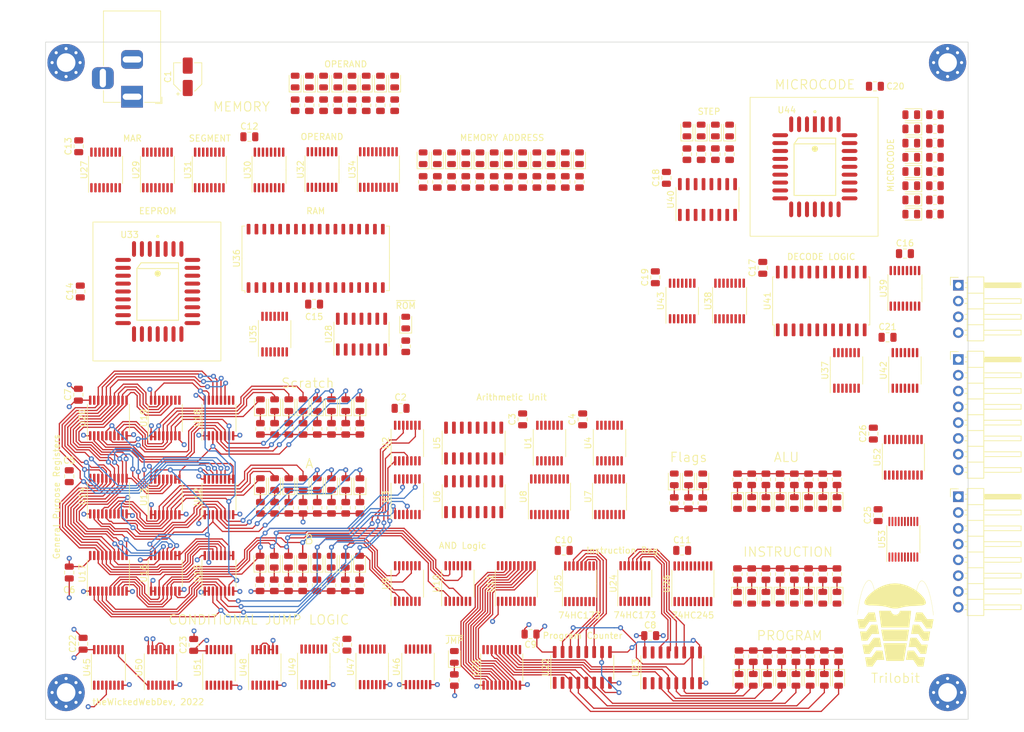
<source format=kicad_pcb>
(kicad_pcb (version 20211014) (generator pcbnew)
  (layers (0 "F.Cu" signal) (1 "In1.Cu" signal) (2 "In2.Cu" signal) (31 "B.Cu" signal) (34 "B.Paste" user) (35 "F.Paste" user) (36 "B.SilkS" user "B.Silkscreen") (37 "F.SilkS" user "F.Silkscreen") (38 "B.Mask" user) (39 "F.Mask" user) (44 "Edge.Cuts" user))
  (net 0 "")
  (net 1 "VCC")
  (net 2 "GND")
  (net 3 "Net-(U1-Pad1)")
  (net 4 "/ALU/ALU0")
  (net 5 "/ALU/ALU1")
  (net 6 "Net-(U1-Pad4)")
  (net 7 "/ALU/ALU2")
  (net 8 "/ALU/ALU3")
  (net 9 "/ALU/ALU4")
  (net 10 "/ALU/ALU5")
  (net 11 "Net-(U1-Pad10)")
  (net 12 "/ALU/ALU6")
  (net 13 "/ALU/ALU7")
  (net 14 "Net-(U1-Pad13)")
  (net 15 "/GPR's/B0")
  (net 16 "Net-(U2-Pad3)")
  (net 17 "/GPR's/B1")
  (net 18 "Net-(U2-Pad6)")
  (net 19 "Net-(U2-Pad8)")
  (net 20 "/GPR's/B2")
  (net 21 "Net-(U2-Pad11)")
  (net 22 "/GPR's/B3")
  (net 23 "/GPR's/B4")
  (net 24 "Net-(U3-Pad3)")
  (net 25 "/GPR's/B5")
  (net 26 "Net-(U3-Pad6)")
  (net 27 "Net-(U3-Pad8)")
  (net 28 "/GPR's/B6")
  (net 29 "Net-(U3-Pad11)")
  (net 30 "/GPR's/B7")
  (net 31 "/GPR's/A1")
  (net 32 "/GPR's/A0")
  (net 33 "Net-(U5-Pad9)")
  (net 34 "/GPR's/A3")
  (net 35 "/GPR's/A2")
  (net 36 "/GPR's/A5")
  (net 37 "/GPR's/A4")
  (net 38 "/ALU/CARRY_OUT")
  (net 39 "/GPR's/A7")
  (net 40 "/GPR's/A6")
  (net 41 "BUS7")
  (net 42 "BUS6")
  (net 43 "BUS5")
  (net 44 "BUS4")
  (net 45 "BUS3")
  (net 46 "BUS2")
  (net 47 "BUS1")
  (net 48 "BUS0")
  (net 49 "Net-(D1-Pad1)")
  (net 50 "Net-(D2-Pad1)")
  (net 51 "Net-(D3-Pad1)")
  (net 52 "Net-(D4-Pad1)")
  (net 53 "/CF")
  (net 54 "Net-(D5-Pad1)")
  (net 55 "Net-(D6-Pad1)")
  (net 56 "/ZF")
  (net 57 "Net-(D7-Pad1)")
  (net 58 "Net-(D8-Pad1)")
  (net 59 "/SF")
  (net 60 "Net-(D9-Pad1)")
  (net 61 "Net-(D10-Pad1)")
  (net 62 "Net-(D11-Pad1)")
  (net 63 "Net-(D12-Pad1)")
  (net 64 "Net-(D13-Pad1)")
  (net 65 "Net-(D14-Pad1)")
  (net 66 "Net-(D15-Pad1)")
  (net 67 "Net-(D16-Pad1)")
  (net 68 "Net-(D17-Pad1)")
  (net 69 "Net-(D18-Pad1)")
  (net 70 "Net-(D19-Pad1)")
  (net 71 "Net-(D20-Pad1)")
  (net 72 "Net-(D21-Pad1)")
  (net 73 "Net-(D22-Pad1)")
  (net 74 "Net-(D23-Pad1)")
  (net 75 "Net-(D24-Pad1)")
  (net 76 "Net-(D25-Pad1)")
  (net 77 "Net-(D26-Pad1)")
  (net 78 "Net-(D27-Pad1)")
  (net 79 "Net-(D28-Pad1)")
  (net 80 "Net-(U4-Pad3)")
  (net 81 "Net-(U4-Pad10)")
  (net 82 "/ALU/ZERO_FLAG")
  (net 84 "Net-(D29-Pad1)")
  (net 85 "/PC/PC7")
  (net 86 "Net-(D30-Pad1)")
  (net 87 "/PC/PC6")
  (net 88 "Net-(D31-Pad1)")
  (net 89 "/PC/PC5")
  (net 90 "Net-(D32-Pad1)")
  (net 91 "/PC/PC4")
  (net 92 "Net-(D33-Pad1)")
  (net 93 "Net-(D34-Pad1)")
  (net 94 "Net-(D35-Pad1)")
  (net 95 "Net-(D36-Pad1)")
  (net 96 "/SUB")
  (net 97 "CLOCK")
  (net 98 "/~{FLAGS_IN}")
  (net 99 "RESET")
  (net 100 "/~{A_IN}")
  (net 101 "/~{A_OUT}")
  (net 102 "/~{B_IN}")
  (net 103 "/~{B_OUT}")
  (net 104 "/~{PC_OUT}")
  (net 105 "~{RESET}")
  (net 106 "/PC_EN")
  (net 107 "/~{PC_IN}")
  (net 108 "/PC/PC3")
  (net 109 "/PC/PC2")
  (net 110 "/PC/PC1")
  (net 111 "/PC/PC0")
  (net 112 "/Memory/MAR0")
  (net 113 "/Memory/MAR1")
  (net 114 "/Memory/MAR2")
  (net 115 "/Memory/MAR3")
  (net 116 "/Memory/MAR4")
  (net 117 "/Memory/MAR5")
  (net 118 "/Memory/MAR6")
  (net 119 "/Memory/MAR7")
  (net 120 "/Memory/SEG0")
  (net 121 "/Memory/SEG1")
  (net 122 "/Memory/SEG3")
  (net 123 "/Memory/SEG2")
  (net 124 "/Memory/~{ROM_EN}")
  (net 125 "Net-(D37-Pad1)")
  (net 126 "Net-(D38-Pad1)")
  (net 127 "Net-(D39-Pad1)")
  (net 128 "Net-(D40-Pad1)")
  (net 129 "Net-(D41-Pad1)")
  (net 130 "Net-(D42-Pad1)")
  (net 131 "Net-(D43-Pad1)")
  (net 132 "Net-(D44-Pad1)")
  (net 133 "Net-(D45-Pad1)")
  (net 134 "Net-(D46-Pad1)")
  (net 135 "Net-(D47-Pad1)")
  (net 136 "Net-(D48-Pad1)")
  (net 137 "Net-(D49-Pad1)")
  (net 138 "Net-(D50-Pad1)")
  (net 139 "/Memory/OPND7")
  (net 140 "Net-(D51-Pad1)")
  (net 141 "/Memory/OPND6")
  (net 142 "Net-(D52-Pad1)")
  (net 143 "/Memory/OPND5")
  (net 144 "Net-(D53-Pad1)")
  (net 145 "/Memory/OPND4")
  (net 146 "Net-(D54-Pad1)")
  (net 147 "/Memory/OPND3")
  (net 148 "Net-(D55-Pad1)")
  (net 149 "/Memory/OPND2")
  (net 150 "Net-(D56-Pad1)")
  (net 151 "/Memory/OPND1")
  (net 152 "Net-(D57-Pad1)")
  (net 153 "/Memory/OPND0")
  (net 154 "/~{MAR_IN}")
  (net 155 "/~{OP_IN}")
  (net 156 "/~{MEM_SEG_IN}")
  (net 157 "/~{MEM_OUT}")
  (net 158 "/~{OP_OUT}")
  (net 159 "/~{MEM_IN}")
  (net 160 "/Instruction Register/INST7")
  (net 161 "/Instruction Register/INST6")
  (net 162 "/Instruction Register/INST5")
  (net 163 "/Instruction Register/INST4")
  (net 164 "/Instruction Register/INST3")
  (net 165 "/Instruction Register/INST2")
  (net 166 "/Instruction Register/INST1")
  (net 167 "/Instruction Register/INST0")
  (net 168 "Net-(D58-Pad1)")
  (net 169 "Net-(D59-Pad1)")
  (net 170 "Net-(D60-Pad1)")
  (net 171 "Net-(D61-Pad1)")
  (net 172 "Net-(D62-Pad1)")
  (net 173 "Net-(D63-Pad1)")
  (net 174 "Net-(D64-Pad1)")
  (net 175 "Net-(D65-Pad1)")
  (net 176 "/~{INST_IN}")
  (net 177 "/INSTRUCTION7")
  (net 178 "/INSTRUCTION6")
  (net 179 "/INSTRUCTION5")
  (net 180 "/INSTRUCTION4")
  (net 181 "/INSTRUCTION3")
  (net 182 "/INSTRUCTION2")
  (net 183 "/INSTRUCTION1")
  (net 184 "/INSTRUCTION0")
  (net 185 "/~{S_IN}")
  (net 186 "/~{S_OUT}")
  (net 187 "/EEPROM0")
  (net 188 "/EEPROM1")
  (net 189 "/EEPROM2")
  (net 190 "/EEPROM7")
  (net 191 "/Jumps/~{J}")
  (net 192 "/Jumps/~{JS}")
  (net 193 "/Jumps/~{JE_JZ}")
  (net 194 "/Jumps/~{JBE_JNA}")
  (net 195 "/Jumps/~{JB_ JNAE_JC}")
  (net 196 "/Jumps/~{JS_}")
  (net 197 "/Jumps/~{JE_JZ_}")
  (net 198 "/Jumps/~{JB_ JNAE_JC_}")
  (net 199 "/Jumps/~{JBE_JNA_}")
  (net 200 "/EEPROM3")
  (net 201 "/Jumps/~{JA_ JNBE}")
  (net 202 "/Jumps/~{JNB_ JAE_JNC}")
  (net 203 "/Jumps/~{JNE_JNZ}")
  (net 204 "/Jumps/~{JNS}")
  (net 205 "/Jumps/~{JNE_JNZ_}")
  (net 206 "/Jumps/~{JNS_}")
  (net 207 "/Jumps/~{JNB_ JAE_JNC_}")
  (net 208 "/Jumps/~{JA_ JNBE_}")
  (net 209 "/Control Unit/EEPROM6")
  (net 210 "/Control Unit/EEPROM5")
  (net 211 "/Control Unit/EEPROM4")
  (net 212 "/Control Unit/STEP3")
  (net 213 "Net-(D66-Pad1)")
  (net 214 "/Control Unit/STEP2")
  (net 215 "Net-(D67-Pad1)")
  (net 216 "/Control Unit/STEP1")
  (net 217 "Net-(D68-Pad1)")
  (net 218 "/Control Unit/STEP0")
  (net 219 "Net-(D69-Pad1)")
  (net 220 "/Control Unit/~{RESET_STEP_COUNTER}")
  (net 221 "Net-(D70-Pad1)")
  (net 222 "Net-(D71-Pad1)")
  (net 223 "/~{HALT}")
  (net 224 "Net-(D72-Pad1)")
  (net 225 "/~{IN}")
  (net 226 "Net-(D73-Pad1)")
  (net 227 "/~{OUT}")
  (net 228 "Net-(D74-Pad1)")
  (net 229 "Net-(D75-Pad1)")
  (net 230 "Net-(D76-Pad1)")
  (net 231 "IN7")
  (net 232 "IN6")
  (net 233 "IN5")
  (net 234 "IN4")
  (net 235 "IN3")
  (net 236 "IN2")
  (net 237 "IN1")
  (net 238 "IN0")
  (net 239 "OUT7")
  (net 240 "OUT6")
  (net 241 "OUT5")
  (net 242 "OUT4")
  (net 243 "OUT3")
  (net 244 "OUT2")
  (net 245 "OUT1")
  (net 246 "OUT0")
  (net 247 "Net-(U37-Pad2)")
  (net 249 "Net-(U42-Pad6)")
  (net 250 "Net-(U42-Pad10)")
  (net 251 "/GPR's/S7")
  (net 252 "/GPR's/S6")
  (net 253 "/GPR's/S5")
  (net 254 "/GPR's/S4")
  (net 255 "/GPR's/S3")
  (net 256 "/GPR's/S2")
  (net 257 "/GPR's/S1")
  (net 258 "/GPR's/S0")
  (net 259 "Net-(D100-Pad1)")
  (net 260 "Net-(D101-Pad1)")
  (net 261 "Net-(D102-Pad1)")
  (net 262 "Net-(D103-Pad1)")
  (net 263 "Net-(D104-Pad1)")
  (net 264 "Net-(D105-Pad1)")
  (net 265 "Net-(D106-Pad1)")
  (net 266 "Net-(D107-Pad1)")
  (net 267 "/~{AND}")
  (net 268 "/~{ADDER_OUT}")
  (net 269 "Net-(D108-Pad1)")
  (net 270 "/ALU/ADD1")
  (net 271 "/ALU/ADD0")
  (net 272 "/ALU/ADD3")
  (net 273 "/ALU/ADD2")
  (net 274 "/ALU/ADD5")
  (net 275 "/ALU/ADD4")
  (net 276 "/ALU/ADD7")
  (net 277 "/ALU/ADD6")
  (net 280 "/ALU/AND0")
  (net 281 "/ALU/AND1")
  (net 282 "/ALU/AND2")
  (net 283 "/ALU/AND3")
  (net 284 "/ALU/AND4")
  (net 285 "/ALU/AND5")
  (net 286 "/ALU/AND6")
  (net 287 "/ALU/AND7")
  (net 288 "Net-(U22-Pad15)")
  (net 290 "Net-(U28-Pad12)")
  (net 291 "Net-(U28-Pad11)")
  (net 296 "Net-(U35-Pad2)")
  (net 306 "Net-(U37-Pad10)")
  (net 307 "Net-(U42-Pad11)")
  (net 313 "/Control Unit/~{ADD}")
  (net 314 "/Control Unit/~{SUB}")
  (net 315 "/Control Unit/~{_AND}")
  (net 316 "/Control Unit/~{CMP}")
  (net 317 "/Control Unit/~{TEST}")
  (net 318 "/Control Unit/~{LDA}")
  (net 321 "Net-(U42-Pad4)")
  (net 327 "Net-(U46-Pad3)")
  (net 328 "Net-(U46-Pad6)")
  (net 329 "Net-(U46-Pad8)")
  (net 330 "Net-(U46-Pad10)")
  (net 331 "Net-(U46-Pad12)")
  (net 332 "Net-(U47-Pad13)")
  (net 333 "Net-(U48-Pad1)")
  (net 334 "Net-(U48-Pad2)")
  (net 337 "Net-(U49-Pad3)")
  (footprint "Resistor_SMD:R_0805_2012Metric" (layer "F.Cu") (at 104.591 131.602 -90)
    (fp_text reference "R108" hide)
    (fp_text value "R_Small_US")
  )
  (footprint "Package_SO:TSSOP-14_4.4x5mm_P0.65mm" (layer "F.Cu") (at 74.111 129.57 90)
    (fp_text reference "U48")
    (fp_text value "74LS08")
  )
  (footprint "Capacitor_SMD:C_0805_2012Metric" (layer "F.Cu") (at 71.628 44.196)
    (fp_text reference "C12")
    (fp_text value "C")
  )
  (footprint "Package_SO:TSSOP-20_4.4x6.5mm_P0.65mm" (layer "F.Cu") (at 48.965 89.438 90)
    (fp_text reference "U20")
    (fp_text value "74LS245")
  )
  (footprint "Capacitor_SMD:C_0805_2012Metric" (layer "F.Cu") (at 62.681 125.948 90)
    (fp_text reference "C23")
    (fp_text value "C")
  )
  (footprint "Package_SO:TSSOP-14_4.4x5mm_P0.65mm" (layer "F.Cu") (at 81.985 129.478 90)
    (fp_text reference "U49")
    (fp_text value "74LS32")
  )
  (footprint "Resistor_SMD:R_0805_2012Metric" (layer "F.Cu") (at 89.408 91.186 -90)
    (fp_text reference "R35" hide)
    (fp_text value "R_Small_US")
  )
  (footprint "LED_SMD:LED_0805_2012Metric" (layer "F.Cu") (at 90.424 35.306 90)
    (fp_text reference "D70" hide)
    (fp_text value "LED")
  )
  (footprint "Resistor_SMD:R_0805_2012Metric" (layer "F.Cu") (at 73.406 91.186 -90)
    (fp_text reference "R28" hide)
    (fp_text value "R_Small_US")
  )
  (footprint "MountingHole:MountingHole_3mm_Pad_Via" (layer "F.Cu") (at 183.896 133.604)
    (fp_text reference "REF**" hide)
    (fp_text value "MountingHole_3mm_Pad_Via")
  )
  (footprint "Stephenv6:PLCC-32-SOCKET-Microchip-32J-10_2001-B-IPC_A" (layer "F.Cu") (at 56.896 69.088)
    (fp_text reference "U33")
    (fp_text value "PLCC32_28_28C256" hide)
  )
  (footprint "LED_SMD:LED_0805_2012Metric" (layer "F.Cu") (at 144.526 99.314 90)
    (fp_text reference "D8" hide)
    (fp_text value "LED")
  )
  (footprint "Resistor_SMD:R_0805_2012Metric" (layer "F.Cu") (at 80.264 91.186 -90)
    (fp_text reference "R31" hide)
    (fp_text value "R_Small_US")
  )
  (footprint "Capacitor_SMD:C_0805_2012Metric" (layer "F.Cu") (at 95.946 87.884)
    (fp_text reference "C2")
    (fp_text value "C")
  )
  (footprint "Package_SO:TSSOP-16_4.4x5mm_P0.65mm" (layer "F.Cu") (at 66.745 114.4335 90)
    (fp_text reference "U15")
    (fp_text value "74LS173")
  )
  (footprint "Package_SO:TSSOP-14_4.4x5mm_P0.65mm" (layer "F.Cu") (at 177.038 81.788 90)
    (fp_text reference "U42")
    (fp_text value "74LS00")
  )
  (footprint "Package_SO:TSSOP-20_4.4x6.5mm_P0.65mm" (layer "F.Cu") (at 112.211 129.57 90)
    (fp_text reference "U21")
    (fp_text value "74LS245")
  )
  (footprint "Resistor_SMD:R_0805_2012Metric" (layer "F.Cu") (at 75.635 116.362 -90)
    (fp_text reference "R21" hide)
    (fp_text value "R_Small_US")
  )
  (footprint "Package_SO:TSSOP-20_4.4x6.5mm_P0.65mm" (layer "F.Cu") (at 176.784 95.758 90)
    (fp_text reference "U52")
    (fp_text value "74LS245")
  )
  (footprint "Package_SO:TSSOP-20_4.4x6.5mm_P0.65mm" (layer "F.Cu") (at 142.945 116.108 90)
    (fp_text reference "U26")
    (fp_text value "74LS245")
  )
  (footprint "Package_SO:TSSOP-16_4.4x5mm_P0.65mm" (layer "F.Cu") (at 48.514 49.53 90)
    (fp_text reference "U27")
    (fp_text value "74LS173")
  )
  (footprint "Resistor_SMD:R_0805_2012Metric" (layer "F.Cu") (at 88.138 39.116 -90)
    (fp_text reference "R69" hide)
    (fp_text value "R_Small_US")
  )
  (footprint "Package_SO:TSSOP-16_4.4x5mm_P0.65mm" (layer "F.Cu") (at 48.965 129.57 90)
    (fp_text reference "U45")
    (fp_text value "74LS138")
  )
  (footprint "Package_SO:TSSOP-14_4.4x5mm_P0.65mm" (layer "F.Cu") (at 57.347 129.57 90)
    (fp_text reference "U50")
    (fp_text value "74LS32")
  )
  (footprint "Capacitor_SMD:C_0805_2012Metric" (layer "F.Cu") (at 171.958 91.948 90)
    (fp_text reference "C26")
    (fp_text value "C")
  )
  (footprint "Capacitor_SMD:C_0805_2012Metric" (layer "F.Cu") (at 122.174 110.744)
    (fp_text reference "C10")
    (fp_text value "C")
  )
  (footprint "Package_SO:SOJ-36_10.16x23.49mm_P1.27mm" (layer "F.Cu") (at 82.296 63.754 90)
    (fp_text reference "U36")
    (fp_text value "IS61C5128AL-10KLI")
  )
  (footprint "LED_SMD:LED_0805_2012Metric" (layer "F.Cu") (at 82.55 100.076 90)
    (fp_text reference "D16" hide)
    (fp_text value "LED")
  )
  (footprint "LED_SMD:LED_0805_2012Metric" (layer "F.Cu") (at 142.24 99.314 90)
    (fp_text reference "D6" hide)
    (fp_text value "LED")
  )
  (footprint "Package_SO:SOIC-16_3.9x9.9mm_P1.27mm" (layer "F.Cu") (at 107.696 102.108 90)
    (fp_text reference "U6")
    (fp_text value "74LS283")
  )
  (footprint "MountingHole:MountingHole_3mm_Pad_Via" (layer "F.Cu") (at 42.164 133.604)
    (fp_text reference "REF**" hide)
    (fp_text value "MountingHole_3mm_Pad_Via")
  )
  (footprint "Package_SO:TSSOP-16_4.4x5mm_P0.65mm" (layer "F.Cu") (at 133.604 116.078 90)
    (fp_text reference "U24")
    (fp_text value "74LS173")
  )
  (footprint "Capacitor_SMD:C_0805_2012Metric" (layer "F.Cu") (at 87.319 125.922 90)
    (fp_text reference "C24")
    (fp_text value "C")
  )
  (footprint "Resistor_SMD:R_0805_2012Metric" (layer "F.Cu") (at 75.692 91.186 -90)
    (fp_text reference "R29" hide)
    (fp_text value "R_Small_US")
  )
  (footprint "Resistor_SMD:R_0805_2012Metric" (layer "F.Cu") (at 163.83 114.554 90)
    (fp_text reference "R50" hide)
    (fp_text value "R_Small_US")
  )
  (footprint "Package_SO:TSSOP-20_4.4x6.5mm_P0.65mm" (layer "F.Cu") (at 48.965 114.4335 90)
    (fp_text reference "U17")
    (fp_text value "74LS245")
  )
  (footprint "LED_SMD:LED_0805_2012Metric" (layer "F.Cu") (at 152.4 118.364 -90)
    (fp_text reference "D45" hide)
    (fp_text value "LED")
  )
  (footprint "Resistor_SMD:R_0805_2012Metric" (layer "F.Cu") (at 124.714 51.4585 -90)
    (fp_text reference "R64" hide)
    (fp_text value "R_Small_US")
  )
  (footprint "LED_SMD:LED_0805_2012Metric" (layer "F.Cu") (at 124.714 47.6485 90)
    (fp_text reference "D64" hide)
    (fp_text value "LED")
  )
  (footprint "LED_SMD:LED_0805_2012Metric" (layer "F.Cu") (at 101.854 47.6485 90)
    (fp_text reference "D54" hide)
    (fp_text value "LED")
  )
  (footprint "Resistor_SMD:R_0805_2012Metric" (layer "F.Cu") (at 159.258 99.314 90)
    (fp_text reference "R7" hide)
    (fp_text value "R_Small_US")
  )
  (footprint "Resistor_SMD:R_0805_2012Metric" (layer "F.Cu") (at 110.998 51.4585 -90)
    (fp_text reference "R58" hide)
    (fp_text value "R_Small_US")
  )
  (footprint "Connector_BarrelJack:BarrelJack_Horizontal" (layer "F.Cu") (at 52.7735 37.75 -90)
    (fp_text reference "J1" hide)
    (fp_text value "Barrel_Jack_MountingPin")
  )
  (footprint "Capacitor_SMD:CP_Elec_4x3" (layer "F.Cu") (at 61.722 34.544 90)
    (fp_text reference "C1")
    (fp_text value "C_Polarized")
  )
  (footprint "Resistor_SMD:R_0805_2012Metric" (layer "F.Cu") (at 181.864 54.356)
    (fp_text reference "R101" hide)
    (fp_text value "R_Small_US")
  )
  (footprint "Capacitor_SMD:C_0805_2012Metric" (layer "F.Cu") (at 125.222 89.662 90)
    (fp_text reference "C4")
    (fp_text value "C")
  )
  (footprint "Capacitor_SMD:C_0805_2012Metric" (layer "F.Cu") (at 174.244 76.454)
    (fp_text reference "C21")
    (fp_text value "C")
  )
  (footprint "LED_SMD:LED_0805_2012Metric" (layer "F.Cu") (at 106.426 47.6485 90)
    (fp_text reference "D56" hide)
    (fp_text value "LED")
  )
  (footprint "LED_SMD:LED_0805_2012Metric" (layer "F.Cu") (at 159.512 131.572 -90)
    (fp_text reference "D40" hide)
    (fp_text value "LED")
  )
  (footprint "Capacitor_SMD:C_0805_2012Metric" (layer "F.Cu") (at 141.224 110.744)
    (fp_text reference "C11")
    (fp_text value "C")
  )
  (footprint "Connector_PinHeader_2.54mm:PinHeader_1x08_P2.54mm_Horizontal" (layer "F.Cu") (at 185.617 102.108)
    (fp_text reference "J3" hide)
    (fp_text value "Conn_01x08")
  )
  (footprint "LED_SMD:LED_0805_2012Metric" (layer "F.Cu") (at 77.978 87.376 90)
    (fp_text reference "D30" hide)
    (fp_text value "LED")
  )
  (footprint "Resistor_SMD:R_0805_2012Metric" (layer "F.Cu") (at 152.4 114.554 90)
    (fp_text reference "R45" hide)
    (fp_text value "R_Small_US")
  )
  (footprint "LED_SMD:LED_0805_2012Metric" (layer "F.Cu") (at 80.264 100.076 90)
    (fp_text reference "D15" hide)
    (fp_text value "LED")
  )
  (footprint "Capacitor_SMD:C_0805_2012Metric" (layer "F.Cu") (at 42.672 114.3 -90)
    (fp_text reference "C6")
    (fp_text value "C")
  )
  (footprint "Resistor_SMD:R_0805_2012Metric" (layer "F.Cu") (at 154.94 127.762 90)
    (fp_text reference "R38" hide)
    (fp_text value "R_Small_US")
  )
  (footprint "LED_SMD:LED_0805_2012Metric" (layer "F.Cu") (at 73.406 87.376 90)
    (fp_text reference "D28" hide)
    (fp_text value "LED")
  )
  (footprint "Package_SO:TSSOP-16_4.4x5mm_P0.65mm" (layer "F.Cu") (at 177.038 68.58 90)
    (fp_text reference "U39")
    (fp_text value "74LS138")
  )
  (footprint "Resistor_SMD:R_0805_2012Metric" (layer "F.Cu") (at 181.864 40.64)
    (fp_text reference "R107" hide)
    (fp_text value "R_Small_US")
  )
  (footprint "Stephenv6:PLCC-32-SOCKET-Microchip-32J-10_2001-B-IPC_A" (layer "F.Cu") (at 162.56 49.022)
    (fp_text reference "U44")
    (fp_text value "PLCC32_28_28C256" hide)
  )
  (footprint "Resistor_SMD:R_0805_2012Metric" (layer "F.Cu") (at 144.272 46.99 -90)
    (fp_text reference "R74" hide)
    (fp_text value "R_Small_US")
  )
  (footprint "Package_SO:TSSOP-16_4.4x5mm_P0.65mm" (layer "F.Cu") (at 148.844 70.612 90)
    (fp_text reference "U38")
    (fp_text value "74LS138")
  )
  (footprint "LED_SMD:LED_0805_2012Metric" (layer "F.Cu") (at 178.054 52.07 180)
    (fp_text reference "D102" hide)
    (fp_text value "LED")
  )
  (footprint "Resistor_SMD:R_0805_2012Metric" (layer "F.Cu") (at 150.114 99.314 90)
    (fp_text reference "R1" hide)
    (fp_text value "R_Small_US")
  )
  (footprint "LED_SMD:LED_0805_2012Metric" (layer "F.Cu") (at 154.686 118.364 -90)
    (fp_text reference "D46" hide)
    (fp_text value "LED")
  )
  (footprint "LED_SMD:LED_0805_2012Metric" (layer "F.Cu") (at 178.054 49.784 180)
    (fp_text reference "D103" hide)
    (fp_text value "LED")
  )
  (footprint "Package_SO:TSSOP-16_4.4x5mm_P0.65mm" (layer "F.Cu") (at 56.8516 49.53 90)
    (fp_text reference "U29")
    (fp_text value "74LS173")
  )
  (footprint "Capacitor_SMD:C_0805_2012Metric" (layer "F.Cu") (at 136.906 66.802 90)
    (fp_text reference "C19")
    (fp_text value "C")
  )
  (footprint "LED_SMD:LED_0805_2012Metric" (layer "F.Cu") (at 80.264 87.376 90)
    (fp_text reference "D31" hide)
    (fp_text value "LED")
  )
  (footprint "Package_SO:TSSOP-20_4.4x5mm_P0.5mm" (layer "F.Cu") (at 176.784 108.951 90)
    (fp_text reference "U53")
    (fp_text value "74LS574")
  )
  (footprint "LED_SMD:LED_0805_2012Metric" (layer "F.Cu") (at 94.996 35.306 90)
    (fp_text reference "D72" hide)
    (fp_text value "LED")
  )
  (footprint "Package_SO:SOIC-16_3.9x9.9mm_P1.27mm" (layer "F.Cu") (at 145.288 54.29 90)
    (fp_text reference "U40")
    (fp_text value "74LS161")
  )
  (footprint "Capacitor_SMD:C_0805_2012Metric" (layer "F.Cu") (at 154.178 65.278 90)
    (fp_text reference "C17")
    (fp_text value "C")
  )
  (footprint "Capacitor_SMD:C_0805_2012Metric" (layer "F.Cu") (at 172.72 105.075 90)
    (fp_text reference "C25")
    (fp_text value "C")
  )
  (footprint "Resistor_SMD:R_0805_2012Metric" (layer "F.Cu") (at 166.37 127.762 90)
    (fp_text reference "R43" hide)
    (fp_text value "R_Small_US")
  )
  (footprint "Resistor_SMD:R_0805_2012Metric" (layer "F.Cu") (at 144.526 103.124 -90)
    (fp_text reference "R8" hide)
    (fp_text value "R_Small_US")
  )
  (footprint "LED_SMD:LED_0805_2012Metric" (layer "F.Cu") (at 82.493 112.552 90)
    (fp_text reference "D24" hide)
    (fp_text value "LED")
  )
  (footprint "Capacitor_SMD:C_0805_2012Metric" (layer "F.Cu") (at 177.038 62.992)
    (fp_text reference "C16")
    (fp_text value "C")
  )
  (footprint "Package_SO:TSSOP-14_4.4x5mm_P0.65mm" (layer "F.Cu") (at 167.64 81.788 90)
    (fp_text reference "U37")
    (fp_text value "74LS04")
  )
  (footprint "Capacitor_SMD:C_0805_2012Metric" (layer "F.Cu") (at 115.57 89.662 90)
    (fp_text reference "C3")
    (fp_text value "C")
  )
  (footprint "LED_SMD:LED_0805_2012Metric" (layer "F.Cu") (at 122.428 47.6485 90)
    (fp_text reference "D63" hide)
    (fp_text value "LED")
  )
  (footprint "Resistor_SMD:R_0805_2012Metric" (layer "F.Cu") (at 157.226 127.762 90)
    (fp_text reference "R39" hide)
    (fp_text value "R_Small_US")
  )
  (footprint "Connector_PinHeader_2.54mm:PinHeader_1x04_P2.54mm_Horizontal" (layer "F.Cu") (at 185.617 68.082)
    (fp_text reference "J4" hide)
    (fp_text value "Conn_01x04")
  )
  (footprint "Resistor_SMD:R_0805_2012Metric" (layer "F.Cu") (at 120.142 51.4585 -90)
    (fp_text reference "R62" hide)
    (fp_text value "R_Small_US")
  )
  (footprint "Resistor_SMD:R_0805_2012Metric" (layer "F.Cu") (at 166.116 99.314 90)
    (fp_text reference "R11" hide)
    (fp_text value "R_Small_US")
  )
  (footprint "LED_SMD:LED_0805_2012Metric" (layer "F.Cu") (at 144.272 43.18 90)
    (fp_text reference "D74" hide)
    (fp_text value "LED")
  )
  (footprint "LED_SMD:LED_0805_2012Metric" (layer "F.Cu") (at 84.779 112.552 90)
    (fp_text reference "D25" hide)
    (fp_text value "LED")
  )
  (footprint "Resistor_SMD:R_0805_2012Metric" (layer "F.Cu") (at 104.14 51.4585 -90)
    (fp_text reference "R55" hide)
    (fp_text value "R_Small_US")
  )
  (footprint "LED_SMD:LED_0805_2012Metric" (layer "F.Cu") (at 87.122 87.376 90)
    (fp_text reference "D34" hide)
    (fp_text value "LED")
  )
  (footprint "LED_SMD:LED_0805_2012Metric" (layer "F.Cu") (at 78.994 35.306 90)
    (fp_text reference "D65" hide)
    (fp_text value "LED")
  )
  (footprint "Connector_PinHeader_2.54mm:PinHeader_1x08_P2.54mm_Horizontal" (layer "F.Cu") (at 185.617 80.025)
    (fp_text reference "J2" hide)
    (fp_text value "Conn_01x08")
  )
  (footprint "Package_SO:TSSOP-16_4.4x5mm_P0.65mm" (layer "F.Cu") (at 58.109 89.438 90)
    (fp_text reference "U19")
    (fp_text value "74LS173")
  )
  (footprint "Resistor_SMD:R_0805_2012Metric" (layer "F.Cu") (at 161.798 127.762 90)
    (fp_text reference "R41" hide)
    (fp_text value "R_Small_US")
  )
  (footprint "Resistor_SMD:R_0805_2012Metric" (layer "F.Cu") (at 150.368 127.762 90)
    (fp_text reference "R36" hide)
    (fp_text value "R_Small_US")
  )
  (footprint "LED_SMD:LED_0805_2012Metric" (layer "F.Cu") (at 115.57 47.6485 90)
    (fp_text reference "D60" hide)
    (fp_text value "LED")
  )
  (footprint "LED_SMD:LED_0805_2012Metric" (layer "F.Cu") (at 89.408 87.376 90)
    (fp_text reference "D35" hide)
    (fp_text value "LED")
  )
  (footprint "Resistor_SMD:R_0805_2012Metric" (layer "F.Cu") (at 80.264 103.886 -90)
    (fp_text reference "R15" hide)
    (fp_text value "R_Small_US")
  )
  (footprint "LED_SMD:LED_0805_2012Metric" (layer "F.Cu") (at 178.054 54.356 180)
    (fp_text reference "D101" hide)
    (fp_text value "LED")
  )
  (footprint "Capacitor_SMD:C_0805_2012Metric" (layer "F.Cu") (at 44.901 125.76 90)
    (fp_text reference "C22")
    (fp_text value "C")
  )
  (footprint "Resistor_SMD:R_0805_2012Metric" (layer "F.Cu") (at 85.852 39.116 -90)
    (fp_text reference "R68" hide)
    (fp_text value "R_Small_US")
  )
  (footprint "Package_SO:TSSOP-14_4.4x5mm_P0.65mm" (layer "F.Cu") (at 129.54 93.472 90)
    (fp_text reference "U4")
    (fp_text value "74LS08")
  )
  (footprint "MountingHole:MountingHole_3mm_Pad_Via" (layer "F.Cu") (at 183.896 32.258)
    (fp_text reference "REF**" hide)
    (fp_text value "MountingHole_3mm_Pad_Via")
  )
  (footprint "Capacitor_SMD:C_0805_2012Metric" (layer "F.Cu") (at 44.45 69.088 90)
    (fp_text reference "C14")
    (fp_text value "C")
  )
  (footprint "Capacitor_SMD:C_0805_2012Metric" (layer "F.Cu") (at 136.078 124.46)
    (fp_text reference "C8")
    (fp_text value "C")
  )
  (footprint "Capacitor_SMD:C_0805_2012Metric" (layer "F.Cu") (at 82.042 71.12)
    (fp_text reference "C15")
    (fp_text value "C")
  )
  (footprint "Package_SO:TSSOP-14_4.4x5mm_P0.65mm" (layer "F.Cu") (at 105.156 116.078 90)
    (fp_text reference "U10")
    (fp_text value "74LS08")
  )
  (footprint "Resistor_SMD:R_0805_2012Metric" (layer "F.Cu") (at 73.349 116.362 -90)
    (fp_text reference "R20" hide)
    (fp_text value "R_Small_US")
  )
  (footprint "LED_SMD:LED_0805_2012Metric" (layer "F.Cu") (at 80.207 112.552 90)
    (fp_text reference "D23" hide)
    (fp_text value "LED")
  )
  (footprint "LED_SMD:LED_0805_2012Metric" (layer "F.Cu") (at 108.712 47.6485 90)
    (fp_text reference "D57" hide)
    (fp_text value "LED")
  )
  (footprint "Package_SO:TSSOP-14_4.4x5mm_P0.65mm" (layer "F.Cu") (at 119.888 93.472 90)
    (fp_text reference "U1")
    (fp_text value "74LS02")
  )
  (footprint "Resistor_SMD:R_0805_2012Metric" (layer "F.Cu") (at 181.864 45.212)
    (fp_text reference "R105" hide)
    (fp_text value "R_Small_US")
  )
  (footprint "Resistor_SMD:R_0805_2012Metric" (layer "F.Cu") (at 84.779 116.362 -90)
    (fp_text reference "R25" hide)
    (fp_text value "R_Small_US")
  )
  (footprint "Resistor_SMD:R_0805_2012Metric" (layer "F.Cu") (at 156.972 114.554 90)
    (fp_text reference "R47" hide)
    (fp_text value "R_Small_US")
  )
  (footprint "Package_SO:TSSOP-14_4.4x5mm_P0.65mm" (layer "F.Cu") (at 141.224 70.612 90)
    (fp_text reference "U43")
    (fp_text value "74LS08")
  )
  (footprint "Package_SO:TSSOP-14_4.4x5mm_P0.65mm" (layer "F.Cu") (at 98.749 129.478 90)
    (fp_text reference "U46")
    (fp_text value "74LS04")
  )
  (footprint "LED_SMD:LED_0805_2012Metric" (layer "F.Cu") (at 159.258 118.364 -90)
    (fp_text reference "D48" hide)
    (fp_text value "LED")
  )
  (footprint "Resistor_SMD:R_0805_2012Metric" (layer "F.Cu") (at 159.258 114.554 90)
    (fp_text reference "R48" hide)
    (fp_text value "R_Small_US")
  )
  (footprint "LED_SMD:LED_0805_2012Metric" (layer "F.Cu") (at 178.054 56.642 180)
    (fp_text reference "D100" hide)
    (fp_text value "LED")
  )
  (footprint "Resistor_SMD:R_0805_2012Metric" (layer "F.Cu") (at 164.084 127.762 90)
    (fp_text reference "R42" hide)
    (fp_text value "R_Small_US")
  )
  (footprint "Resistor_SMD:R_0805_2012Metric" (layer "F.Cu") (at 82.493 116.362 -90)
    (fp_text reference "R24" hide)
    (fp_text value "R_Small_US")
  )
  (footprint "LED_SMD:LED_0805_2012Metric" (layer "F.Cu") (at 81.28 35.306 90)
    (fp_text reference "D66" hide)
    (fp_text value "LED")
  )
  (footprint "LED_SMD:LED_0805_2012Metric" (layer "F.Cu") (at 166.116 118.364 -90)
    (fp_text reference "D51" hide)
    (fp_text value "LED")
  )
  (footprint "Package_SO:TSSOP-16_4.4x5mm_P0.65mm" (layer "F.Cu") (at 83.312 49.464 90)
    (fp_text reference "U32")
    (fp_text value "74LS173")
  )
  (footprint "LED_SMD:LED_0805_2012Metric" (layer "F.Cu") (at 120.142 47.6485 90)
    (fp_text reference "D62" hide)
    (fp_text value "LED")
  )
  (footprint "LED_SMD:LED_0805_2012Metric" (layer "F.Cu") (at 75.692 87.376 90)
    (fp_text reference "D29" hide)
    (fp_text value "LED")
  )
  (footprint "Package_SO:TSSOP-16_4.4x5mm_P0.65mm" (layer "F.Cu") (at 124.714 116.108 90)
    (fp_text reference "U25")
    (fp_text value "74LS173")
  )
  (footprint "Resistor_SMD:R_0805_2012Metric" (layer "F.Cu") (at 89.351 116.362 -90)
    (fp_text reference "R27" hide)
    (fp_text value "R_Small_US")
  )
  (footprint "Resistor_SMD:R_0805_2012Metric" (layer "F.Cu") (at 154.686 99.314 90)
    (fp_text reference "R3" hide)
    (fp_text value "R_Small_US")
  )
  (footprint "LED_SMD:LED_0805_2012Metric" (layer "F.Cu") (at 156.972 118.364 -90)
    (fp_text reference "D47" hide)
    (fp_text value "LED")
  )
  (footprint "LED_SMD:LED_0805_2012Metric" (layer "F.Cu") (at 154.94 131.572 -90)
    (fp_text reference "D38" hide)
    (fp_text value "LED")
  )
  (footprint "Resistor_SMD:R_0805_2012Metric" (layer "F.Cu") (at 161.544 99.314 90)
    (fp_text reference "R9" hide)
    (fp_text value "R_Small_US")
  )
  (footprint "Resistor_SMD:R_0805_2012Metric" (layer "F.Cu") (at 181.864 49.784)
    (fp_text reference "R103" hide)
    (fp_text value "R_Small_US")
  )
  (footprint "Package_SO:TSSOP-14_4.4x5mm_P0.65mm" (layer "F.Cu") (at 66.745 129.57 90)
    (fp_text reference "U51")
    (fp_text value "74LS21")
  )
  (footprint "LED_SMD:LED_0805_2012Metric" (layer "F.Cu") (at 139.954 99.314 90)
    (fp_text reference "D4" hide)
    (fp_text value "LED")
  )
  (footprint "LED_SMD:LED_0805_2012Metric" (layer "F.Cu") (at 73.349 112.552 90)
    (fp_text reference "D20" hide)
    (fp_text value "LED")
  )
  (footprint "Resistor_SMD:R_0805_2012Metric" (layer "F.Cu") (at 117.856 51.4585 -90)
    (fp_text reference "R61" hide)
    (fp_text value "R_Small_US")
  )
  (footprint "Resistor_SMD:R_0805_2012Metric" (layer "F.Cu") (at 82.55 91.186 -90)
    (fp_text reference "R32" hide)
    (fp_text value "R_Small_US")
  )
  (footprint "LED_SMD:LED_0805_2012Metric" (layer "F.Cu") (at 150.368 131.572 -90)
    (fp_text reference "D36" hide)
    (fp_text value "LED")
  )
  (footprint "Resistor_SMD:R_0805_2012Metric" (layer "F.Cu") (at 154.686 114.554 90)
    (fp_text reference "R46" hide)
    (fp_text value "R_Small_US")
  )
  (footprint "LED_SMD:LED_0805_2012Metric" (layer "F.Cu") (at 99.568 47.6485 90)
    (fp_text reference "D53" hide)
    (fp_text value "LED")
  )
  (footprint "Package_SO:TSSOP-14_4.4x5mm_P0.65mm" (layer "F.Cu") (at 97.028 116.078 90)
    (fp_text reference "U9")
    (fp_text value "74LS08")
  )
  (footprint "Resistor_SMD:R_0805_2012Metric" (layer "F.Cu") (at 113.284 51.4585 -90)
    (fp_text reference "R59" hide)
    (fp_text value "R_Small_US")
  )
  (footprint "LED_SMD:LED_0805_2012Metric" (layer "F.Cu") (at 146.558 43.18 90)
    (fp_text reference "D75" hide)
    (fp_text value "LED")
  )
  (footprint "LED_SMD:LED_0805_2012Metric" (layer "F.Cu") (at 88.138 35.306 90)
    (fp_text reference "D69" hide)
    (fp_text value "LED")
  )
  (footprint "Package_SO:TSSOP-16_4.4x5mm_P0.65mm" (layer "F.Cu") (at 74.7968 49.53 90)
    (fp_text reference "U30")
    (fp_text value "74LS173")
  )
  (footprint "Package_SO:SOIC-24W_7.5x15.4mm_P1.27mm" (layer "F.Cu") (at 163.576 70.612 90)
    (fp_text reference "U41")
    (fp_text value "74LS154")
  )
  (footprint "Resistor_SMD:R_0805_2012Metric" (layer "F.Cu") (at 161.544 114.554 90)
    (fp_text reference "R49" hide)
    (fp_text value "R_Small_US")
  )
  (footprint "Resistor_SMD:R_0805_2012Metric" (layer "F.Cu") (at 101.854 51.4585 -90)
    (fp_text reference "R54" hide)
    (fp_text value "R_Small_US")
  )
  (footprint "Package_SO:SOIC-16_3.9x9.9mm_P1.27mm" (layer "F.Cu") (at 125.165 129.57 90)
    (fp_text reference "U22")
    (fp_text value "74LS161")
  )
  (footprint "LED_SMD:LED_0805_2012Metric" (layer "F.Cu") (at 161.798 131.572 -90)
    (fp_text reference "D41" hide)
    (fp_text value "LED")
  )
  (footprint "LED_SMD:LED_0805_2012Metric" (layer "F.Cu") (at 89.408 100.076 90)
    (fp_text reference "D19" hide)
    (fp_text value "LED")
  )
  (footprint "LED_SMD:LED_0805_2012Metric" (layer "F.Cu") (at 141.986 43.18 90)
    (fp_text reference "D73" hide)
    (fp_text value "LED")
  )
  (footprint "LED_SMD:LED_0805_2012Metric" (layer "F.Cu") (at 77.921 112.552 90)
    (fp_text reference "D22" hide)
    (fp_text value "LED")
  )
  (footprint "Resistor_SMD:R_0805_2012Metric" (layer "F.Cu") (at 108.712 51.4585 -90)
    (fp_text reference "R57" hide)
    (fp_text value "R_Small_US")
  )
  (footprint "LED_SMD:LED_0805_2012Metric" (layer "F.Cu") (at 154.686 103.124 -90)
    (fp_text reference "D3" hide)
    (fp_text value "LED")
  )
  (footprint "Resistor_SMD:R_0805_2012Metric" (layer "F.Cu") (at 96.774 77.8995 -90)
    (fp_text reference "R52" hide)
    (fp_text value "R_Small_US")
  )
  (footprint "LED_SMD:LED_0805_2012Metric" (layer "F.Cu") (at 166.37 131.572 -90)
    (fp_text reference "D43" hide)
    (fp_text value "LED")
  )
  (footprint "Package_SO:TSSOP-20_4.4x6.5mm_P0.65mm" (layer "F.Cu") (at 119.888 102.108 90)
    (fp_text reference "U8")
    (fp_text value "74LS245")
  )
  (footprint "Package_SO:TSSOP-14_4.4x5mm_P0.65mm" (layer "F.Cu") (at 91.383 129.478 90)
    (fp_text reference "U47")
    (fp_text value "74LS08")
  )
  (footprint "LED_SMD:LED_0805_2012Metric" (layer "F.Cu") (at 75.692 100.076 90)
    (fp_text reference "D13" hide)
    (fp_text value "LED")
  )
  (footprint "MountingHole:MountingHole_3mm_Pad_Via" (layer "F.Cu") (at 42.164 32.258)
    (fp_text reference "REF**" hide)
    (fp_text value "MountingHole_3mm_Pad_Via")
  )
  (footprint "Resistor_SMD:R_0805_2012Metric" (layer "F.Cu") (at 142.24 103.124 -90)
    (fp_text reference "R6" hide)
    (fp_text value "R_Small_US")
  )
  (footprint "Package_SO:SOIC-16_3.9x9.9mm_P1.27mm" (layer "F.Cu") (at 139.643 129.636 90)
    (fp_text reference "U23")
    (fp_text value "74LS161")
  )
  (footprint "Resistor_SMD:R_0805_2012Metric" (layer "F.Cu") (at 81.28 39.116 -90)
    (fp_text reference "R66" hide)
    (fp_text value "R_Small_US")
  )
  (footprint "Package_SO:TSSOP-16_4.4x5mm_P0.65mm" (layer "F.Cu") (at 129.54 102.108 90)
    (fp_text reference "U7")
    (fp_text value "74LS173")
  )
  (footprint "Capacitor_SMD:C_0805_2012Metric" (layer "F.Cu") (at 44.196 45.72 90)
    (fp_text reference "C13")
    (fp_text value "C")
  )
  (footprint "Package_SO:SOIC-14_3.9x8.7mm_P1.27mm" (layer "F.Cu") (at 89.662 75.946 90)
    (fp_text reference "U28")
    (fp_text value "4075")
  )
  (footprint "Resistor_SMD:R_0805_2012Metric" (layer "F.Cu") (at 152.4 99.314 90)
    (fp_text reference "R2" hide)
    (fp_text value "R_Small_US")
  )
  (footprint "Package_SO:TSSOP-20_4.4x6.5mm_P0.65mm" (layer "F.Cu") (at 48.965 102.011 90)
    (fp_text reference "U14")
    (fp_text value "74LS245")
  )
  (footprint "LED_SMD:LED_0805_2012Metric" (layer "F.Cu") (at 110.998 47.6485 90)
    (fp_text reference "D58" hide)
    (fp_text value "LED")
  )
  (footprint "Resistor_SMD:R_0805_2012Metric" (layer "F.Cu") (at 159.512 127.762 90)
    (fp_text reference "R40" hide)
    (fp_text value "R_Small_US")
  )
  (footprint "LED_SMD:LED_0805_2012Metric" (layer "F.Cu") (at 82.55 87.376 90)
    (fp_text reference "D32" hide)
    (fp_text value "LED")
  )
  (footprint "Resistor_SMD:R_0805_2012Metric" (layer "F.Cu") (at 181.864 42.926)
    (fp_text reference "R106" hide)
    (fp_text value "R_Small_US")
  )
  (footprint "Resistor_SMD:R_0805_2012Metric" (layer "F.Cu") (at 106.426 51.4585 -90)
    (fp_text reference "R56" hide)
    (fp_text value "R_Small_US")
  )
  (footprint "LED_SMD:LED_0805_2012Metric" (layer "F.Cu") (at 117.856 47.6485 90)
    (fp_text reference "D61" hide)
    (fp_text value "LED")
  )
  (footprint "Resistor_SMD:R_0805_2012Metric" (layer "F.Cu") (at 141.986 46.99 -90)
    (fp_text reference "R73" hide)
    (fp_text value "R_Small_US")
  )
  (footprint "LED_SMD:LED_0805_2012Metric" (layer "F.Cu") (at 104.14 47.6485 90)
    (fp_text reference "D55" hide)
    (fp_text value "LED")
  )
  (footprint "Resistor_SMD:R_0805_2012Metric" (layer "F.Cu") (at 139.954 103.124 -90)
    (fp_text reference "R4" hide)
    (fp_text value "R_Small_US")
  )
  (footprint "LED_SMD:LED_0805_2012Metric" (layer "F.Cu") (at 73.406 100.076 90)
    (fp_text reference "D12" hide)
    (fp_text value "LED")
  )
  (footprint "LED_SMD:LED_0805_2012Metric" (layer "F.Cu") (at 152.654 131.572 -90)
    (fp_text reference "D37" hide)
    (fp_text value "LED")
  )
  (footprint "Capacitor_SMD:C_0805_2012Metric" (layer "F.Cu") (at 42.672 98.806 -90)
    (fp_text reference "C5")
    (fp_text value "C")
  )
  (footprint "Package_SO:TSSOP-14_4.4x5mm_P0.65mm" (layer "F.Cu") (at 75.692 75.946 90)
    (fp_text reference "U35")
    (fp_text value "74LS04")
  )
  (footprint "Resistor_SMD:R_0805_2012Metric" (layer "F.Cu") (at 75.692 103.886 -90)
    (fp_text reference "R13" hide)
    (fp_text value "R_Small_US")
  )
  (footprint "LED_SMD:LED_0805_2012Metric" (layer "F.Cu") (at 104.591 127.8755 90)
    (fp_text reference "D108" hide)
    (fp_text value "LED")
  )
  (footprint "Resistor_SMD:R_0805_2012Metric" (layer "F.Cu") (at 156.972 99.314 90)
    (fp_text reference "R5" hide)
    (fp_text value "R_Small_US")
  )
  (footprint "Resistor_SMD:R_0805_2012Metric" (layer "F.Cu") (at 84.836 103.886 -90)
    (fp_text reference "R17" hide)
    (fp_text value "R_Small_US")
  )
  (footprint "Resistor_SMD:R_0805_2012Metric" (layer "F.Cu") (at 89.408 103.886 -90)
    (fp_text reference "R19" hide)
    (fp_text value "R_Small_US")
  )
  (footprint "Resistor_SMD:R_0805_2012Metric" (layer "F.Cu") (at 87.122 91.186 -90)
    (fp_text reference "R34" hide)
    (fp_text value "R_Small_US")
  )
  (footprint "Package_SO:TSSOP-14_4.4x5mm_P0.65mm" (layer "F.Cu") (at 97.028 102.108 90)
    (fp_text reference "U3")
    (fp_text value "74LS86")
  )
  (footprint "Resistor_SMD:R_0805_2012Metric" (layer "F.Cu") (at 148.844 46.99 -90)
    (fp_text reference "R76" hide)
    (fp_text value "R_Small_US")
  )
  (footprint "Package_SO:SOIC-16_3.9x9.9mm_P1.27mm" (layer "F.Cu") (at 107.696 93.472 90)
    (fp_text reference "U5")
    (fp_text value "74LS283")
  )
  (footprint "Package_SO:TSSOP-16_4.4x5mm_P0.65mm" (layer "F.Cu") (at 66.745 102.138 90)
    (fp_text reference "U12")
    (fp_text value "74LS173")
  )
  (footprint "LED_SMD:LED_0805_2012Metric" (layer "F.Cu") (at 163.83 103.124 -90)
    (fp_text reference "D10" hide)
    (fp_text value "LED")
  )
  (footprint "Resistor_SMD:R_0805_2012Metric" (layer "F.Cu") (at 87.065 116.362 -90)
    (fp_text reference "R26" hide)
    (fp_text value "R_Small_US")
  )
  (footprint "Capacitor_SMD:C_0805_2012Metric" (layer "F.Cu") (at 116.84 124.206 180)
    (fp_text reference "C9")
    (fp_text value "C")
  )
  (footprint "LED_SMD:LED_0805_2012Metric" (layer "F.Cu") (at 85.852 35.306 90)
    (fp_text reference "D68" hide)
    (fp_text value "LED")
  )
  (footprint "Resistor_SMD:R_0805_2012Metric" (layer "F.Cu") (at 115.57 51.4585 -90)
    (fp_text reference "R60" hide)
    (fp_text value "R_Small_US")
  )
  (footprint "LED_SMD:LED_0805_2012Metric" (layer "F.Cu") (at 84.836 100.076 90)
    (fp_text reference "D17" hide)
    (fp_text value "LED")
  )
  (footprint "Resistor_SMD:R_0805_2012Metric" (layer "F.Cu") (at 166.116 114.554 90)
    (fp_text reference "R51" hide)
    (fp_text value "R_Small_US")
  )
  (footprint "Resistor_SMD:R_0805_2012Metric" (layer "F.Cu") (at 181.864 47.498)
    (fp_text reference "R104" hide)
    (fp_text value "R_Small_US")
  )
  (footprint "LED_SMD:LED_0805_2012Metric" (layer "F.Cu") (at 166.116 103.124 -90)
    (fp_text reference "D11" hide)
    (fp_text value "LED")
  )
  (footprint "Resistor_SMD:R_0805_2012Metric" (layer "F.Cu") (at 82.55 103.886 -90)
    (fp_text reference "R16" hide)
    (fp_text value "R_Small_US")
  )
  (footprint "LED_SMD:LED_0805_2012Metric" (layer "F.Cu") (at 178.054 47.498 180)
    (fp_text reference "D104" hide)
    (fp_text value "LED")
  )
  (footprint "Resistor_SMD:R_0805_2012Metric" (layer "F.Cu") (at 77.978 103.886 -90)
    (fp_text reference "R14" hide)
    (fp_text value "R_Small_US")
  )
  (footprint "Capacitor_SMD:C_0805_2012Metric" (layer "F.Cu") (at 138.684 50.8 90)
    (fp_text reference "C18")
    (fp_text value "C")
  )
  (footprint "LED_SMD:LED_0805_2012Metric" (layer "F.Cu") (at 159.258 103.124 -90)
    (fp_text reference "D7" hide)
    (fp_text value "LED")
  )
  (footprint "Package_SO:TSSOP-14_4.4x5mm_P0.65mm" (layer "F.Cu") (at 97.028 93.472 90)
    (fp_text reference "U2")
    (fp_text value "74LS86")
  )
  (footprint "LED_SMD:LED_0805_2012Metric" (layer "F.Cu") (at 161.544 103.124 -90)
    (fp_text reference "D9" hide)
    (fp_text value "LED")
  )
  (footprint "LED_SMD:LED_0805_2012Metric" (layer "F.Cu") (at 87.065 112.552 90)
    (fp_text reference "D26" hide)
    (fp_text value "LED")
  )
  (footprint "Resistor_SMD:R_0805_2012Metric" (layer "F.Cu") (at 80.207 116.362 -90)
    (fp_text reference "R23" hide)
    (fp_text value "R_Small_US")
  )
  (footprint "LED_SMD:LED_0805_2012Metric" (layer "F.Cu") (at 150.114 118.364 -90)
    (fp_text reference "D44" hide)
    (fp_text value "LED")
  )
  (footprint "Resistor_SMD:R_0805_2012Metric" (layer "F.Cu") (at 94.996 39.116 -90)
    (fp_text reference "R72" hide)
    (fp_text value "R_Small_US")
  )
  (footprint "LED_SMD:LED_0805_2012Metric" (layer "F.Cu") (at 156.972 103.124 -90)
    (fp_text reference "D5" hide)
    (fp_text value "LED")
  )
  (footprint "LED_SMD:LED_0805_2012Metric" (layer "F.Cu") (at 163.83 118.364 -90)
    (fp_text reference "D50" hide)
    (fp_text value "LED")
  )
  (footprint "Resistor_SMD:R_0805_2012Metric" (layer "F.Cu") (at 83.566 39.116 -90)
    (fp_text reference "R67" hide)
    (fp_text value "R_Small_US")
  )
  (footprint "LED_SMD:LED_0805_2012Metric" (layer "F.Cu") (at 150.114 103.124 -90)
    (fp_text reference "D1" hide)
    (fp_text value "LED")
  )
  (footprint "Resistor_SMD:R_0805_2012Metric" (layer "F.Cu") (at 181.864 56.642)
    (fp_text reference "R100" hide)
    (fp_text value "R_Small_US")
  )
  (footprint "Resistor_SMD:R_0805_2012Metric" (layer "F.Cu") (at 77.978 91.186 -90)
    (fp_text reference "R30" hide)
    (fp_text value "R_Small_US")
  )
  (footprint "Resistor_SMD:R_0805_2012Metric" (layer "F.Cu") (at 150.114 114.554 90)
    (fp_text reference "R44" hide)
    (fp_text value "R_Small_US")
  )
  (footprint "Capacitor_SMD:C_0805_2012Metric" (layer "F.Cu") (at 44.139 85.694 90)
    (fp_text reference "C7")
    (fp_text value "C")
  )
  (footprint "Package_SO:TSSOP-16_4.4x5mm_P0.65mm" (layer "F.Cu") (at 58.109 102.138 90)
    (fp_text reference "U13")
    (fp_text value "74LS173")
  )
  (footprint "LED_SMD:LED_0805_2012Metric" (layer "F.Cu") (at 89.351 112.552 90)
    (fp_text reference "D27" hide)
    (fp_text value "LED")
  )
  (footprint "Resistor_SMD:R_0805_2012Metric" (layer "F.Cu") (at 77.921 116.362 -90)
    (fp_text reference "R22" hide)
    (fp_text value "R_Small_US")
  )
  (footprint "LED_SMD:LED_0805_2012Metric" (layer "F.Cu") (at 161.544 118.364 -90)
    (fp_text reference "D49" hide)
    (fp_text value "LED")
  )
  (footprint "Package_SO:TSSOP-20_4.4x6.5mm_P0.65mm" (layer "F.Cu") (at 114.554 116.078 90)
    (fp_text reference "U11")
    (fp_text value "74LS245")
  )
  (footprint "Capacitor_SMD:C_0805_2012Metric" (layer "F.Cu") (at 172.212 36.068)
    (fp_text reference "C20")
    (fp_text value "C")
  )
  (footprint "LED_SMD:LED_0805_2012Metric" (layer "F.Cu") (at 75.635 112.552 90)
    (fp_text reference "D21" hide)
    (fp_text value "LED")
  )
  (footprint "LED_SMD:LED_0805_2012Metric" (layer "F.Cu") (at 157.226 131.572 -90)
    (fp_text reference "D39" hide)
    (fp_text value "LED")
  )
  (footprint "LED_SMD:LED_0805_2012Metric" (layer "F.Cu") (at 83.566 35.306 90)
    (fp_text reference "D67" hide)
    (fp_text value "LED")
  )
  (footprint "Stephenv6:trilobyte-logo" (layer "F.Cu") (at 175.49332 111.59928)
    (fp_text reference "REF**" hide)
    (fp_text value "trilobyte-logo")
  )
  (footprint "LED_SMD:LED_0805_2012Metric" (layer "F.Cu") (at 178.054 45.212 180)
    (fp_text reference "D105" hide)
    (fp_text value "LED")
  )
  (footprint "Resistor_SMD:R_0805_2012Metric" (layer "F.Cu") (at 73.406 103.886 -90)
    (fp_text reference "R12" hide)
    (fp_text value "R_Small_US")
  )
  (footprint "Resistor_SMD:R_0805_2012Metric" (layer "F.Cu") (at 90.424 39.116 -90)
    (fp_text reference "R70" hide)
    (fp_text value "R_Small_US")
  )
  (footprint "LED_SMD:LED_0805_2012Metric" (layer "F.Cu") (at 152.4 103.124 -90)
    (fp_text reference "D2" hide)
    (fp_text value "LED")
  )
  (footprint "Resistor_SMD:R_0805_2012Metric" (layer "F.Cu") (at 146.558 46.99 -90)
    (fp_text reference "R75" hide)
    (fp_text value "R_Small_US")
  )
  (footprint "LED_SMD:LED_0805_2012Metric" (layer "F.Cu") (at 84.836 87.376 90)
    (fp_text reference "D33" hide)
    (fp_text value "LED")
  )
  (footprint "Resistor_SMD:R_0805_2012Metric" (layer "F.Cu") (at 152.654 127.762 90)
    (fp_text reference "R37" hide)
    (fp_text value "R_Small_US")
  )
  (footprint "Package_SO:TSSOP-16_4.4x5mm_P0.65mm" (layer "F.Cu") (at 66.745 89.438 90)
    (fp_text reference "U18")
    (fp_text value "74LS173")
  )
  (footprint "LED_SMD:LED_0805_2012Metric" (layer "F.Cu") (at 92.71 35.306 90)
    (fp_text reference "D71" hide)
    (fp_text value "LED")
  )
  (footprint "Resistor_SMD:R_0805_2012Metric" (layer "F.Cu") (at 181.864 52.07)
    (fp_text reference "R102" hide)
    (fp_text value "R_Small_US")
  )
  (footprint "LED_SMD:LED_0805_2012Metric" (layer "F.Cu") (at 178.054 40.64 180)
    (fp_text reference "D107" hide)
    (fp_text value "LED")
  )
  (footprint "Package_SO:TSSOP-16_4.4x5mm_P0.65mm" (layer "F.Cu") (at 58.109 114.4335 90)
    (fp_text reference "U16")
    (fp_text value "74LS173")
  )
  (footprint "Resistor_SMD:R_0805_2012Metric" (layer "F.Cu") (at 122.428 51.4585 -90)
    (fp_text reference "R63" hide)
    (fp_text value "R_Small_US")
  )
  (footprint "LED_SMD:LED_0805_2012Metric" (layer "F.Cu") (at 178.054 42.926 180)
    (fp_text reference "D106" hide)
    (fp_text value "LED")
  )
  (footprint "LED_SMD:LED_0805_2012Metric" (layer "F.Cu") (at 113.284 47.6485 90)
    (fp_text reference "D59" hide)
    (fp_text value "LED")
  )
  (footprint "Resistor_SMD:R_0805_2012Metric" (layer "F.Cu") (at 84.836 91.186 -90)
    (fp_text reference "R33" hide)
    (fp_text value "R_Small_US")
  )
  (footprint "Resistor_SMD:R_0805_2012Metric" (layer "F.Cu") (at 78.994 39.116 -90)
    (fp_text reference "R65" hide)
    (fp_text value "R_Small_US")
  )
  (footprint "Resistor_SMD:R_0805_2012Metric" (layer "F.Cu") (at 99.568 51.4585 -90)
    (fp_text reference "R53" hide)
    (fp_text value "R_Small_US")
  )
  (footprint "Package_SO:TSSOP-20_4.4x6.5mm_P0.65mm" (layer "F.Cu") (at 92.3796 49.464 90)
    (fp_text reference "U34")
    (fp_text value "74LS245")
  )
  (footprint "Resistor_SMD:R_0805_2012Metric" (layer "F.Cu") (at 163.83 99.314 90)
    (fp_text reference "R10" hide)
    (fp_text value "R_Small_US")
  )
  (footprint "LED_SMD:LED_0805_2012Metric" (layer "F.Cu") (at 87.122 100.076 90)
    (fp_text reference "D18" hide)
    (fp_text value "LED")
  )
  (footprint "Resistor_SMD:R_0805_2012Metric" (layer "F.Cu") (at 87.122 103.886 -90)
    (fp_text reference "R18" hide)
    (fp_text value "R_Small_US")
  )
  (footprint "Package_SO:TSSOP-16_4.4x5mm_P0.65mm" (layer "F.Cu") (at 65.1892 49.53 90)
    (fp_text reference "U31")
    (fp_text value "74LS173")
  )
  (footprint "LED_SMD:LED_0805_2012Metric" (layer "F.Cu") (at 96.774 74.0895 90)
    (fp_text reference "D52" hide)
    (fp_text value "LED")
  )
  (footprint "LED_SMD:LED_0805_2012Metric" (layer "F.Cu") (at 164.084 131.572 -90)
    (fp_text reference "D42" hide)
    (fp_text value "LED")
  )
  (footprint "LED_SMD:LED_0805_2012Metric" (layer "F.Cu") (at 77.978 100.076 90)
    (fp_text reference "D14" hide)
    (fp_text value "LED")
  )
  (footprint "Resistor_SMD:R_0805_2012Metric" (layer "F.Cu") (at 92.71 39.116 -90)
    (fp_text reference "R71" hide)
    (fp_text value "R_Small_US")
  )
  (footprint "LED_SMD:LED_0805_2012Metric" (layer "F.Cu") (at 148.844 43.18 90)
    (fp_text reference "D76" hide)
    (fp_text value "LED")
  )
  (gr_rect (start 38.862 28.956) (end 187.198 137.922) (layer "Edge.Cuts") (width 0.1) (fill none))
  (gr_text "B" (at 81.223 108.996) (layer "F.SilkS") (effects (font (size 1.5 1.5))))
  (gr_text "STEP" (at 145.542 40.132) (layer "F.SilkS") (effects (font (size 1 1))))
  (gr_text "MEMORY" (at 70.358 39.37) (layer "F.SilkS") (effects (font (size 1.5 1.5))))
  (gr_text "~{ROM}" (at 96.774 71.374) (layer "F.SilkS") (effects (font (size 1 1))))
  (gr_text "RAM" (at 82.296 56.134) (layer "F.SilkS") (effects (font (size 1 1))))
  (gr_text "Scratch" (at 81.026 83.82) (layer "F.SilkS") (effects (font (size 1.5 1.5))))
  (gr_text "MAR" (at 52.832 44.45) (layer "F.SilkS") (effects (font (size 1 1))))
  (gr_text "PROGRAM" (at 158.496 124.46) (layer "F.SilkS") (effects (font (size 1.5 1.5))))
  (gr_text "OPERAND" (at 87.122 32.512) (layer "F.SilkS") (effects (font (size 1 1))))
  (gr_text "Trilobit" (at 175.514 131.318) (layer "F.SilkS") (effects (font (size 1.5 1.5))))
  (gr_text "INSTRUCTION" (at 158.242 110.998) (layer "F.SilkS") (effects (font (size 1.5 1.5))))
  (gr_text "Program Counter" (at 125.222 124.46) (layer "F.SilkS") (effects (font (size 1 1))))
  (gr_text "theWickedWebDev, 2022" (at 55.372 135.128) (layer "F.SilkS") (effects (font (size 1 1))))
  (gr_text "~{JMP}" (at 104.591 125.252) (layer "F.SilkS") (effects (font (size 1 1))))
  (gr_text "A" (at 81.28 96.774) (layer "F.SilkS") (effects (font (size 1.5 1.5))))
  (gr_text "Arithmetic Unit" (at 113.792 86.106) (layer "F.SilkS") (effects (font (size 1 1))))
  (gr_text "Flags" (at 142.24 95.758) (layer "F.SilkS") (effects (font (size 1.5 1.5))))
  (gr_text "DECODE LOGIC" (at 163.576 63.5) (layer "F.SilkS") (effects (font (size 1 1))))
  (gr_text "CONDITIONAL JUMP LOGIC" (at 73.152 121.92) (layer "F.SilkS") (effects (font (size 1.5 1.5))))
  (gr_text "SEGMENT" (at 65.278 44.45) (layer "F.SilkS") (effects (font (size 1 1))))
  (gr_text "EEPROM" (at 56.896 56.134) (layer "F.SilkS") (effects (font (size 1 1))))
  (gr_text "MICROCODE" (at 162.56 35.814) (layer "F.SilkS") (effects (font (size 1.5 1.5))))
  (gr_text "OPERAND" (at 83.312 44.196) (layer "F.SilkS") (effects (font (size 1 1))))
  (gr_text "General Purpose Registers" (at 40.64 102.108 90) (layer "F.SilkS") (effects (font (size 1 1))))
  (gr_text "Instruction Reg." (at 131.826 110.744) (layer "F.SilkS") (effects (font (size 1 1))))
  (gr_text "MICROCODE" (at 174.752 48.768 90) (layer "F.SilkS") (effects (font (size 1 1))))
  (gr_text "AND Logic" (at 105.918 109.982) (layer "F.SilkS") (effects (font (size 1 1))))
  (gr_text "MEMORY ADDRESS" (at 112.268 44.3465) (layer "F.SilkS") (effects (font (size 1 1))))
  (gr_text "ALU" (at 157.988 95.758) (layer "F.SilkS") (effects (font (size 1.5 1.5))))
  (segment (start 135.128 124.46) (end 133.858 124.46) (width 0.2) (layer "F.Cu") (net 1))
  (segment (start 55.834 111.571) (end 55.815 111.571) (width 0.2) (layer "F.Cu") (net 1))
  (segment (start 117.856 124.272) (end 117.856 126.238) (width 0.2) (layer "F.Cu") (net 1))
  (segment (start 55.834 97.49) (end 55.553887 97.209887) (width 0.2) (layer "F.Cu") (net 1))
  (segment (start 44.139 86.644) (end 43.658 86.644) (width 0.2) (layer "F.Cu") (net 1))
  (segment (start 55.118 112.268) (end 54.102 112.268) (width 0.2) (layer "F.Cu") (net 1))
  (segment (start 43.658 86.644) (end 42.672 87.63) (width 0.2) (layer "F.Cu") (net 1))
  (segment (start 44.901 126.71) (end 46.6875 126.71) (width 0.2) (layer "F.Cu") (net 1))
  (segment (start 46.04 112.202) (end 46.04 111.571) (width 0.2) (layer "F.Cu") (net 1))
  (segment (start 46.04 86.5755) (end 44.2075 86.5755) (width 0.2) (layer "F.Cu") (net 1))
  (segment (start 62.681 126.898) (end 64.6045 126.898) (width 0.2) (layer "F.Cu") (net 1))
  (segment (start 63.943 111.571) (end 63.246 112.268) (width 0.2) (layer "F.Cu") (net 1))
  (segment (start 44.2075 86.5755) (end 44.139 86.644) (width 0.2) (layer "F.Cu") (net 1))
  (segment (start 55.626 97.282) (end 55.553887 97.209887) (width 0.2) (layer "F.Cu") (net 1))
  (segment (start 64.2235 86.5755) (end 63.444755 85.796755) (width 0.2) (layer "F.Cu") (net 1))
  (segment (start 55.372 112.014) (end 55.118 112.268) (width 0.2) (layer "F.Cu") (net 1))
  (segment (start 46.04 92.3005) (end 45.0565 92.3005) (width 0.2) (layer "F.Cu") (net 1))
  (segment (start 63.5 125.984) (end 64.262 125.222) (width 0.2) (layer "F.Cu") (net 1))
  (segment (start 117.79 124.206) (end 117.856 124.206) (width 0.2) (layer "F.Cu") (net 1))
  (segment (start 117.856 126.238) (end 118.713 127.095) (width 0.2) (layer "F.Cu") (net 1))
  (segment (start 42.672 113.35) (end 42.672 112.014) (width 0.2) (layer "F.Cu") (net 1))
  (segment (start 46.04 117.296) (end 45.01 117.296) (width 0.2) (layer "F.Cu") (net 1))
  (segment (start 55.815 111.571) (end 55.372 112.014) (width 0.2) (layer "F.Cu") (net 1))
  (segment (start 44.901 126.71) (end 44.74 126.71) (width 0.2) (layer "F.Cu") (net 1))
  (segment (start 135.198 124.53) (end 135.128 124.46) (width 0.2) (layer "F.Cu") (net 1))
  (segment (start 64.47 111.571) (end 63.943 111.571) (width 0.2) (layer "F.Cu") (net 1))
  (segment (start 45.047577 104.8735) (end 45.019077 104.902) (width 0.2) (layer "F.Cu") (net 1))
  (segment (start 44.74 126.71) (end 43.434 128.016) (width 0.2) (layer "F.Cu") (net 1))
  (segment (start 64.262 125.222) (end 64.77 125.222) (width 0.2) (layer "F.Cu") (net 1))
  (segment (start 55.834 85.044) (end 55.626 84.836) (width 0.2) (layer "F.Cu") (net 1))
  (segment (start 55.397 126.7075) (end 55.397 125.247) (width 0.2) (layer "F.Cu") (net 1))
  (segment (start 63.444755 85.796755) (end 63.047245 85.796755) (width 0.2) (layer "F.Cu") (net 1))
  (segment (start 55.397 125.247) (end 55.118 124.968) (width 0.2) (layer "F.Cu") (net 1))
  (segment (start 44.892 113.35) (end 46.04 112.202) (width 0.2) (layer "F.Cu") (net 1))
  (segment (start 62.681 126.803) (end 63.5 125.984) (width 0.2) (layer "F.Cu") (net 1))
  (segment (start 135.198 127.161) (end 135.198 124.53) (width 0.2) (layer "F.Cu") (net 1))
  (segment (start 45.01 117.296) (end 44.958 117.348) (width 0.2) (layer "F.Cu") (net 1))
  (segment (start 117.856 124.206) (end 119.126 122.936) (width 0.2) (layer "F.Cu") (net 1))
  (segment (start 110.744 121.92) (end 110.744 122.174) (width 0.2) (layer "F.Cu") (net 1))
  (segment (start 46.04 104.8735) (end 45.047577 104.8735) (width 0.2) (layer "F.Cu") (net 1))
  (segment (start 64.47 86.5755) (end 64.2235 86.5755) (width 0.2) (layer "F.Cu") (net 1))
  (segment (start 111.629 118.9405) (end 111.629 121.035) (width 0.2) (layer "F.Cu") (net 1))
  (segment (start 117.79 124.206) (end 117.856 124.272) (width 0.2) (layer "F.Cu") (net 1))
  (segment (start 118.713 127.095) (end 120.72 127.095) (width 0.2) (layer "F.Cu") (net 1))
  (segment (start 55.834 86.5755) (end 55.834 85.044) (width 0.2) (layer "F.Cu") (net 1))
  (segment (start 64.47 99.2755) (end 63.9695 99.2755) (width 0.2) (layer "F.Cu") (net 1))
  (segment (start 63.9695 99.2755) (end 63.5 98.806) (width 0.2) (layer "F.Cu") (net 1))
  (segment (start 64.6045 126.898) (end 64.795 126.7075) (width 0.2) (layer "F.Cu") (net 1))
  (segment (start 111.629 121.035) (end 110.744 121.92) (width 0.2) (layer "F.Cu") (net 1))
  (segment (start 45.0565 92.3005) (end 44.958 92.202) (width 0.2) (layer "F.Cu") (net 1))
  (segment (start 46.6875 126.71) (end 46.69 126.7075) (width 0.2) (layer "F.Cu") (net 1))
  (segment (start 62.681 126.898) (end 62.681 126.803) (width 0.2) (layer "F.Cu") (net 1))
  (segment (start 42.672 113.35) (end 44.892 113.35) (width 0.2) (layer "F.Cu") (net 1))
  (segment (start 55.834 99.2755) (end 55.834 97.49) (width 0.2) (layer "F.Cu") (net 1))
  (via (at 63.047245 85.796755) (size 0.8) (drill 0.4) (layers "F.Cu" "B.Cu") (net 1))
  (via (at 63.246 112.268) (size 0.8) (drill 0.4) (layers "F.Cu" "B.Cu") (net 1))
  (via (at 44.958 92.202) (size 0.8) (drill 0.4) (layers "F.Cu" "B.Cu") (net 1))
  (via (at 43.434 128.016) (size 0.8) (drill 0.4) (layers "F.Cu" "B.Cu") (net 1))
  (via (at 42.672 112.014) (size 0.8) (drill 0.4) (layers "F.Cu" "B.Cu") (net 1))
  (via (at 64.77 125.222) (size 0.8) (drill 0.4) (layers "F.Cu" "B.Cu") (net 1))
  (via (at 119.126 122.936) (size 0.8) (drill 0.4) (layers "F.Cu" "B.Cu") (net 1))
  (via (at 42.672 87.63) (size 0.8) (drill 0.4) (layers "F.Cu" "B.Cu") (net 1))
  (via (at 63.5 98.806) (size 0.8) (drill 0.4) (layers "F.Cu" "B.Cu") (net 1))
  (via (at 55.626 84.836) (size 0.8) (drill 0.4) (layers "F.Cu" "B.Cu") (net 1))
  (via (at 55.118 124.968) (size 0.8) (drill 0.4) (layers "F.Cu" "B.Cu") (net 1))
  (via (at 133.858 124.46) (size 0.8) (drill 0.4) (layers "F.Cu" "B.Cu") (net 1))
  (via (at 54.102 112.268) (size 0.8) (drill 0.4) (layers "F.Cu" "B.Cu") (net 1))
  (via (at 45.019077 104.902) (size 0.8) (drill 0.4) (layers "F.Cu" "B.Cu") (net 1))
  (via (at 110.744 122.174) (size 0.8) (drill 0.4) (layers "F.Cu" "B.Cu") (net 1))
  (via (at 44.958 117.348) (size 0.8) (drill 0.4) (layers "F.Cu" "B.Cu") (net 1))
  (via (at 55.553887 97.209887) (size 0.8) (drill 0.4) (layers "F.Cu" "B.Cu") (net 1))
  (segment (start 64.47 117.296) (end 64.043289 117.296) (width 0.2) (layer "F.Cu") (net 2))
  (segment (start 64.47 105.0005) (end 64.4175 105.0005) (width 0.2) (layer "F.Cu") (net 2))
  (segment (start 60.384 92.3005) (end 60.384 92.958023) (width 0.2) (layer "F.Cu") (net 2))
  (segment (start 56.697 126.054994) (end 56.697 126.7075) (width 0.2) (layer "F.Cu") (net 2))
  (segment (start 64.043289 117.296) (end 63.874043 117.465246) (width 0.2) (layer "F.Cu") (net 2))
  (segment (start 46.666503 135.89) (end 45.72 135.89) (width 0.2) (layer "F.Cu") (net 2))
  (segment (start 55.834 117.296) (end 55.834 115.87) (width 0.2) (layer "F.Cu") (net 2))
  (segment (start 73.349 117.2745) (end 89.351 117.2745) (width 0.2) (layer "F.Cu") (net 2))
  (segment (start 48.64 133.916503) (end 46.666503 135.89) (width 0.2) (layer "F.Cu") (net 2))
  (segment (start 52.837974 92.3005) (end 53.024411 92.114063) (width 0.2) (layer "F.Cu") (net 2))
  (segment (start 65.12 92.3005) (end 64.47 92.3005) (width 0.2) (layer "F.Cu") (net 2))
  (segment (start 73.845514 125.67048) (end 74.376486 125.67048) (width 0.2) (layer "F.Cu") (net 2))
  (segment (start 75.411 125.249) (end 75.438 125.222) (width 0.2) (layer "F.Cu") (net 2))
  (segment (start 115.89 124.206) (end 115.89 123.378) (width 0.2) (layer "F.Cu") (net 2))
  (segment (start 69.02 105.0005) (end 70.0055 105.0005) (width 0.2) (layer "F.Cu") (net 2))
  (segment (start 61.3695 105.0005) (end 61.468 104.902) (width 0.2) (layer "F.Cu") (net 2))
  (segment (start 44.139 84.744) (end 43.342 84.744) (width 0.2) (layer "F.Cu") (net 2))
  (segment (start 56.697 126.7075) (end 56.047 126.7075) (width 0.2) (layer "F.Cu") (net 2))
  (segment (start 83.935 132.3405) (end 85.0835 132.3405) (width 0.2) (layer "F.Cu") (net 2))
  (segment (start 71.9555 117.2745) (end 71.882 117.348) (width 0.2) (layer "F.Cu") (net 2))
  (segment (start 166.116 113.6415) (end 150.114 113.6415) (width 0.2) (layer "F.Cu") (net 2))
  (segment (start 101.8475 132.3405) (end 101.854 132.334) (width 0.2) (layer "F.Cu") (net 2))
  (segment (start 73.349 117.2745) (end 71.9555 117.2745) (width 0.2) (layer "F.Cu") (net 2))
  (segment (start 69.02 117.296) (end 70.052 117.296) (width 0.2) (layer "F.Cu") (net 2))
  (segment (start 60.867775 117.296) (end 61.140397 117.023378) (width 0.2) (layer "F.Cu") (net 2))
  (segment (start 73.461 126.7075) (end 73.461 126.054994) (width 0.2) (layer "F.Cu") (net 2))
  (segment (start 44.901 124.81) (end 44.8 124.81) (width 0.2) (layer "F.Cu") (net 2))
  (segment (start 76.061 132.4325) (end 77.1175 132.4325) (width 0.2) (layer "F.Cu") (net 2))
  (segment (start 116.2335 132.4325) (end 116.332 132.334) (width 0.2) (layer "F.Cu") (net 2))
  (segment (start 70.0055 105.0005) (end 70.104 104.902) (width 0.2) (layer "F.Cu") (net 2))
  (segment (start 100.699 132.3405) (end 101.8475 132.3405) (width 0.2) (layer "F.Cu") (net 2))
  (segment (start 55.834 105.0005) (end 56.484 105.0005) (width 0.2) (layer "F.Cu") (net 2))
  (segment (start 70.0055 92.3005) (end 70.104 92.202) (width 0.2) (layer "F.Cu") (net 2))
  (segment (start 69.02 92.3005) (end 70.0055 92.3005) (width 0.2) (layer "F.Cu") (net 2))
  (segment (start 144.088 132.111) (end 145.003 132.111) (width 0.2) (layer "F.Cu") (net 2))
  (segment (start 74.761 126.054994) (end 74.761 126.7075) (width 0.2) (layer "F.Cu") (net 2))
  (segment (start 139.954 104.0365) (end 144.526 104.0365) (width 0.2) (layer "F.Cu") (net 2))
  (segment (start 55.834 90.724) (end 55.88 90.678) (width 0.2) (layer "F.Cu") (net 2))
  (segment (start 75.411 126.7075) (end 74.761 126.7075) (width 0.2) (layer "F.Cu") (net 2))
  (segment (start 43.688 123.698) (end 43.434 123.444) (width 0.2) (layer "F.Cu") (net 2))
  (segment (start 74.376486 125.67048) (end 74.761 126.054994) (width 0.2) (layer "F.Cu") (net 2))
  (segment (start 115.89 123.378) (end 116.586 122.682) (width 0.2) (layer "F.Cu") (net 2))
  (segment (start 108.3595 132.4325) (end 108.204 132.588) (width 0.2) (layer "F.Cu") (net 2))
  (segment (start 44.8 124.81) (end 43.688 123.698) (width 0.2) (layer "F.Cu") (net 2))
  (segment (start 64.4175 105.0005) (end 63.5 105.918) (width 0.2) (layer "F.Cu") (net 2))
  (segment (start 65.12 105.0005) (end 64.47 105.0005) (width 0.2) (layer "F.Cu") (net 2))
  (segment (start 42.672 115.25) (end 42.672 118.364) (width 0.2) (layer "F.Cu") (net 2))
  (segment (start 56.484 92.3005) (end 56.484 92.36) (width 0.2) (layer "F.Cu") (net 2))
  (segment (start 51.89 117.296) (end 52.78 117.296) (width 0.2) (layer "F.Cu") (net 2))
  (segment (start 73.406 92.0985) (end 89.408 92.0985) (width 0.2) (layer "F.Cu") (net 2))
  (segment (start 55.834 103.424) (end 55.88 103.378) (width 0.2) (layer "F.Cu") (net 2))
  (segment (start 55.834 105.0005) (end 55.834 103.424) (width 0.2) (layer "F.Cu") (net 2))
  (segment (start 56.047 125.055) (end 56.134 124.968) (width 0.2) (layer "F.Cu") (net 2))
  (segment (start 60.384 92.958023) (end 61.151977 93.726) (width 0.2) (layer "F.Cu") (net 2))
  (segment (start 64.47 92.3005) (end 63.5985 92.3005) (width 0.2) (layer "F.Cu") (net 2))
  (segment (start 69.6945 132.4325) (end 70.104 132.842) (width 0.2) (layer "F.Cu") (net 2))
  (segment (start 60.384 105.0005) (end 61.3695 105.0005) (width 0.2) (layer "F.Cu") (net 2))
  (segment (start 55.834 92.3005) (end 55.834 90.724) (width 0.2) (layer "F.Cu") (net 2))
  (segment (start 73.406 104.7985) (end 89.408 104.7985) (width 0.2) (layer "F.Cu") (net 2))
  (segment (start 115.136 132.4325) (end 116.2335 132.4325) (width 0.2) (layer "F.Cu") (net 2))
  (segment (start 56.047 126.7075) (end 56.047 125.055) (width 0.2) (layer "F.Cu") (net 2))
  (segment (start 51.89 92.3005) (end 52.837974 92.3005) (width 0.2) (layer "F.Cu") (net 2))
  (segment (start 62.681 124.998) (end 62.738 124.941) (width 0.2) (layer "F.Cu") (net 2))
  (segment (start 85.0835 132.3405) (end 85.09 132.334) (width 0.2) (layer "F.Cu") (net 2))
  (segment (start 51.24 132.4325) (end 52.2255 132.4325) (width 0.2) (layer "F.Cu") (net 2))
  (segment (start 96.799 132.3405) (end 95.7645 132.3405) (width 0.2) (layer "F.Cu") (net 2))
  (segment (start 55.834 115.87) (end 56.134 115.57) (width 0.2) (layer "F.Cu") (net 2))
  (segment (start 55.9895 92.456) (end 55.834 92.3005) (width 0.2) (layer "F.Cu") (net 2))
  (segment (start 72.811 126.7075) (end 73.461 126.7075) (width 0.2) (layer "F.Cu") (net 2))
  (segment (start 52.78 117.296) (end 52.832 117.348) (width 0.2) (layer "F.Cu") (net 2))
  (segment (start 59.297 132.4325) (end 60.3535 132.4325) (width 0.2) (layer "F.Cu") (net 2))
  (segment (start 56.388 92.456) (end 55.9895 92.456) (width 0.2) (layer "F.Cu") (net 2))
  (segment (start 94.2275 132.3405) (end 94.234 132.334) (width 0.2) (layer "F.Cu") (net 2))
  (segment (start 73.461 126.054994) (end 73.845514 125.67048) (width 0.2) (layer "F.Cu") (net 2))
  (segment (start 57.997 126.054994) (end 57.612486 125.67048) (width 0.2) (layer "F.Cu") (net 2))
  (segment (start 56.484 92.36) (end 56.388 92.456) (width 0.2) (layer "F.Cu") (net 2))
  (segment (start 62.738 124.941) (end 62.738 123.698) (width 0.2) (layer "F.Cu") (net 2))
  (segment (start 150.114 98.4015) (end 166.116 98.4015) (width 0.2) (layer "F.Cu") (net 2))
  (segment (start 48.64 132.4325) (end 48.64 133.916503) (width 0.2) (layer "F.Cu") (net 2))
  (segment (start 68.695 132.4325) (end 69.6945 132.4325) (width 0.2) (layer "F.Cu") (net 2))
  (segment (start 137.028 124.46) (end 138.176 124.46) (width 0.2) (layer "F.Cu") (net 2))
  (segment (start 52.565313 104.8735) (end 52.832 105.140187) (width 0.2) (layer "F.Cu") (net 2))
  (segment (start 93.333 132.3405) (end 94.2275 132.3405) (width 0.2) (layer "F.Cu") (net 2))
  (segment (start 80.264 104.7985) (end 80.264 106.172) (width 0.2) (layer "F.Cu") (net 2))
  (segment (start 58.647 126.7075) (end 57.997 126.7075) (width 0.2) (layer "F.Cu") (net 2))
  (segment (start 145.003 132.111) (end 145.034 132.08) (width 0.2) (layer "F.Cu") (net 2))
  (segment (start 75.411 126.7075) (end 75.411 125.249) (width 0.2) (layer "F.Cu") (net 2))
  (segment (start 57.081514 125.67048) (end 56.697 126.054994) (width 0.2) (layer "F.Cu") (net 2))
  (segment (start 52.2255 132.4325) (end 52.324 132.334) (width 0.2) (layer "F.Cu") (net 2))
  (segment (start 57.612486 125.67048) (end 57.081514 125.67048) (width 0.2) (layer "F.Cu") (net 2))
  (segment (start 60.384 117.296) (end 60.867775 117.296) (width 0.2) (layer "F.Cu") (net 2))
  (segment (start 150.368 126.8495) (end 166.37 126.8495) (width 0.2) (layer "F.Cu") (net 2))
  (segment (start 70.052 117.296) (end 70.104 117.348) (width 0.2) (layer "F.Cu") (net 2))
  (segment (start 60.3535 132.4325) (end 60.452 132.334) (width 0.2) (layer "F.Cu") (net 2))
  (segment (start 43.342 84.744) (end 42.672 84.074) (width 0.2) (layer "F.Cu") (net 2))
  (segment (start 131.029 132.045) (end 131.064 132.08) (width 0.2) (layer "F.Cu") (net 2))
  (segment (start 51.89 104.8735) (end 52.565313 104.8735) (width 0.2) (layer "F.Cu") (net 2))
  (segment (start 104.648 132.5715) (end 104.648 134.112) (width 0.2) (layer "F.Cu") (net 2))
  (segment (start 63.5 105.918) (end 63.5 106.172) (width 0.2) (layer "F.Cu") (net 2))
  (segment (start 104.591 132.5145) (end 104.648 132.5715) (width 0.2) (layer "F.Cu") (net 2))
  (segment (start 129.61 132.045) (end 131.029 132.045) (width 0.2) (layer "F.Cu") (net 2))
  (segment (start 63.5985 92.3005) (end 63.5 92.202) (width 0.2) (layer "F.Cu") (net 2))
  (segment (start 77.1175 132.4325) (end 77.216 132.334) (width 0.2) (layer "F.Cu") (net 2))
  (segment (start 56.484 117.296) (end 55.834 117.296) (width 0.2) (layer "F.Cu") (net 2))
  (segment (start 63.5 106.172) (end 63.5 106.426) (width 0.2) (layer "F.Cu") (net 2))
  (segment (start 65.12 117.296) (end 64.47 117.296) (width 0.2) (layer "F.Cu") (net 2))
  (segment (start 57.997 126.7075) (end 57.997 126.054994) (width 0.2) (layer "F.Cu") (net 2))
  (segment (start 95.7645 132.3405) (end 95.758 132.334) (width 0.2) (layer "F.Cu") (net 2))
  (segment (start 109.286 132.4325) (end 108.3595 132.4325) (width 0.2) (layer "F.Cu") (net 2))
  (via (at 55.88 103.378) (size 0.8) (drill 0.4) (layers "F.Cu" "B.Cu") (net 2))
  (via (at 94.234 132.334) (size 0.8) (drill 0.4) (layers "F.Cu" "B.Cu") (net 2))
  (via (at 60.452 132.334) (size 0.8) (drill 0.4) (layers "F.Cu" "B.Cu") (net 2))
  (via (at 43.434 123.444) (size 0.8) (drill 0.4) (layers "F.Cu" "B.Cu") (net 2))
  (via (at 116.332 132.334) (size 0.8) (drill 0.4) (layers "F.Cu" "B.Cu") (net 2))
  (via (at 53.024411 92.114063) (size 0.8) (drill 0.4) (layers "F.Cu" "B.Cu") (net 2))
  (via (at 55.88 90.678) (size 0.8) (drill 0.4) (layers "F.Cu" "B.Cu") (net 2))
  (via (at 52.832 117.348) (size 0.8) (drill 0.4) (layers "F.Cu" "B.Cu") (net 2))
  (via (at 85.09 132.334) (size 0.8) (drill 0.4) (layers "F.Cu" "B.Cu") (net 2))
  (via (at 63.5 92.202) (size 0.8) (drill 0.4) (layers "F.Cu" "B.Cu") (net 2))
  (via (at 116.586 122.682) (size 0.8) (drill 0.4) (layers "F.Cu" "B.Cu") (net 2))
  (via (at 101.854 132.334) (size 0.8) (drill 0.4) (layers "F.Cu" "B.Cu") (net 2))
  (via (at 138.176 124.46) (size 0.8) (drill 0.4) (layers "F.Cu" "B.Cu") (net 2))
  (via (at 95.758 132.334) (size 0.8) (drill 0.4) (layers "F.Cu" "B.Cu") (net 2))
  (via (at 52.832 105.140187) (size 0.8) (drill 0.4) (layers "F.Cu" "B.Cu") (net 2))
  (via (at 70.104 92.202) (size 0.8) (drill 0.4) (layers "F.Cu" "B.Cu") (net 2))
  (via (at 62.738 123.698) (size 0.8) (drill 0.4) (layers "F.Cu" "B.Cu") (net 2))
  (via (at 104.648 134.112) (size 0.8) (drill 0.4) (layers "F.Cu" "B.Cu") (net 2))
  (via (at 56.134 124.968) (size 0.8) (drill 0.4) (layers "F.Cu" "B.Cu") (net 2))
  (via (at 45.72 135.89) (size 0.8) (drill 0.4) (layers "F.Cu" "B.Cu") (net 2))
  (via (at 42.672 84.074) (size 0.8) (drill 0.4) (layers "F.Cu" "B.Cu") (net 2))
  (via (at 70.104 104.902) (size 0.8) (drill 0.4) (layers "F.Cu" "B.Cu") (net 2))
  (via (at 42.672 118.364) (size 0.8) (drill 0.4) (layers "F.Cu" "B.Cu") (net 2))
  (via (at 63.5 106.426) (size 0.8) (drill 0.4) (layers "F.Cu" "B.Cu") (net 2))
  (via (at 75.438 125.222) (size 0.8) (drill 0.4) (layers "F.Cu" "B.Cu") (net 2))
  (via (at 77.216 132.334) (size 0.8) (drill 0.4) (layers "F.Cu" "B.Cu") (net 2))
  (via (at 63.874043 117.465246) (size 0.8) (drill 0.4) (layers "F.Cu" "B.Cu") (net 2))
  (via (at 71.882 117.348) (size 0.8) (drill 0.4) (layers "F.Cu" "B.Cu") (net 2))
  (via (at 70.104 117.348) (size 0.8) (drill 0.4) (layers "F.Cu" "B.Cu") (net 2))
  (via (at 61.151977 93.726) (size 0.8) (drill 0.4) (layers "F.Cu" "B.Cu") (net 2))
  (via (at 80.264 106.172) (size 0.8) (drill 0.4) (layers "F.Cu" "B.Cu") (net 2))
  (via (at 131.064 132.08) (size 0.8) (drill 0.4) (layers "F.Cu" "B.Cu") (net 2))
  (via (at 56.134 115.57) (size 0.8) (drill 0.4) (layers "F.Cu" "B.Cu") (net 2))
  (via (at 145.034 132.08) (size 0.8) (drill 0.4) (layers "F.Cu" "B.Cu") (net 2))
  (via (at 108.204 132.588) (size 0.8) (drill 0.4) (layers "F.Cu" "B.Cu") (net 2))
  (via (at 70.104 132.842) (size 0.8) (drill 0.4) (layers "F.Cu" "B.Cu") (net 2))
  (via (at 61.468 104.902) (size 0.8) (drill 0.4) (layers "F.Cu" "B.Cu") (net 2))
  (via (at 52.324 132.334) (size 0.8) (drill 0.4) (layers "F.Cu" "B.Cu") (net 2))
  (via (at 61.140397 117.023378) (size 0.8) (drill 0.4) (layers "F.Cu" "B.Cu") (net 2))
  (segment (start 89.408 111.5575) (end 89.408 110.284566) (width 0.2) (layer "F.Cu") (net 15))
  (segment (start 93.908533 97.503967) (end 93.908533 105.687324) (width 0.2) (layer "F.Cu") (net 15))
  (segment (start 89.351 111.6145) (end 90.2785 111.6145) (width 0.2) (layer "F.Cu") (net 15))
  (segment (start 89.351 111.6145) (end 89.408 111.5575) (width 0.2) (layer "F.Cu") (net 15))
  (segment (start 90.2785 111.6145) (end 91.00347 112.33947) (width 0.2) (layer "F.Cu") (net 15))
  (segment (start 93.908533 105.687324) (end 94.213896 105.992687) (width 0.2) (layer "F.Cu") (net 15))
  (segment (start 66.037428 121.414572) (end 67.056 120.396) (width 0.2) (layer "F.Cu") (net 15))
  (segment (start 46.69 118.685985) (end 49.418587 121.414572) (width 0.2) (layer "F.Cu") (net 15))
  (segment (start 95.728 118.25098) (end 95.728 118.9405) (width 0.2) (layer "F.Cu") (net 15))
  (segment (start 95.078 96.3345) (end 93.908533 97.503967) (width 0.2) (layer "F.Cu") (net 15))
  (segment (start 65.77 119.11) (end 67.056 120.396) (width 0.2) (layer "F.Cu") (net 15))
  (segment (start 65.77 117.296) (end 65.77 119.11) (width 0.2) (layer "F.Cu") (net 15))
  (segment (start 46.69 117.296) (end 46.69 118.685985) (width 0.2) (layer "F.Cu") (net 15))
  (segment (start 91.00347 112.33947) (end 91.00347 113.780454) (width 0.2) (layer "F.Cu") (net 15))
  (segment (start 91.00347 113.780454) (end 94.716526 117.49351) (width 0.2) (layer "F.Cu") (net 15))
  (segment (start 94.716526 117.49351) (end 94.97053 117.49351) (width 0.2) (layer "F.Cu") (net 15))
  (segment (start 94.97053 117.49351) (end 95.728 118.25098) (width 0.2) (layer "F.Cu") (net 15))
  (segment (start 49.418587 121.414572) (end 66.037428 121.414572) (width 0.2) (layer "F.Cu") (net 15))
  (via (at 94.213896 105.992687) (size 0.8) (drill 0.4) (layers "F.Cu" "B.Cu") (net 15))
  (via (at 89.408 110.284566) (size 0.8) (drill 0.4) (layers "F.Cu" "B.Cu") (net 15))
  (via (at 67.056 120.396) (size 0.8) (drill 0.4) (layers "F.Cu" "B.Cu") (net 15))
  (segment (start 94.213896 106.757098) (end 94.213896 105.992687) (width 0.2) (layer "B.Cu") (net 15))
  (segment (start 68.072 121.412) (end 78.994 121.412) (width 0.2) (layer "B.Cu") (net 15))
  (segment (start 89.408 110.284566) (end 90.686428 110.284566) (width 0.2) (layer "B.Cu") (net 15))
  (segment (start 90.686428 110.284566) (end 94.213896 106.757098) (width 0.2) (layer "B.Cu") (net 15))
  (segment (start 89.408 110.998) (end 89.408 110.284566) (width 0.2) (layer "B.Cu") (net 15))
  (segment (start 67.056 120.396) (end 68.072 121.412) (width 0.2) (layer "B.Cu") (net 15))
  (segment (start 78.994 121.412) (end 89.408 110.998) (width 0.2) (layer "B.Cu") (net 15))
  (segment (start 97.028 96.3345) (end 97.028 95.504) (width 0.2) (layer "F.Cu") (net 17))
  (segment (start 97.028 95.504) (end 96.52 94.996) (width 0.2) (layer "F.Cu") (net 17))
  (segment (start 60.257916 121.015064) (end 63.174543 118.098439) (width 0.2) (layer "F.Cu") (net 17))
  (segment (start 66.42 118.744) (end 68.356993 120.680993) (width 0.2) (layer "F.Cu") (net 17))
  (segment (start 91.402978 111.074969) (end 91.40298 113.614968) (width 0.2) (layer "F.Cu") (net 17))
  (segment (start 87.122 111.5575) (end 87.065 111.6145) (width 0.2) (layer "F.Cu") (net 17))
  (segment (start 93.50902 104.470968) (end 93.264051 104.715937) (width 0.2) (layer "F.Cu") (net 17))
  (segment (start 94.488 94.996) (end 93.509022 95.974978) (width 0.2) (layer "F.Cu") (net 17))
  (segment (start 91.40298 113.614968) (end 94.882011 117.094) (width 0.2) (layer "F.Cu") (net 17))
  (segment (start 66.42 116.643494) (end 66.42 117.296) (width 0.2) (layer "F.Cu") (net 17))
  (segment (start 89.913075 109.585066) (end 91.402978 111.074969) (width 0.2) (layer "F.Cu") (net 17))
  (segment (start 96.484006 117.094) (end 97.678 118.287994) (width 0.2) (layer "F.Cu") (net 17))
  (segment (start 66.42 117.296) (end 66.42 118.744) (width 0.2) (layer "F.Cu") (net 17))
  (segment (start 63.174543 117.139431) (end 64.054995 116.25898) (width 0.2) (layer "F.Cu") (net 17))
  (segment (start 87.122 110.236) (end 87.772934 109.585066) (width 0.2) (layer "F.Cu") (net 17))
  (segment (start 87.122 110.236) (end 87.122 111.5575) (width 0.2) (layer "F.Cu") (net 17))
  (segment (start 66.035486 116.25898) (end 66.42 116.643494) (width 0.2) (layer "F.Cu") (net 17))
  (segment (start 94.882011 117.094) (end 96.484006 117.094) (width 0.2) (layer "F.Cu") (net 17))
  (segment (start 63.174543 118.098439) (end 63.174543 117.139431) (width 0.2) (layer "F.Cu") (net 17))
  (segment (start 64.054995 116.25898) (end 66.035486 116.25898) (width 0.2) (layer "F.Cu") (net 17))
  (segment (start 97.678 118.287994) (end 97.678 118.9405) (width 0.2) (layer "F.Cu") (net 17))
  (segment (start 47.34 117.296) (end 47.34 118.770993) (width 0.2) (layer "F.Cu") (net 17))
  (segment (start 93.264051 104.715937) (end 93.264051 106.303814) (width 0.2) (layer "F.Cu") (net 17))
  (segment (start 93.509022 95.974978) (end 93.50902 104.470968) (width 0.2) (layer "F.Cu") (net 17))
  (segment (start 68.356993 120.680993) (end 70.699633 120.680993) (width 0.2) (layer "F.Cu") (net 17))
  (segment (start 49.584071 121.015064) (end 60.257916 121.015064) (width 0.2) (layer "F.Cu") (net 17))
  (segment (start 96.52 94.996) (end 94.488 94.996) (width 0.2) (layer "F.Cu") (net 17))
  (segment (start 47.34 118.770993) (end 49.584071 121.015064) (width 0.2) (layer "F.Cu") (net 17))
  (segment (start 87.772934 109.585066) (end 89.913075 109.585066) (width 0.2) (layer "F.Cu") (net 17))
  (via (at 87.122 110.236) (size 0.8) (drill 0.4) (layers "F.Cu" "B.Cu") (net 17))
  (via (at 93.264051 106.303814) (size 0.8) (drill 0.4) (layers "F.Cu" "B.Cu") (net 17))
  (via (at 70.699633 120.680993) (size 0.8) (drill 0.4) (layers "F.Cu" "B.Cu") (net 17))
  (segment (start 88.054982 110.236) (end 88.74294 109.548042) (width 0.2) (layer "B.Cu") (net 17))
  (segment (start 90.857958 109.548042) (end 93.264051 107.141949) (width 0.2) (layer "B.Cu") (net 17))
  (segment (start 93.264051 107.141949) (end 93.264051 106.303814) (width 0.2) (layer "B.Cu") (net 17))
  (segment (start 87.122 112.719006) (end 79.160013 120.680993) (width 0.2) (layer "B.Cu") (net 17))
  (segment (start 87.122 110.236) (end 88.054982 110.236) (width 0.2) (layer "B.Cu") (net 17))
  (segment (start 79.160013 120.680993) (end 70.699633 120.680993) (width 0.2) (layer "B.Cu") (net 17))
  (segment (start 87.122 110.236) (end 87.122 112.719006) (width 0.2) (layer "B.Cu") (net 17))
  (segment (start 88.74294 109.548042) (end 90.857958 109.548042) (width 0.2) (layer "B.Cu") (net 17))
  (segment (start 90.078561 109.185555) (end 91.802489 110.909485) (width 0.2) (layer "F.Cu") (net 20))
  (segment (start 94.177006 115.824) (end 96.266 115.824) (width 0.2) (layer "F.Cu") (net 20))
  (segment (start 67.07 118.632) (end 68.205769 119.767769) (width 0.2) (layer "F.Cu") (net 20))
  (segment (start 84.836 110.236) (end 84.836 111.5575) (width 0.2) (layer "F.Cu") (net 20))
  (segment (start 62.775032 116.973948) (end 62.775031 117.932956) (width 0.2) (layer "F.Cu") (net 20))
  (segment (start 60.092432 120.615554) (end 49.749553 120.615553) (width 0.2) (layer "F.Cu") (net 20))
  (segment (start 62.775031 117.932956) (end 60.092432 120.615554) (width 0.2) (layer "F.Cu") (net 20))
  (segment (start 68.205769 119.767769) (end 70.293398 119.767769) (width 0.2) (layer "F.Cu") (net 20))
  (segment (start 49.749553 120.615553) (end 47.99 118.856) (width 0.2) (layer "F.Cu") (net 20))
  (segment (start 66.250506 115.824) (end 63.924981 115.824) (width 0.2) (layer "F.Cu") (net 20))
  (segment (start 84.836 111.5575) (end 84.779 111.6145) (width 0.2) (layer "F.Cu") (net 20))
  (segment (start 97.678 114.412) (end 97.678 113.2155) (width 0.2) (layer "F.Cu") (net 20))
  (segment (start 67.07 117.296) (end 67.07 118.632) (width 0.2) (layer "F.Cu") (net 20))
  (segment (start 98.328 92.426) (end 97.282 93.472) (width 0.2) (layer "F.Cu") (net 20))
  (segment (start 98.328 90.6095) (end 98.328 92.426) (width 0.2) (layer "F.Cu") (net 20))
  (segment (start 92.299782 105.115212) (end 92.299782 106.040773) (width 0.2) (layer "F.Cu") (net 20))
  (segment (start 91.80249 113.449484) (end 94.177006 115.824) (width 0.2) (layer "F.Cu") (net 20))
  (segment (start 94.488 93.472) (end 93.109511 94.850489) (width 0.2) (layer "F.Cu") (net 20))
  (segment (start 63.924981 115.824) (end 62.775032 116.973948) (width 0.2) (layer "F.Cu") (net 20))
  (segment (start 96.266 115.824) (end 97.678 114.412) (width 0.2) (layer "F.Cu") (net 20))
  (segment (start 85.886445 109.185555) (end 90.078561 109.185555) (width 0.2) (layer "F.Cu") (net 20))
  (segment (start 84.836 110.236) (end 85.886445 109.185555) (width 0.2) (layer "F.Cu") (net 20))
  (segment (start 93.109511 94.850489) (end 93.10951 104.305484) (width 0.2) (layer "F.Cu") (net 20))
  (segment (start 93.10951 104.305484) (end 92.299782 105.115212) (width 0.2) (layer "F.Cu") (net 20))
  (segment (start 67.07 117.296) (end 67.07 116.643494) (width 0.2) (layer "F.Cu") (net 20))
  (segment (start 97.282 93.472) (end 94.488 93.472) (width 0.2) (layer "F.Cu") (net 20))
  (segment (start 47.99 118.856) (end 47.99 117.296) (width 0.2) (layer "F.Cu") (net 20))
  (segment (start 67.07 116.643494) (end 66.250506 115.824) (width 0.2) (layer "F.Cu") (net 20))
  (segment (start 91.802489 110.909485) (end 91.80249 113.449484) (width 0.2) (layer "F.Cu") (net 20))
  (via (at 92.299782 106.040773) (size 0.8) (drill 0.4) (layers "F.Cu" "B.Cu") (net 20))
  (via (at 70.293398 119.767769) (size 0.8) (drill 0.4) (layers "F.Cu" "B.Cu") (net 20))
  (via (at 84.836 110.236) (size 0.8) (drill 0.4) (layers "F.Cu" "B.Cu") (net 20))
  (segment (start 92.299782 106.893211) (end 92.299782 106.040773) (width 0.2) (layer "B.Cu") (net 20))
  (segment (start 84.836 110.236) (end 84.836 114.440012) (width 0.2) (layer "B.Cu") (net 20))
  (segment (start 85.669468 109.402532) (end 88.323457 109.402531) (width 0.2) (layer "B.Cu") (net 20))
  (segment (start 90.044461 109.148532) (end 92.299782 106.893211) (width 0.2) (layer "B.Cu") (net 20))
  (segment (start 84.836 114.440012) (end 79.508243 119.767769) (width 0.2) (layer "B.Cu") (net 20))
  (segment (start 88.577456 109.148532) (end 90.044461 109.148532) (width 0.2) (layer "B.Cu") (net 20))
  (segment (start 84.836 110.236) (end 85.669468 109.402532) (width 0.2) (layer "B.Cu") (net 20))
  (segment (start 88.323457 109.402531) (end 88.577456 109.148532) (width 0.2) (layer "B.Cu") (net 20))
  (segment (start 79.508243 119.767769) (end 70.293398 119.767769) (width 0.2) (layer "B.Cu") (net 20))
  (segment (start 92.71 94.488) (end 92.71 104.14) (width 0.2) (layer "F.Cu") (net 22))
  (segment (start 92.202 113.284) (end 93.726 114.808) (width 0.2) (layer "F.Cu") (net 22))
  (segment (start 91.3775 105.4725) (end 91.3775 106.426) (width 0.2) (layer "F.Cu") (net 22))
  (segment (start 83.999956 108.786044) (end 90.244044 108.786044) (width 0.2) (layer "F.Cu") (net 22))
  (segment (start 67.72 117.296) (end 67.72 116.488) (width 0.2) (layer "F.Cu") (net 22))
  (segment (start 95.25 114.808) (end 95.728 114.33) (width 0.2) (layer "F.Cu") (net 22))
  (segment (start 62.375521 116.808466) (end 62.375521 117.767472) (width 0.2) (layer "F.Cu") (net 22))
  (segment (start 93.726 114.808) (end 95.25 114.808) (width 0.2) (layer "F.Cu") (net 22))
  (segment (start 94.234 92.964) (end 92.71 94.488) (width 0.2) (layer "F.Cu") (net 22))
  (segment (start 59.92695 120.216043) (end 50.112043 120.216043) (width 0.2) (layer "F.Cu") (net 22))
  (segment (start 95.25 92.964) (end 94.234 92.964) (width 0.2) (layer "F.Cu") (net 22))
  (segment (start 82.55 110.236) (end 83.999956 108.786044) (width 0.2) (layer "F.Cu") (net 22))
  (segment (start 67.72 118.266) (end 68.326 118.872) (width 0.2) (layer "F.Cu") (net 22))
  (segment (start 67.72 116.488) (end 66.585021 115.353021) (width 0.2) (layer "F.Cu") (net 22))
  (segment (start 82.493 111.6145) (end 82.493 110.293) (width 0.2) (layer "F.Cu") (net 22))
  (segment (start 95.728 114.33) (end 95.728 113.2155) (width 0.2) (layer "F.Cu") (net 22))
  (segment (start 92.71 104.14) (end 91.3775 105.4725) (width 0.2) (layer "F.Cu") (net 22))
  (segment (start 96.378 90.6095) (end 96.378 91.836) (width 0.2) (layer "F.Cu") (net 22))
  (segment (start 63.830966 115.353021) (end 62.375521 116.808466) (width 0.2) (layer "F.Cu") (net 22))
  (segment (start 82.493 110.293) (end 82.55 110.236) (width 0.2) (layer "F.Cu") (net 22))
  (segment (start 90.244044 108.786044) (end 92.202 110.744) (width 0.2) (layer "F.Cu") (net 22))
  (segment (start 62.375521 117.767472) (end 59.92695 120.216043) (width 0.2) (layer "F.Cu") (net 22))
  (segment (start 67.72 117.296) (end 67.72 118.266) (width 0.2) (layer "F.Cu") (net 22))
  (segment (start 92.202 110.744) (end 92.202 113.284) (width 0.2) (layer "F.Cu") (net 22))
  (segment (start 48.64 118.744) (end 48.64 117.296) (width 0.2) (layer "F.Cu") (net 22))
  (segment (start 68.326 118.872) (end 69.85 118.872) (width 0.2) (layer "F.Cu") (net 22))
  (segment (start 96.378 91.836) (end 95.25 92.964) (width 0.2) (layer "F.Cu") (net 22))
  (segment (start 50.112043 120.216043) (end 48.64 118.744) (width 0.2) (layer "F.Cu") (net 22))
  (segment (start 66.585021 115.353021) (end 63.830966 115.353021) (width 0.2) (layer "F.Cu") (net 22))
  (via (at 91.3775 106.426) (size 0.8) (drill 0.4) (layers "F.Cu" "B.Cu") (net 22))
  (via (at 69.85 118.872) (size 0.8) (drill 0.4) (layers "F.Cu" "B.Cu") (net 22))
  (via (at 82.55 110.236) (size 0.8) (drill 0.4) (layers "F.Cu" "B.Cu") (net 22))
  (segment (start 82.55 116.161018) (end 82.55 110.236) (width 0.2) (layer "B.Cu") (net 22))
  (segment (start 89.054478 108.749022) (end 91.3775 106.426) (width 0.2) (layer "B.Cu") (net 22))
  (segment (start 82.55 110.236) (end 83.782978 109.003022) (width 0.2) (layer "B.Cu") (net 22))
  (segment (start 79.839018 118.872) (end 82.55 116.161018) (width 0.2) (layer "B.Cu") (net 22))
  (segment (start 88.157973 109.003021) (end 88.411972 108.749022) (width 0.2) (layer "B.Cu") (net 22))
  (segment (start 88.411972 108.749022) (end 89.054478 108.749022) (width 0.2) (layer "B.Cu") (net 22))
  (segment (start 69.85 118.872) (end 79.839018 118.872) (width 0.2) (layer "B.Cu") (net 22))
  (segment (start 83.782978 109.003022) (end 88.157973 109.003021) (width 0.2) (layer "B.Cu") (net 22))
  (segment (start 80.207 109.474) (end 80.207 111.6145) (width 0.2) (layer "F.Cu") (net 23))
  (segment (start 62.749551 113.355469) (end 69.524532 113.355468) (width 0.2) (layer "F.Cu") (net 23))
  (segment (start 54.792533 117.613553) (end 55.79698 118.618) (width 0.2) (layer "F.Cu") (net 23))
  (segment (start 50.777453 115.027554) (end 53.476536 115.027554) (width 0.2) (layer "F.Cu") (net 23))
  (segment (start 103.856 118.287994) (end 103.856 118.9405) (width 0.2) (layer "F.Cu") (net 23))
  (segment (start 56.896 118.618) (end 57.134 118.38) (width 0.2) (layer "F.Cu") (net 23))
  (segment (start 70.866001 112.013999) (end 70.866001 110.656768) (width 0.2) (layer "F.Cu") (net 23))
  (segment (start 49.29 116.515007) (end 50.777453 115.027554) (width 0.2) (layer "F.Cu") (net 23))
  (segment (start 80.207 111.6145) (end 80.207 109.531) (width 0.2) (layer "F.Cu") (net 23))
  (segment (start 100.401468 112.787552) (end 100.401468 115.698461) (width 0.2) (layer "F.Cu") (net 23))
  (segment (start 102.807517 117.239511) (end 103.856 118.287994) (width 0.2) (layer "F.Cu") (net 23))
  (segment (start 81.351467 108.386533) (end 96.000449 108.386533) (width 0.2) (layer "F.Cu") (net 23))
  (segment (start 76.744483 108.737478) (end 77.481004 109.474) (width 0.2) (layer "F.Cu") (net 23))
  (segment (start 58.094532 114.625468) (end 61.479552 114.625467) (width 0.2) (layer "F.Cu") (net 23))
  (segment (start 77.481004 109.474) (end 80.207 109.474) (width 0.2) (layer "F.Cu") (net 23))
  (segment (start 57.134 115.586) (end 58.094532 114.625468) (width 0.2) (layer "F.Cu") (net 23))
  (segment (start 96.000449 108.386533) (end 100.401468 112.787552) (width 0.2) (layer "F.Cu") (net 23))
  (segment (start 54.792533 116.343555) (end 54.792533 117.613553) (width 0.2) (layer "F.Cu") (net 23))
  (segment (start 61.479552 114.625467) (end 62.749551 113.355469) (width 0.2) (layer "F.Cu") (net 23))
  (segment (start 80.207 109.531) (end 81.351467 108.386533) (width 0.2) (layer "F.Cu") (net 23))
  (segment (start 53.476536 115.027554) (end 54.792533 116.343555) (width 0.2) (layer "F.Cu") (net 23))
  (segment (start 55.79698 118.618) (end 56.896 118.618) (width 0.2) (layer "F.Cu") (net 23))
  (segment (start 57.134 118.38) (end 57.134 117.296) (width 0.2) (layer "F.Cu") (net 23))
  (segment (start 100.401468 115.698461) (end 101.942518 117.239511) (width 0.2) (layer "F.Cu") (net 23))
  (segment (start 101.942518 117.239511) (end 102.807517 117.239511) (width 0.2) (layer "F.Cu") (net 23))
  (segment (start 49.29 117.296) (end 49.29 116.515007) (width 0.2) (layer "F.Cu") (net 23))
  (segment (start 94.742 103.632) (end 95.078 103.968) (width 0.2) (layer "F.Cu") (net 23))
  (segment (start 57.134 117.296) (end 57.134 115.586) (width 0.2) (layer "F.Cu") (net 23))
  (segment (start 72.785292 108.737477) (end 76.744483 108.737478) (width 0.2) (layer "F.Cu") (net 23))
  (segment (start 70.866001 110.656768) (end 72.785292 108.737477) (width 0.2) (layer "F.Cu") (net 23))
  (segment (start 69.524532 113.355468) (end 70.866001 112.013999) (width 0.2) (layer "F.Cu") (net 23))
  (segment (start 95.078 103.968) (end 95.078 104.9705) (width 0.2) (layer "F.Cu") (net 23))
  (via (at 80.207 109.474) (size 0.8) (drill 0.4) (layers "F.Cu" "B.Cu") (net 23))
  (via (at 94.742 103.632) (size 0.8) (drill 0.4) (layers "F.Cu" "B.Cu") (net 23))
  (segment (start 91.44 105.156) (end 94.234 105.156) (width 0.2) (layer "B.Cu") (net 23))
  (segment (start 81.077489 108.603511) (end 87.992489 108.603511) (width 0.2) (layer "B.Cu") (net 23))
  (segment (start 94.742 104.648) (end 94.742 103.632) (width 0.2) (layer "B.Cu") (net 23))
  (segment (start 94.234 105.156) (end 94.742 104.648) (width 0.2) (layer "B.Cu") (net 23))
  (segment (start 80.207 109.474) (end 81.077489 108.603511) (width 0.2) (layer "B.Cu") (net 23))
  (segment (start 87.992489 108.603511) (end 91.44 105.156) (width 0.2) (layer "B.Cu") (net 23))
  (segment (start 57.784 116.403008) (end 58.034489 116.152516) (width 0.2) (layer "F.Cu") (net 25))
  (segment (start 103.772013 116.84) (end 100.800979 113.868966) (width 0.2) (layer "F.Cu") (net 25))
  (segment (start 55.631498 119.017511) (end 57.258489 119.017511) (width 0.2) (layer "F.Cu") (net 25))
  (segment (start 75.608988 109.136988) (end 76.6455 110.1735) (width 0.2) (layer "F.Cu") (net 25))
  (segment (start 61.645034 115.024978) (end 62.915033 113.75498) (width 0.2) (layer "F.Cu") (net 25))
  (segment (start 69.690014 113.754979) (end 71.26551 112.179484) (width 0.2) (layer "F.Cu") (net 25))
  (segment (start 54.393023 117.779037) (end 55.631498 119.017511) (width 0.2) (layer "F.Cu") (net 25))
  (segment (start 97.028 104.9705) (end 97.028 103.632) (width 0.2) (layer "F.Cu") (net 25))
  (segment (start 71.265511 110.82225) (end 72.950774 109.136988) (width 0.2) (layer "F.Cu") (net 25))
  (segment (start 50.942935 115.427066) (end 53.311054 115.427065) (width 0.2) (layer "F.Cu") (net 25))
  (segment (start 58.034489 116.152516) (end 59.16203 115.024978) (width 0.2) (layer "F.Cu") (net 25))
  (segment (start 57.258489 119.017511) (end 57.784 118.492) (width 0.2) (layer "F.Cu") (net 25))
  (segment (start 53.311054 115.427065) (end 54.393022 116.509037) (width 0.2) (layer "F.Cu") (net 25))
  (segment (start 57.784 118.492) (end 57.784 117.296) (width 0.2) (layer "F.Cu") (net 25))
  (segment (start 71.26551 112.179484) (end 71.265511 110.82225) (width 0.2) (layer "F.Cu") (net 25))
  (segment (start 62.915033 113.75498) (end 69.690014 113.754979) (width 0.2) (layer "F.Cu") (net 25))
  (segment (start 54.393022 116.509037) (end 54.393023 117.779037) (width 0.2) (layer "F.Cu") (net 25))
  (segment (start 76.6455 110.1735) (end 77.615511 110.1735) (width 0.2) (layer "F.Cu") (net 25))
  (segment (start 57.784 117.296) (end 57.784 116.403008) (width 0.2) (layer "F.Cu") (net 25))
  (segment (start 77.921 111.6145) (end 77.921 110.478989) (width 0.2) (layer "F.Cu") (net 25))
  (segment (start 105.806 118.9405) (end 105.806 118.252) (width 0.2) (layer "F.Cu") (net 25))
  (segment (start 100.800979 112.598967) (end 96.189034 107.987022) (width 0.2) (layer "F.Cu") (net 25))
  (segment (start 49.94 116.430001) (end 50.942935 115.427066) (width 0.2) (layer "F.Cu") (net 25))
  (segment (start 72.950774 109.136988) (end 75.608988 109.136988) (width 0.2) (layer "F.Cu") (net 25))
  (segment (start 81.185983 107.987023) (end 80.444496 108.72851) (width 0.2) (layer "F.Cu") (net 25))
  (segment (start 100.800979 113.868966) (end 100.800979 112.598967) (width 0.2) (layer "F.Cu") (net 25))
  (segment (start 80.444496 108.72851) (end 77.780817 108.72851) (width 0.2) (layer "F.Cu") (net 25))
  (segment (start 104.394 116.84) (end 103.772013 116.84) (width 0.2) (layer "F.Cu") (net 25))
  (segment (start 49.94 117.296) (end 49.94 116.430001) (width 0.2) (layer "F.Cu") (net 25))
  (segment (start 105.806 118.252) (end 104.394 116.84) (width 0.2) (layer "F.Cu") (net 25))
  (segment (start 59.16203 115.024978) (end 61.645034 115.024978) (width 0.2) (layer "F.Cu") (net 25))
  (segment (start 96.189034 107.987022) (end 81.185983 107.987023) (width 0.2) (layer "F.Cu") (net 25))
  (segment (start 77.921 110.478989) (end 77.615511 110.1735) (width 0.2) (layer "F.Cu") (net 25))
  (via (at 97.028 103.632) (size 0.8) (drill 0.4) (layers "F.Cu" "B.Cu") (net 25))
  (via (at 77.780817 108.72851) (size 0.8) (drill 0.4) (layers "F.Cu" "B.Cu") (net 25))
  (via (at 77.615511 110.1735) (size 0.8) (drill 0.4) (layers "F.Cu" "B.Cu") (net 25))
  (segment (start 93.472 104.648) (end 91.186 104.648) (width 0.2) (layer "B.Cu") (net 25))
  (segment (start 94.488 102.87) (end 93.98 103.378) (width 0.2) (layer "B.Cu") (net 25))
  (segment (start 93.98 103.378) (end 93.98 104.14) (width 0.2) (layer "B.Cu") (net 25))
  (segment (start 87.63 108.204) (end 78.305327 108.204) (width 0.2) (layer "B.Cu") (net 25))
  (segment (start 77.780817 110.008194) (end 77.615511 110.1735) (width 0.2) (layer "B.Cu") (net 25))
  (segment (start 93.98 104.14) (end 93.472 104.648) (width 0.2) (layer "B.Cu") (net 25))
  (segment (start 78.305327 108.204) (end 77.780817 108.72851) (width 0.2) (layer "B.Cu") (net 25))
  (segment (start 96.266 102.87) (end 94.488 102.87) (width 0.2) (layer "B.Cu") (net 25))
  (segment (start 77.780817 108.72851) (end 77.780817 110.008194) (width 0.2) (layer "B.Cu") (net 25))
  (segment (start 97.028 103.632) (end 96.266 102.87) (width 0.2) (layer "B.Cu") (net 25))
  (segment (start 91.186 104.648) (end 87.63 108.204) (width 0.2) (layer "B.Cu") (net 25))
  (segment (start 51.248426 115.826568) (end 53.145574 115.826568) (width 0.2) (layer "F.Cu") (net 28))
  (segment (start 53.145574 115.826568) (end 53.993511 116.674505) (width 0.2) (layer "F.Cu") (net 28))
  (segment (start 75.635 110.433) (end 75.635 111.6145) (width 0.2) (layer "F.Cu") (net 28))
  (segment (start 50.59 116.484994) (end 51.248426 115.826568) (width 0.2) (layer "F.Cu") (net 28))
  (segment (start 63.080515 114.154491) (end 69.855498 114.154489) (width 0.2) (layer "F.Cu") (net 28))
  (segment (start 80.658012 107.95) (end 81.020501 107.587512) (width 0.2) (layer "F.Cu") (net 28))
  (segment (start 71.665021 112.344966) (end 71.665021 110.987734) (width 0.2) (layer "F.Cu") (net 28))
  (segment (start 71.665021 110.987734) (end 73.116256 109.536499) (width 0.2) (layer "F.Cu") (net 28))
  (segment (start 75.946 107.95) (end 80.658012 107.95) (width 0.2) (layer "F.Cu") (net 28))
  (segment (start 58.434 116.318) (end 59.327512 115.424489) (width 0.2) (layer "F.Cu") (net 28))
  (segment (start 74.738499 109.536499) (end 75.635 110.433) (width 0.2) (layer "F.Cu") (net 28))
  (segment (start 55.466016 119.417022) (end 57.546474 119.417022) (width 0.2) (layer "F.Cu") (net 28))
  (segment (start 101.20049 112.433485) (end 101.20049 113.703483) (width 0.2) (layer "F.Cu") (net 28))
  (segment (start 105.156 115.57) (end 105.806 114.92) (width 0.2) (layer "F.Cu") (net 28))
  (segment (start 98.298 100.584) (end 98.298 99.2755) (width 0.2) (layer "F.Cu") (net 28))
  (segment (start 57.546474 119.417022) (end 58.434 118.529496) (width 0.2) (layer "F.Cu") (net 28))
  (segment (start 98.298 99.2755) (end 98.328 99.2455) (width 0.2) (layer "F.Cu") (net 28))
  (segment (start 61.810517 115.424489) (end 63.080515 114.154491) (width 0.2) (layer "F.Cu") (net 28))
  (segment (start 59.327512 115.424489) (end 61.810517 115.424489) (width 0.2) (layer "F.Cu") (net 28))
  (segment (start 103.067006 115.57) (end 105.156 115.57) (width 0.2) (layer "F.Cu") (net 28))
  (segment (start 58.434 117.296) (end 58.434 116.318) (width 0.2) (layer "F.Cu") (net 28))
  (segment (start 105.806 114.92) (end 105.806 113.2155) (width 0.2) (layer "F.Cu") (net 28))
  (segment (start 53.993511 116.674505) (end 53.993511 117.944518) (width 0.2) (layer "F.Cu") (net 28))
  (segment (start 69.855498 114.154489) (end 71.665021 112.344966) (width 0.2) (layer "F.Cu") (net 28))
  (segment (start 96.354518 107.587512) (end 101.20049 112.433485) (width 0.2) (layer "F.Cu") (net 28))
  (segment (start 73.116256 109.536499) (end 74.738499 109.536499) (width 0.2) (layer "F.Cu") (net 28))
  (segment (start 50.59 117.296) (end 50.59 116.484994) (width 0.2) (layer "F.Cu") (net 28))
  (segment (start 53.993511 117.944518) (end 55.466016 119.417022) (width 0.2) (layer "F.Cu") (net 28))
  (segment (start 58.434 118.529496) (end 58.434 117.296) (width 0.2) (layer "F.Cu") (net 28))
  (segment (start 81.020501 107.587512) (end 96.354518 107.587512) (width 0.2) (layer "F.Cu") (net 28))
  (segment (start 101.20049 113.703483) (end 103.067006 115.57) (width 0.2) (layer "F.Cu") (net 28))
  (via (at 98.298 100.584) (size 0.8) (drill 0.4) (layers "F.Cu" "B.Cu") (net 28))
  (via (at 75.946 107.95) (size 0.8) (drill 0.4) (layers "F.Cu" "B.Cu") (net 28))
  (via (at 75.311 110.109) (size 0.8) (drill 0.4) (layers "F.Cu" "B.Cu") (net 28))
  (segment (start 94.290994 102.362) (end 96.52 102.362) (width 0.2) (layer "B.Cu") (net 28))
  (segment (start 75.946 107.95) (end 76.30849 107.58751) (width 0.2) (layer "B.Cu") (net 28))
  (segment (start 76.30849 107.58751) (end 87.541484 107.58751) (width 0.2) (layer "B.Cu") (net 28))
  (segment (start 91.097483 104.031511) (end 92.621484 104.03151) (width 0.2) (layer "B.Cu") (net 28))
  (segment (start 96.52 102.362) (end 98.298 100.584) (width 0.2) (layer "B.Cu") (net 28))
  (segment (start 75.311 110.109) (end 75.946 109.474) (width 0.2) (layer "B.Cu") (net 28))
  (segment (start 87.541484 107.58751) (end 91.097483 104.031511) (width 0.2) (layer "B.Cu") (net 28))
  (segment (start 92.621484 104.03151) (end 94.290994 102.362) (width 0.2) (layer "B.Cu") (net 28))
  (segment (start 75.946 109.474) (end 75.946 107.95) (width 0.2) (layer "B.Cu") (net 28))
  (segment (start 57.711961 119.816541) (end 59.084 118.444502) (width 0.2) (layer "F.Cu") (net 30))
  (segment (start 103.632 114.808) (end 102.87 114.808) (width 0.2) (layer "F.Cu") (net 30))
  (segment (start 59.492994 115.824) (end 59.084 116.232994) (width 0.2) (layer "F.Cu") (net 30))
  (segment (start 74.93 107.188) (end 74.168 107.95) (width 0.2) (layer "F.Cu") (net 30))
  (segment (start 73.349 110.293) (end 73.406 110.236) (width 0.2) (layer "F.Cu") (net 30))
  (segment (start 96.378 99.2455) (end 96.378 100.472) (width 0.2) (layer "F.Cu") (net 30))
  (segment (start 70.4095 114.554) (end 63.246 114.554) (width 0.2) (layer "F.Cu") (net 30))
  (segment (start 53.01298 116.25898) (end 53.593991 116.839991) (width 0.2) (layer "F.Cu") (net 30))
  (segment (start 59.084 118.444502) (end 59.084 117.296) (width 0.2) (layer "F.Cu") (net 30))
  (segment (start 73.349 111.6145) (end 73.349 110.293) (width 0.2) (layer "F.Cu") (net 30))
  (segment (start 53.593991 116.839991) (end 53.593992 118.110005) (width 0.2) (layer "F.Cu") (net 30))
  (segment (start 55.300528 119.816541) (end 57.711961 119.816541) (width 0.2) (layer "F.Cu") (net 30))
  (segment (start 53.593992 118.110005) (end 55.300528 119.816541) (width 0.2) (layer "F.Cu") (net 30))
  (segment (start 96.378 100.472) (end 96.266 100.584) (width 0.2) (layer "F.Cu") (net 30))
  (segment (start 96.52 107.188) (end 74.93 107.188) (width 0.2) (layer "F.Cu") (net 30))
  (segment (start 51.24 116.643494) (end 51.624514 116.25898) (width 0.2) (layer "F.Cu") (net 30))
  (segment (start 102.87 114.808) (end 101.6 113.538) (width 0.2) (layer "F.Cu") (net 30))
  (segment (start 103.856 114.584) (end 103.632 114.808) (width 0.2) (layer "F.Cu") (net 30))
  (segment (start 63.246 114.554) (end 61.976 115.824) (width 0.2) (layer "F.Cu") (net 30))
  (segment (start 101.6 113.538) (end 101.6 112.268) (width 0.2) (layer "F.Cu") (net 30))
  (segment (start 51.24 117.296) (end 51.24 116.643494) (width 0.2) (layer "F.Cu") (net 30))
  (segment (start 61.976 115.824) (end 59.492994 115.824) (width 0.2) (layer "F.Cu") (net 30))
  (segment (start 101.6 112.268) (end 96.52 107.188) (width 0.2) (layer "F.Cu") (net 30))
  (segment (start 51.624514 116.25898) (end 53.01298 116.25898) (width 0.2) (layer "F.Cu") (net 30))
  (segment (start 73.349 111.6145) (end 70.4095 114.554) (width 0.2) (layer "F.Cu") (net 30))
  (segment (start 59.084 116.232994) (end 59.084 117.296) (width 0.2) (layer "F.Cu") (net 30))
  (segment (start 103.856 113.2155) (end 103.856 114.584) (width 0.2) (layer "F.Cu") (net 30))
  (via (at 74.168 107.95) (size 0.8) (drill 0.4) (layers "F.Cu" "B.Cu") (net 30))
  (via (at 73.406 110.236) (size 0.8) (drill 0.4) (layers "F.Cu" "B.Cu") (net 30))
  (via (at 96.266 100.584) (size 0.8) (drill 0.4) (layers "F.Cu" "B.Cu") (net 30))
  (segment (start 95.504 101.854) (end 92.71 101.854) (width 0.2) (layer "B.Cu") (net 30))
  (segment (start 96.266 101.092) (end 95.504 101.854) (width 0.2) (layer "B.Cu") (net 30))
  (segment (start 87.376 107.188) (end 74.93 107.188) (width 0.2) (layer "B.Cu") (net 30))
  (segment (start 96.266 100.584) (end 96.266 101.092) (width 0.2) (layer "B.Cu") (net 30))
  (segment (start 73.406 110.236) (end 73.406 108.712) (width 0.2) (layer "B.Cu") (net 30))
  (segment (start 74.93 107.188) (end 74.168 107.95) (width 0.2) (layer "B.Cu") (net 30))
  (segment (start 92.71 101.854) (end 87.376 107.188) (width 0.2) (layer "B.Cu") (net 30))
  (segment (start 73.406 108.712) (end 74.168 107.95) (width 0.2) (layer "B.Cu") (net 30))
  (segment (start 66.42 104.139704) (end 66.42 105.0005) (width 0.2) (layer "F.Cu") (net 31))
  (segment (start 72.136 107.188) (end 67.919639 107.188) (width 0.2) (layer "F.Cu") (net 31))
  (segment (start 67.919639 107.188) (end 66.42 105.688361) (width 0.2) (layer "F.Cu") (net 31))
  (segment (start 47.34 105.83071) (end 47.99825 106.48896) (width 0.2) (layer "F.Cu") (net 31))
  (segment (start 59.581511 107.042489) (end 61.723308 107.042489) (width 0.2) (layer "F.Cu") (net 31))
  (segment (start 47.34 104.8735) (end 47.34 105.83071) (width 0.2) (layer "F.Cu") (net 31))
  (segment (start 87.122 99.1385) (end 87.122 97.79) (width 0.2) (layer "F.Cu") (net 31))
  (segment (start 63.686194 105.079603) (end 63.686194 104.209214) (width 0.2) (layer "F.Cu") (net 31))
  (segment (start 50.043041 107.272577) (end 52.118765 107.272577) (width 0.2) (layer "F.Cu") (net 31))
  (segment (start 66.049318 103.769022) (end 66.42 104.139704) (width 0.2) (layer "F.Cu") (net 31))
  (segment (start 52.118765 107.272577) (end 53.341209 108.495021) (width 0.2) (layer "F.Cu") (net 31))
  (segment (start 66.42 105.688361) (end 66.42 105.0005) (width 0.2) (layer "F.Cu") (net 31))
  (segment (start 72.898 106.426) (end 72.136 107.188) (width 0.2) (layer "F.Cu") (net 31))
  (segment (start 64.126386 103.769022) (end 66.049318 103.769022) (width 0.2) (layer "F.Cu") (net 31))
  (segment (start 53.341209 108.495021) (end 58.128979 108.495021) (width 0.2) (layer "F.Cu") (net 31))
  (segment (start 58.128979 108.495021) (end 59.581511 107.042489) (width 0.2) (layer "F.Cu") (net 31))
  (segment (start 61.723308 107.042489) (end 63.686194 105.079603) (width 0.2) (layer "F.Cu") (net 31))
  (segment (start 63.686194 104.209214) (end 64.126386 103.769022) (width 0.2) (layer "F.Cu") (net 31))
  (segment (start 49.259427 106.48896) (end 50.043041 107.272577) (width 0.2) (layer "F.Cu") (net 31))
  (segment (start 47.99825 106.48896) (end 49.259427 106.48896) (width 0.2) (layer "F.Cu") (net 31))
  (via (at 87.122 97.79) (size 0.8) (drill 0.4) (layers "F.Cu" "B.Cu") (net 31))
  (via (at 72.898 106.426) (size 0.8) (drill 0.4) (layers "F.Cu" "B.Cu") (net 31))
  (segment (start 82.804 101.092) (end 80.518 101.092) (width 0.2) (layer "B.Cu") (net 31))
  (segment (start 80.518 101.092) (end 78.232 101.092) (width 0.2) (layer "B.Cu") (net 31))
  (segment (start 86.106 97.79) (end 85.598 98.298) (width 0.2) (layer "B.Cu") (net 31))
  (segment (start 87.122 97.79) (end 86.106 97.79) (width 0.2) (layer "B.Cu") (net 31))
  (segment (start 74.676 104.648) (end 72.898 106.426) (width 0.2) (layer "B.Cu") (net 31))
  (segment (start 78.232 101.092) (end 74.676 104.648) (width 0.2) (layer "B.Cu") (net 31))
  (segment (start 85.598 98.298) (end 82.804 101.092) (width 0.2) (layer "B.Cu") (net 31))
  (segment (start 74.168 106.68) (end 73.152 107.696) (width 0.2) (layer "F.Cu") (net 32))
  (segment (start 58.400027 108.928979) (end 53.193292 108.928979) (width 0.2) (layer "F.Cu") (net 32))
  (segment (start 67.31 107.696) (end 65.802 106.188) (width 0.2) (layer "F.Cu") (net 32))
  (segment (start 49.093943 106.888471) (end 47.832766 106.88847) (width 0.2) (layer "F.Cu") (net 32))
  (segment (start 65.708007 106.188) (end 64.091517 107.80449) (width 0.2) (layer "F.Cu") (net 32))
  (segment (start 65.77 106.188) (end 65.77 105.0005) (width 0.2) (layer "F.Cu") (net 32))
  (segment (start 47.832766 106.88847) (end 46.69 105.745704) (width 0.2) (layer "F.Cu") (net 32))
  (segment (start 51.936405 107.672092) (end 49.877562 107.672092) (width 0.2) (layer "F.Cu") (net 32))
  (segment (start 65.802 106.188) (end 65.77 106.188) (width 0.2) (layer "F.Cu") (net 32))
  (segment (start 73.152 107.696) (end 67.31 107.696) (width 0.2) (layer "F.Cu") (net 32))
  (segment (start 49.877562 107.672092) (end 49.093943 106.888471) (width 0.2) (layer "F.Cu") (net 32))
  (segment (start 46.69 105.745704) (end 46.69 104.8735) (width 0.2) (layer "F.Cu") (net 32))
  (segment (start 53.193292 108.928979) (end 51.936405 107.672092) (width 0.2) (layer "F.Cu") (net 32))
  (segment (start 64.091517 107.80449) (end 59.524516 107.80449) (width 0.2) (layer "F.Cu") (net 32))
  (segment (start 89.408 99.1385) (end 89.408 97.79) (width 0.2) (layer "F.Cu") (net 32))
  (segment (start 65.77 106.188) (end 65.708007 106.188) (width 0.2) (layer "F.Cu") (net 32))
  (segment (start 59.524516 107.80449) (end 58.400027 108.928979) (width 0.2) (layer "F.Cu") (net 32))
  (via (at 74.168 106.68) (size 0.8) (drill 0.4) (layers "F.Cu" "B.Cu") (net 32))
  (via (at 89.408 97.79) (size 0.8) (drill 0.4) (layers "F.Cu" "B.Cu") (net 32))
  (segment (start 89.408 97.79) (end 88.646 97.79) (width 0.2) (layer "B.Cu") (net 32))
  (segment (start 79.502 101.6) (end 76.454 104.648) (width 0.2) (layer "B.Cu") (net 32))
  (segment (start 88.646 97.79) (end 88.138 98.298) (width 0.2) (layer "B.Cu") (net 32))
  (segment (start 74.422 106.68) (end 74.168 106.68) (width 0.2) (layer "B.Cu") (net 32))
  (segment (start 81.534 101.6) (end 79.502 101.6) (width 0.2) (layer "B.Cu") (net 32))
  (segment (start 84.836 101.6) (end 81.534 101.6) (width 0.2) (layer "B.Cu") (net 32))
  (segment (start 88.138 98.298) (end 84.836 101.6) (width 0.2) (layer "B.Cu") (net 32))
  (segment (start 76.454 104.648) (end 74.422 106.68) (width 0.2) (layer "B.Cu") (net 32))
  (segment (start 66.548 102.87) (end 63.753999 102.870001) (width 0.2) (layer "F.Cu") (net 34))
  (segment (start 49.423829 106.065829) (end 49.144468 106.065829) (width 0.2) (layer "F.Cu") (net 34))
  (segment (start 67.72 105.688361) (end 68.094159 106.06252) (width 0.2) (layer "F.Cu") (net 34))
  (segment (start 59.250543 106.243469) (end 57.798012 107.696) (width 0.2) (layer "F.Cu") (net 34))
  (segment (start 70.46748 106.06252) (end 70.612 105.918) (width 0.2) (layer "F.Cu") (net 34))
  (segment (start 82.55 99.1385) (end 82.55 97.79) (width 0.2) (layer "F.Cu") (net 34))
  (segment (start 53.623412 107.191383) (end 53.623412 106.70593) (width 0.2) (layer "F.Cu") (net 34))
  (segment (start 67.72 104.042) (end 66.548 102.87) (width 0.2) (layer "F.Cu") (net 34))
  (segment (start 67.72 105.0005) (end 67.72 105.688361) (width 0.2) (layer "F.Cu") (net 34))
  (segment (start 62.738 104.73102) (end 61.225552 106.243468) (width 0.2) (layer "F.Cu") (net 34))
  (segment (start 63.753999 102.870001) (end 62.738 103.886) (width 0.2) (layer "F.Cu") (net 34))
  (segment (start 49.746978 106.388978) (end 49.423829 106.065829) (width 0.2) (layer "F.Cu") (net 34))
  (segment (start 54.128028 107.696) (end 53.623412 107.191383) (width 0.2) (layer "F.Cu") (net 34))
  (segment (start 53.30646 106.388978) (end 49.746978 106.388978) (width 0.2) (layer "F.Cu") (net 34))
  (segment (start 67.72 105.0005) (end 67.72 104.042) (width 0.2) (layer "F.Cu") (net 34))
  (segment (start 53.623412 106.70593) (end 53.30646 106.388978) (width 0.2) (layer "F.Cu") (net 34))
  (segment (start 61.225552 106.243468) (end 59.250543 106.243469) (width 0.2) (layer "F.Cu") (net 34))
  (segment (start 48.64 105.561361) (end 48.64 104.8735) (width 0.2) (layer "F.Cu") (net 34))
  (segment (start 62.738 103.886) (end 62.738 104.73102) (width 0.2) (layer "F.Cu") (net 34))
  (segment (start 68.094159 106.06252) (end 70.46748 106.06252) (width 0.2) (layer "F.Cu") (net 34))
  (segment (start 49.144468 106.065829) (end 48.64 105.561361) (width 0.2) (layer "F.Cu") (net 34))
  (segment (start 57.798012 107.696) (end 54.128028 107.696) (width 0.2) (layer "F.Cu") (net 34))
  (via (at 82.55 97.79) (size 0.8) (drill 0.4) (layers "F.Cu" "B.Cu") (net 34))
  (via (at 70.612 105.918) (size 0.8) (drill 0.4) (layers "F.Cu" "B.Cu") (net 34))
  (segment (start 82.55 97.79) (end 80.264 100.076) (width 0.2) (layer "B.Cu") (net 34))
  (segment (start 76.454 100.076) (end 70.612 105.918) (width 0.2) (layer "B.Cu") (net 34))
  (segment (start 80.264 100.076) (end 76.454 100.076) (width 0.2) (layer "B.Cu") (net 34))
  (segment (start 84.836 97.79) (end 84.836 99.1385) (width 0.2) (layer "F.Cu") (net 35))
  (segment (start 59.416027 106.642979) (end 57.963494 108.095511) (width 0.2) (layer "F.Cu") (net 35))
  (segment (start 61.503613 106.642979) (end 59.416027 106.642979) (width 0.2) (layer "F.Cu") (net 35))
  (segment (start 63.187511 104.072193) (end 63.18751 104.959082) (width 0.2) (layer "F.Cu") (net 35))
  (segment (start 63.18751 104.959082) (end 61.503613 106.642979) (width 0.2) (layer "F.Cu") (net 35))
  (segment (start 53.166925 107.29989) (end 53.135323 107.29989) (width 0.2) (layer "F.Cu") (net 35))
  (segment (start 48.26415 103.911489) (end 48.339159 103.83648) (width 0.2) (layer "F.Cu") (net 35))
  (segment (start 57.963494 108.095511) (end 53.962546 108.095511) (width 0.2) (layer "F.Cu") (net 35))
  (segment (start 50.497782 102.228032) (end 52.07 102.228032) (width 0.2) (layer "F.Cu") (net 35))
  (segment (start 68.072 106.68) (end 71.12 106.68) (width 0.2) (layer "F.Cu") (net 35))
  (segment (start 48.339159 103.83648) (end 48.889334 103.83648) (width 0.2) (layer "F.Cu") (net 35))
  (segment (start 67.07 105.688361) (end 68.061639 106.68) (width 0.2) (layer "F.Cu") (net 35))
  (segment (start 67.07 104.154) (end 66.235511 103.319511) (width 0.2) (layer "F.Cu") (net 35))
  (segment (start 67.07 105.0005) (end 67.07 105.688361) (width 0.2) (layer "F.Cu") (net 35))
  (segment (start 66.235511 103.319511) (end 63.940193 103.319511) (width 0.2) (layer "F.Cu") (net 35))
  (segment (start 63.940193 103.319511) (end 63.187511 104.072193) (width 0.2) (layer "F.Cu") (net 35))
  (segment (start 68.061639 106.68) (end 68.072 106.68) (width 0.2) (layer "F.Cu") (net 35))
  (segment (start 48.889334 103.83648) (end 50.497782 102.228032) (width 0.2) (layer "F.Cu") (net 35))
  (segment (start 47.99 104.8735) (end 47.99 104.185639) (width 0.2) (layer "F.Cu") (net 35))
  (segment (start 67.07 105.0005) (end 67.07 104.154) (width 0.2) (layer "F.Cu") (net 35))
  (segment (start 53.135323 107.29989) (end 52.923911 107.088478) (width 0.2) (layer "F.Cu") (net 35))
  (segment (start 47.99 104.185639) (end 48.215489 103.96015) (width 0.2) (layer "F.Cu") (net 35))
  (segment (start 71.12 106.68) (end 71.628 106.172) (width 0.2) (layer "F.Cu") (net 35))
  (segment (start 53.962546 108.095511) (end 53.166925 107.29989) (width 0.2) (layer "F.Cu") (net 35))
  (via (at 84.836 97.79) (size 0.8) (drill 0.4) (layers "F.Cu" "B.Cu") (net 35))
  (via (at 71.628 106.172) (size 0.8) (drill 0.4) (layers "F.Cu" "B.Cu") (net 35))
  (via (at 52.07 102.228032) (size 0.8) (drill 0.4) (layers "F.Cu" "B.Cu") (net 35))
  (via (at 52.923911 107.088478) (size 0.8) (drill 0.4) (layers "F.Cu" "B.Cu") (net 35))
  (segment (start 79.502 100.584) (end 81.28 100.584) (width 0.2) (layer "B.Cu") (net 35))
  (segment (start 51.054 103.244032) (end 51.054 105.218567) (width 0.2) (layer "B.Cu") (net 35))
  (segment (start 51.054 105.218567) (end 52.923911 107.088478) (width 0.2) (layer "B.Cu") (net 35))
  (segment (start 52.07 102.228032) (end 51.054 103.244032) (width 0.2) (layer "B.Cu") (net 35))
  (segment (start 84.074 97.79) (end 84.836 97.79) (width 0.2) (layer "B.Cu") (net 35))
  (segment (start 77.216 100.584) (end 79.502 100.584) (width 0.2) (layer "B.Cu") (net 35))
  (segment (start 81.28 100.584) (end 83.566 98.298) (width 0.2) (layer "B.Cu") (net 35))
  (segment (start 71.628 106.172) (end 77.216 100.584) (width 0.2) (layer "B.Cu") (net 35))
  (segment (start 83.566 98.298) (end 84.074 97.79) (width 0.2) (layer "B.Cu") (net 35))
  (segment (start 52.663348 103.327044) (end 54.056013 104.719709) (width 0.2) (layer "F.Cu") (net 36))
  (segment (start 57.784 105.70404) (end 57.784 105.0005) (width 0.2) (layer "F.Cu") (net 36))
  (segment (start 70.104 100.838) (end 60.706 100.838) (width 0.2) (layer "F.Cu") (net 36))
  (segment (start 60.706 100.838) (end 57.784 103.76) (width 0.2) (layer "F.Cu") (net 36))
  (segment (start 72.136 97.536) (end 71.315511 98.356489) (width 0.2) (layer "F.Cu") (net 36))
  (segment (start 57.784 103.76) (end 57.784 105.0005) (width 0.2) (layer "F.Cu") (net 36))
  (segment (start 50.843285 103.207011) (end 51.49474 103.207011) (width 0.2) (layer "F.Cu") (net 36))
  (segment (start 54.056013 104.719709) (end 54.056013 105.443551) (width 0.2) (layer "F.Cu") (net 36))
  (segment (start 57.05101 106.43703) (end 57.784 105.70404) (width 0.2) (layer "F.Cu") (net 36))
  (segment (start 49.94 104.110296) (end 50.843285 103.207011) (width 0.2) (layer "F.Cu") (net 36))
  (segment (start 77.978 99.1385) (end 77.978 98.552) (width 0.2) (layer "F.Cu") (net 36))
  (segment (start 54.056013 105.443551) (end 55.049492 106.43703) (width 0.2) (layer "F.Cu") (net 36))
  (segment (start 51.49474 103.207011) (end 51.614774 103.327044) (width 0.2) (layer "F.Cu") (net 36))
  (segment (start 71.315511 99.626489) (end 70.104 100.838) (width 0.2) (layer "F.Cu") (net 36))
  (segment (start 55.049492 106.43703) (end 57.05101 106.43703) (width 0.2) (layer "F.Cu") (net 36))
  (segment (start 71.315511 98.356489) (end 71.315511 99.626489) (width 0.2) (layer "F.Cu") (net 36))
  (segment (start 51.614774 103.327044) (end 52.663348 103.327044) (width 0.2) (layer "F.Cu") (net 36))
  (segment (start 49.94 104.8735) (end 49.94 104.110296) (width 0.2) (layer "F.Cu") (net 36))
  (segment (start 76.962 97.536) (end 72.136 97.536) (width 0.2) (layer "F.Cu") (net 36))
  (segment (start 77.978 98.552) (end 76.962 97.536) (width 0.2) (layer "F.Cu") (net 36))
  (segment (start 56.749486 106.03752) (end 57.134 105.653006) (width 0.2) (layer "F.Cu") (net 37))
  (segment (start 60.44448 100.33752) (end 69.84248 100.33752) (width 0.2) (layer "F.Cu") (net 37))
  (segment (start 52.89954 102.927533) (end 55.12004 105.148033) (width 0.2) (layer "F.Cu") (net 37))
  (segment (start 49.29 104.8735) (end 49.29 104.124592) (width 0.2) (layer "F.Cu") (net 37))
  (segment (start 51.780256 102.927533) (end 52.89954 102.927533) (width 0.2) (layer "F.Cu") (net 37))
  (segment (start 57.134 105.653006) (end 57.134 105.0005) (width 0.2) (layer "F.Cu") (net 37))
  (segment (start 55.12004 105.148033) (end 55.12004 105.942569) (width 0.2) (layer "F.Cu") (net 37))
  (segment (start 49.29 104.124592) (end 50.607091 102.807501) (width 0.2) (layer "F.Cu") (net 37))
  (segment (start 55.12004 105.942569) (end 55.214996 106.03752) (width 0.2) (layer "F.Cu") (net 37))
  (segment (start 71.882 97.028) (end 79.248 97.028) (width 0.2) (layer "F.Cu") (net 37))
  (segment (start 70.866 99.314) (end 70.866 98.044) (width 0.2) (layer "F.Cu") (net 37))
  (segment (start 69.84248 100.33752) (end 70.866 99.314) (width 0.2) (layer "F.Cu") (net 37))
  (segment (start 51.660224 102.807501) (end 51.780256 102.927533) (width 0.2) (layer "F.Cu") (net 37))
  (segment (start 50.607091 102.807501) (end 51.660224 102.807501) (width 0.2) (layer "F.Cu") (net 37))
  (segment (start 70.866 98.044) (end 71.882 97.028) (width 0.2) (layer "F.Cu") (net 37))
  (segment (start 79.248 97.028) (end 80.264 98.044) (width 0.2) (layer "F.Cu") (net 37))
  (segment (start 55.214996 106.03752) (end 56.749486 106.03752) (width 0.2) (layer "F.Cu") (net 37))
  (segment (start 57.134 105.0005) (end 57.134 103.648) (width 0.2) (layer "F.Cu") (net 37))
  (segment (start 80.264 98.044) (end 80.264 99.1385) (width 0.2) (layer "F.Cu") (net 37))
  (segment (start 57.134 103.648) (end 60.44448 100.33752) (width 0.2) (layer "F.Cu") (net 37))
  (segment (start 51.24 104.8735) (end 51.24 105.596) (width 0.2) (layer "F.Cu") (net 39))
  (segment (start 70.6905 101.854) (end 61.214 101.854) (width 0.2) (layer "F.Cu") (net 39))
  (segment (start 51.24 105.596) (end 51.593374 105.949374) (width 0.2) (layer "F.Cu") (net 39))
  (segment (start 51.593374 105.949374) (end 53.431851 105.949374) (width 0.2) (layer "F.Cu") (net 39))
  (segment (start 54.718529 107.236052) (end 57.500954 107.236052) (width 0.2) (layer "F.Cu") (net 39))
  (segment (start 73.406 99.1385) (end 70.6905 101.854) (width 0.2) (layer "F.Cu") (net 39))
  (segment (start 59.084 103.984) (end 59.084 105.0005) (width 0.2) (layer "F.Cu") (net 39))
  (segment (start 53.431851 105.949374) (end 54.718529 107.236052) (width 0.2) (layer "F.Cu") (net 39))
  (segment (start 57.500954 107.236052) (end 59.084 105.653006) (width 0.2) (layer "F.Cu") (net 39))
  (segment (start 61.214 101.854) (end 59.084 103.984) (width 0.2) (layer "F.Cu") (net 39))
  (segment (start 59.084 105.653006) (end 59.084 105.0005) (width 0.2) (layer "F.Cu") (net 39))
  (segment (start 52.427154 103.726554) (end 53.556501 104.855901) (width 0.2) (layer "F.Cu") (net 40))
  (segment (start 54.188401 106.140928) (end 54.884014 106.836541) (width 0.2) (layer "F.Cu") (net 40))
  (segment (start 71.765021 99.938979) (end 71.765021 98.542683) (width 0.2) (layer "F.Cu") (net 40))
  (segment (start 60.96 101.346) (end 70.358 101.346) (width 0.2) (layer "F.Cu") (net 40))
  (segment (start 75.692 98.806) (end 75.692 99.1385) (width 0.2) (layer "F.Cu") (net 40))
  (segment (start 51.354736 103.632) (end 51.449293 103.726555) (width 0.2) (layer "F.Cu") (net 40))
  (segment (start 50.59 104.8735) (end 50.59 104.096) (width 0.2) (layer "F.Cu") (net 40))
  (segment (start 53.556501 104.855901) (end 53.556501 105.509033) (width 0.2) (layer "F.Cu") (net 40))
  (segment (start 51.449293 103.726555) (end 52.427154 103.726554) (width 0.2) (layer "F.Cu") (net 40))
  (segment (start 72.263704 98.044) (end 74.93 98.044) (width 0.2) (layer "F.Cu") (net 40))
  (segment (start 58.434 105.0005) (end 58.434 103.872) (width 0.2) (layer "F.Cu") (net 40))
  (segment (start 70.358 101.346) (end 71.765021 99.938979) (width 0.2) (layer "F.Cu") (net 40))
  (segment (start 58.434 103.872) (end 60.96 101.346) (width 0.2) (layer "F.Cu") (net 40))
  (segment (start 54.188396 106.140928) (end 54.188401 106.140928) (width 0.2) (layer "F.Cu") (net 40))
  (segment (start 71.765021 98.542683) (end 72.263704 98.044) (width 0.2) (layer "F.Cu") (net 40))
  (segment (start 51.054 103.632) (end 51.354736 103.632) (width 0.2) (layer "F.Cu") (net 40))
  (segment (start 58.434 105.653006) (end 58.434 105.0005) (width 0.2) (layer "F.Cu") (net 40))
  (segment (start 74.93 98.044) (end 75.692 98.806) (width 0.2) (layer "F.Cu") (net 40))
  (segment (start 57.250465 106.836541) (end 58.434 105.653006) (width 0.2) (layer "F.Cu") (net 40))
  (segment (start 54.884014 106.836541) (end 57.250465 106.836541) (width 0.2) (layer "F.Cu") (net 40))
  (segment (start 50.59 104.096) (end 51.054 103.632) (width 0.2) (layer "F.Cu") (net 40))
  (segment (start 53.556501 105.509033) (end 54.188396 106.140928) (width 0.2) (layer "F.Cu") (net 40))
  (segment (start 51.89 99.1485) (end 51.89 100.256) (width 0.2) (layer "F.Cu") (net 41))
  (segment (start 108.966 128.524) (end 108.458 128.016) (width 0.2) (layer "F.Cu") (net 41))
  (segment (start 141.548 122.752) (end 141.548 127.161) (width 0.2) (layer "F.Cu") (net 41))
  (segment (start 51.89 100.256) (end 51.639511 100.506489) (width 0.2) (layer "F.Cu") (net 41))
  (segment (start 59.084 111.571) (end 59.084 110.842) (width 0.2) (layer "F.Cu") (net 41))
  (segment (start 47.913572 94.935564) (end 51.247564 94.935564) (width 0.2) (layer "F.Cu") (net 41))
  (segment (start 51.816 95.504) (end 51.816 99.0745) (width 0.2) (layer "F.Cu") (net 41))
  (segment (start 114.253006 117.094) (end 117.479 113.868006) (width 0.2) (layer "F.Cu") (net 41))
  (segment (start 114.486 132.4325) (end 114.486 131.758) (width 0.2) (layer "F.Cu") (net 41))
  (segment (start 44.233499 93.010099) (end 44.584334 93.360934) (width 0.2) (layer "F.Cu") (net 41))
  (segment (start 48.928462 107.287981) (end 49.844481 108.204) (width 0.2) (layer "F.Cu") (net 41))
  (segment (start 53.594 85.852) (end 53.594 87.63) (width 0.2) (layer "F.Cu") (net 41))
  (segment (start 59.084 87.297726) (end 59.084 86.5755) (width 0.2) (layer "F.Cu") (net 41))
  (segment (start 59.436 110.49) (end 59.944 109.982) (width 0.2) (layer "F.Cu") (net 41))
  (segment (start 132.629 113.2155) (end 132.629 111.973) (width 0.2) (layer "F.Cu") (net 41))
  (segment (start 108.458 123.334959) (end 110.746576 121.046376) (width 0.2) (layer "F.Cu") (net 41))
  (segment (start 57.395663 88.986063) (end 59.084 87.297726) (width 0.2) (layer "F.Cu") (net 41))
  (segment (start 139.120532 112.533552) (end 139.120533 120.324533) (width 0.2) (layer "F.Cu") (net 41))
  (segment (start 44.9537 90.932) (end 44.233499 91.652201) (width 0.2) (layer "F.Cu") (net 41))
  (segment (start 51.89 86.5755) (end 51.89 87.2934) (width 0.2) (layer "F.Cu") (net 41))
  (segment (start 134.040531 110.561469) (end 137.148449 110.561469) (width 0.2) (layer "F.Cu") (net 41))
  (segment (start 110.746577 117.599429) (end 111.252006 117.094) (width 0.2) (layer "F.Cu") (net 41))
  (segment (start 52.6665 99.1485) (end 51.89 99.1485) (width 0.2) (layer "F.Cu") (net 41))
  (segment (start 44.294577 105.884649) (end 45.697909 107.287981) (width 0.2) (layer "F.Cu") (net 41))
  (segment (start 49.844481 108.204) (end 51.181 108.204) (width 0.2) (layer "F.Cu") (net 41))
  (segment (start 108.458 128.016) (end 108.458 123.334959) (width 0.2) (layer "F.Cu") (net 41))
  (segment (start 132.629 111.973) (end 134.040531 110.561469) (width 0.2) (layer "F.Cu") (net 41))
  (segment (start 53.086 85.344) (end 53.594 85.852) (width 0.2) (layer "F.Cu") (net 41))
  (segment (start 117.479 113.868006) (end 117.479 113.2155) (width 0.2) (layer "F.Cu") (net 41))
  (segment (start 111.252 128.524) (end 108.966 128.524) (width 0.2) (layer "F.Cu") (net 41))
  (segment (start 53.594 87.63) (end 54.950063 88.986063) (width 0.2) (layer "F.Cu") (net 41))
  (segment (start 59.084 100.174) (end 57.658 101.6) (width 0.2) (layer "F.Cu") (net 41))
  (segment (start 111.252006 117.094) (end 114.253006 117.094) (width 0.2) (layer "F.Cu") (net 41))
  (segment (start 51.89 86.032) (end 52.578 85.344) (width 0.2) (layer "F.Cu") (net 41))
  (segment (start 52.578 85.344) (end 53.086 85.344) (width 0.2) (layer "F.Cu") (net 41))
  (segment (start 114.486 131.758) (end 111.252 128.524) (width 0.2) (layer "F.Cu") (net 41))
  (segment (start 51.181 108.204) (end 51.89 108.913) (width 0.2) (layer "F.Cu") (net 41))
  (segment (start 51.63951 100.521311) (end 48.848846 103.311974) (width 0.2) (layer "F.Cu") (net 41))
  (segment (start 51.89 87.2934) (end 48.2514 90.932) (width 0.2) (layer "F.Cu") (net 41))
  (segment (start 48.2514 90.932) (end 44.9537 90.932) (width 0.2) (layer "F.Cu") (net 41))
  (segment (start 137.148449 110.561469) (end 139.120532 112.533552) (width 0.2) (layer "F.Cu") (net 41))
  (segment (start 59.084 110.842) (end 59.436 110.49) (width 0.2) (layer "F.Cu") (net 41))
  (segment (start 46.338942 93.360934) (end 47.913572 94.935564) (width 0.2) (layer "F.Cu") (net 41))
  (segment (start 45.428132 103.311974) (end 44.294577 104.445529) (width 0.2) (layer "F.Cu") (net 41))
  (segment (start 44.233499 91.652201) (end 44.233499 93.010099) (width 0.2) (layer "F.Cu") (net 41))
  (segment (start 54.950063 88.986063) (end 57.395663 88.986063) (width 0.2) (layer "F.Cu") (net 41))
  (segment (start 51.816 99.0745) (end 51.89 99.1485) (width 0.2) (layer "F.Cu") (net 41))
  (segment (start 59.084 99.2755) (end 59.084 100.174) (width 0.2) (layer "F.Cu") (net 41))
  (segment (start 55.118 101.6) (end 52.6665 99.1485) (width 0.2) (layer "F.Cu") (net 41))
  (segment (start 51.639511 100.506489) (end 51.63951 100.521311) (width 0.2) (layer "F.Cu") (net 41))
  (segment (start 139.120533 120.324533) (end 141.548 122.752) (width 0.2) (layer "F.Cu") (net 41))
  (segment (start 44.294577 104.445529) (end 44.294577 105.884649) (width 0.2) (layer "F.Cu") (net 41))
  (segment (start 51.89 86.5755) (end 51.89 86.032) (width 0.2) (layer "F.Cu") (net 41))
  (segment (start 48.848846 103.311974) (end 45.428132 103.311974) (width 0.2) (layer "F.Cu") (net 41))
  (segment (start 51.247564 94.935564) (end 51.816 95.504) (width 0.2) (layer "F.Cu") (net 41))
  (segment (start 51.89 108.913) (end 51.89 111.571) (width 0.2) (layer "F.Cu") (net 41))
  (segment (start 45.697909 107.287981) (end 48.928462 107.287981) (width 0.2) (layer "F.Cu") (net 41))
  (segment (start 44.584334 93.360934) (end 46.338942 93.360934) (width 0.2) (layer "F.Cu") (net 41))
  (segment (start 57.658 101.6) (end 55.118 101.6) (width 0.2) (layer "F.Cu") (net 41))
  (segment (start 110.746576 121.046376) (end 110.746577 117.599429) (width 0.2) (layer "F.Cu") (net 41))
  (via (at 51.816 96.012) (size 0.8) (drill 0.4) (layers "F.Cu" "B.Cu") (net 41))
  (via (at 59.944 109.982) (size 0.8) (drill 0.4) (layers "F.Cu" "B.Cu") (net 41))
  (via (at 51.816 108.966) (size 0.8) (drill 0.4) (layers "F.Cu" "B.Cu") (net 41))
  (segment (start 55.599245 110.744) (end 53.594 110.744) (width 0.2) (layer "B.Cu") (net 41))
  (segment (start 58.674 108.712) (end 57.631245 108.712) (width 0.2) (layer "B.Cu") (net 41))
  (segment (start 59.944 109.982) (end 58.674 108.712) (width 0.2) (layer "B.Cu") (net 41))
  (segment (start 53.594 110.744) (end 51.816 108.966) (width 0.2) (layer "B.Cu") (net 41))
  (segment (start 57.631245 108.712) (end 55.599245 110.744) (width 0.2) (layer "B.Cu") (net 41))
  (segment (start 48.762974 107.687491) (end 49.787483 108.712) (width 0.2) (layer "F.Cu") (net 42))
  (segment (start 140.278 122.130012) (end 138.721022 120.573034) (width 0.2) (layer "F.Cu") (net 42))
  (segment (start 116.829 113.868006) (end 116.829 113.2155) (width 0.2) (layer "F.Cu") (net 42))
  (segment (start 45.461715 107.687491) (end 48.762974 107.687491) (width 0.2) (layer "F.Cu") (net 42))
  (segment (start 50.123075 95.335075) (end 51.24 96.452) (width 0.2) (layer "F.Cu") (net 42))
  (segment (start 138.721022 120.573034) (end 138.721021 112.699034) (width 0.2) (layer "F.Cu") (net 42))
  (segment (start 108.058489 123.169476) (end 110.347065 120.880894) (width 0.2) (layer "F.Cu") (net 42))
  (segment (start 140.278 127.161) (end 140.278 122.130012) (width 0.2) (layer "F.Cu") (net 42))
  (segment (start 51.24 85.666) (end 51.24 86.5755) (width 0.2) (layer "F.Cu") (net 42))
  (segment (start 51.24 100.355827) (end 48.683364 102.912463) (width 0.2) (layer "F.Cu") (net 42))
  (segment (start 47.74809 95.335075) (end 50.123075 95.335075) (width 0.2) (layer "F.Cu") (net 42))
  (segment (start 51.24 87.307696) (end 48.065206 90.48249) (width 0.2) (layer "F.Cu") (net 42))
  (segment (start 49.787483 108.712) (end 50.182721 108.712) (width 0.2) (layer "F.Cu") (net 42))
  (segment (start 43.783988 91.466008) (end 43.783989 93.196293) (width 0.2) (layer "F.Cu") (net 42))
  (segment (start 51.24 111.571) (end 51.24 109.769279) (width 0.2) (layer "F.Cu") (net 42))
  (segment (start 55.283483 101.200489) (end 52.884349 98.801355) (width 0.2) (layer "F.Cu") (net 42))
  (segment (start 48.683364 102.912463) (end 45.191939 102.912463) (width 0.2) (layer "F.Cu") (net 42))
  (segment (start 58.434 99.2755) (end 58.434 100.062) (width 0.2) (layer "F.Cu") (net 42))
  (segment (start 51.24 109.769279) (end 50.971764 109.501043) (width 0.2) (layer "F.Cu") (net 42))
  (segment (start 50.182721 108.712) (end 50.971764 109.501043) (width 0.2) (layer "F.Cu") (net 42))
  (segment (start 54.04351 87.394279) (end 54.04351 85.665806) (width 0.2) (layer "F.Cu") (net 42))
  (segment (start 113.836 132.4325) (end 113.836 131.779994) (width 0.2) (layer "F.Cu") (net 42))
  (segment (start 136.982966 110.960979) (end 134.403021 110.960979) (width 0.2) (layer "F.Cu") (net 42))
  (segment (start 53.272193 84.894489) (end 52.011511 84.894489) (width 0.2) (layer "F.Cu") (net 42))
  (segment (start 58.928 109.982) (end 58.434 110.476) (width 0.2) (layer "F.Cu") (net 42))
  (segment (start 52.011511 84.894489) (end 51.24 85.666) (width 0.2) (layer "F.Cu") (net 42))
  (segment (start 108.05849 128.181484) (end 108.058489 123.169476) (width 0.2) (layer "F.Cu") (net 42))
  (segment (start 46.173461 93.760447) (end 47.74809 95.335075) (width 0.2) (layer "F.Cu") (net 42))
  (segment (start 110.347065 120.880894) (end 110.347066 117.433946) (width 0.2) (layer "F.Cu") (net 42))
  (segment (start 110.979517 128.923511) (end 108.800518 128.923511) (width 0.2) (layer "F.Cu") (net 42))
  (segment (start 57.295511 101.200489) (end 55.283483 101.200489) (width 0.2) (layer "F.Cu") (net 42))
  (segment (start 114.002517 116.694489) (end 116.829 113.868006) (width 0.2) (layer "F.Cu") (net 42))
  (segment (start 58.434 110.476) (end 58.434 111.571) (width 0.2) (layer "F.Cu") (net 42))
  (segment (start 113.836 131.779994) (end 110.979517 128.923511) (width 0.2) (layer "F.Cu") (net 42))
  (segment (start 52.884349 98.801355) (end 52.884349 97.64973) (width 0.2) (layer "F.Cu") (net 42))
  (segment (start 58.434 86.5755) (end 58.434 87.263361) (width 0.2) (layer "F.Cu") (net 42))
  (segment (start 111.086523 116.694489) (end 114.002517 116.694489) (width 0.2) (layer "F.Cu") (net 42))
  (segment (start 58.434 100.062) (end 57.295511 101.200489) (width 0.2) (layer "F.Cu") (net 42))
  (segment (start 57.16082 88.536541) (end 55.185772 88.536541) (width 0.2) (layer "F.Cu") (net 42))
  (segment (start 51.24 86.5755) (end 51.24 87.307696) (width 0.2) (layer "F.Cu") (net 42))
  (segment (start 48.065206 90.48249) (end 44.767506 90.48249) (width 0.2) (layer "F.Cu") (net 42))
  (segment (start 51.24 96.452) (end 51.24 99.1485) (width 0.2) (layer "F.Cu") (net 42))
  (segment (start 43.783989 93.196293) (end 44.348141 93.760445) (width 0.2) (layer "F.Cu") (net 42))
  (segment (start 45.191939 102.912463) (end 43.845066 104.259336) (width 0.2) (layer "F.Cu") (net 42))
  (segment (start 43.845066 104.259336) (end 43.845066 106.070842) (width 0.2) (layer "F.Cu") (net 42))
  (segment (start 110.347066 117.433946) (end 111.086523 116.694489) (width 0.2) (layer "F.Cu") (net 42))
  (segment (start 133.279 112.085) (end 133.279 113.2155) (width 0.2) (layer "F.Cu") (net 42))
  (segment (start 51.24 99.1485) (end 51.24 100.355827) (width 0.2) (layer "F.Cu") (net 42))
  (segment (start 44.767506 90.48249) (end 43.783988 91.466008) (width 0.2) (layer "F.Cu") (net 42))
  (segment (start 108.800518 128.923511) (end 108.05849 128.181484) (width 0.2) (layer "F.Cu") (net 42))
  (segment (start 55.185772 88.536541) (end 54.04351 87.394279) (width 0.2) (layer "F.Cu") (net 42))
  (segment (start 134.403021 110.960979) (end 133.279 112.085) (width 0.2) (layer "F.Cu") (net 42))
  (segment (start 138.721021 112.699034) (end 136.982966 110.960979) (width 0.2) (layer "F.Cu") (net 42))
  (segment (start 43.845066 106.070842) (end 45.461715 107.687491) (width 0.2) (layer "F.Cu") (net 42))
  (segment (start 44.348141 93.760445) (end 46.173461 93.760447) (width 0.2) (layer "F.Cu") (net 42))
  (segment (start 58.434 87.263361) (end 57.16082 88.536541) (width 0.2) (layer "F.Cu") (net 42))
  (segment (start 54.04351 85.665806) (end 53.272193 84.894489) (width 0.2) (layer "F.Cu") (net 42))
  (via (at 50.971764 109.501043) (size 0.8) (drill 0.4) (layers "F.Cu" "B.Cu") (net 42))
  (via (at 58.928 109.982) (size 0.8) (drill 0.4) (layers "F.Cu" "B.Cu") (net 42))
  (via (at 52.884349 97.64973) (size 0.8) (drill 0.4) (layers "F.Cu" "B.Cu") (net 42))
  (via (at 50.8 96.012) (size 0.8) (drill 0.4) (layers "F.Cu" "B.Cu") (net 42))
  (segment (start 55.766005 111.168989) (end 52.63971 111.168989) (width 0.2) (layer "B.Cu") (net 42))
  (segment (start 50.8 95.758) (end 51.308 95.25) (width 0.2) (layer "B.Cu") (net 42))
  (segment (start 50.8 96.012) (end 50.8 95.758) (width 0.2) (layer "B.Cu") (net 42))
  (segment (start 52.63971 111.168989) (end 50.971764 109.501043) (width 0.2) (layer "B.Cu") (net 42))
  (segment (start 58.31151 109.36551) (end 57.569484 109.36551) (width 0.2) (layer "B.Cu") (net 42))
  (segment (start 51.308 95.25) (end 52.324 95.25) (width 0.2) (layer "B.Cu") (net 42))
  (segment (start 52.884349 95.810349) (end 52.884349 97.64973) (width 0.2) (layer "B.Cu") (net 42))
  (segment (start 52.324 95.25) (end 52.884349 95.810349) (width 0.2) (layer "B.Cu") (net 42))
  (segment (start 58.928 109.982) (end 58.31151 109.36551) (width 0.2) (layer "B.Cu") (net 42))
  (segment (start 57.569484 109.36551) (end 55.766005 111.168989) (width 0.2) (layer "B.Cu") (net 42))
  (segment (start 43.395555 104.073143) (end 43.395555 106.257035) (width 0.2) (layer "F.Cu") (net 43))
  (segment (start 51.635169 84.444979) (end 53.458387 84.444979) (width 0.2) (layer "F.Cu") (net 43))
  (segment (start 108.635034 129.323021) (end 107.658979 128.346966) (width 0.2) (layer "F.Cu") (net 43))
  (segment (start 57.784 87.263361) (end 57.784 86.5755) (width 0.2) (layer "F.Cu") (net 43))
  (segment (start 138.321511 112.864518) (end 138.321511 120.738517) (width 0.2) (layer "F.Cu") (net 43))
  (segment (start 56.960331 88.08703) (end 57.784 87.263361) (width 0.2) (layer "F.Cu") (net 43))
  (segment (start 57.784 100.147006) (end 57.130028 100.800978) (width 0.2) (layer "F.Cu") (net 43))
  (segment (start 134.708517 111.36049) (end 136.817484 111.36049) (width 0.2) (layer "F.Cu") (net 43))
  (segment (start 107.658979 123.003992) (end 109.947554 120.715412) (width 0.2) (layer "F.Cu") (net 43))
  (segment (start 57.784 111.571) (end 57.784 110.140238) (width 0.2) (layer "F.Cu") (net 43))
  (segment (start 116.179 113.868006) (end 116.179 113.2155) (width 0.2) (layer "F.Cu") (net 43))
  (segment (start 133.929 112.140007) (end 134.708517 111.36049) (width 0.2) (layer "F.Cu") (net 43))
  (segment (start 113.186 132.4325) (end 113.186 131.728) (width 0.2) (layer "F.Cu") (net 43))
  (segment (start 57.130028 100.800978) (end 55.448966 100.800978) (width 0.2) (layer "F.Cu") (net 43))
  (segment (start 43.334479 93.382487) (end 44.111948 94.159956) (width 0.2) (layer "F.Cu") (net 43))
  (segment (start 50.59 85.490148) (end 51.635169 84.444979) (width 0.2) (layer "F.Cu") (net 43))
  (segment (start 49.968364 96.52651) (end 49.968364 96.566424) (width 0.2) (layer "F.Cu") (net 43))
  (segment (start 138.321511 120.738517) (end 139.337511 121.754518) (width 0.2) (layer "F.Cu") (net 43))
  (segment (start 50.59 87.321992) (end 47.879012 90.03298) (width 0.2) (layer "F.Cu") (net 43))
  (segment (start 113.186 131.728) (end 110.781022 129.323022) (width 0.2) (layer "F.Cu") (net 43))
  (segment (start 110.92104 116.294978) (end 113.752028 116.294978) (width 0.2) (layer "F.Cu") (net 43))
  (segment (start 133.929 113.2155) (end 133.929 112.140007) (width 0.2) (layer "F.Cu") (net 43))
  (segment (start 49.259805 95.817951) (end 49.968364 96.52651) (width 0.2) (layer "F.Cu") (net 43))
  (segment (start 46.007979 94.159957) (end 47.665973 95.817951) (width 0.2) (layer "F.Cu") (net 43))
  (segment (start 44.111948 94.159956) (end 46.007979 94.159957) (width 0.2) (layer "F.Cu") (net 43))
  (segment (start 109.947554 120.715412) (end 109.947555 117.268463) (width 0.2) (layer "F.Cu") (net 43))
  (segment (start 50.59 100.342329) (end 48.469377 102.462952) (width 0.2) (layer "F.Cu") (net 43))
  (segment (start 50.59 97.18806) (end 49.968364 96.566424) (width 0.2) (layer "F.Cu") (net 43))
  (segment (start 45.225522 108.087002) (end 48.568478 108.087002) (width 0.2) (layer "F.Cu") (net 43))
  (segment (start 43.395555 106.257035) (end 45.225522 108.087002) (width 0.2) (layer "F.Cu") (net 43))
  (segment (start 57.784 110.140238) (end 57.810296 110.113942) (width 0.2) (layer "F.Cu") (net 43))
  (segment (start 47.879012 90.03298) (end 44.581312 90.03298) (width 0.2) (layer "F.Cu") (net 43))
  (segment (start 139.337511 126.831489) (end 139.008 127.161) (width 0.2) (layer "F.Cu") (net 43))
  (segment (start 43.334477 91.279815) (end 43.334479 93.382487) (width 0.2) (layer "F.Cu") (net 43))
  (segment (start 113.752028 116.294978) (end 116.179 113.868006) (width 0.2) (layer "F.Cu") (net 43))
  (segment (start 109.947555 117.268463) (end 110.92104 116.294978) (width 0.2) (layer "F.Cu") (net 43))
  (segment (start 55.371965 88.08703) (end 56.960331 88.08703) (width 0.2) (layer "F.Cu") (net 43))
  (segment (start 50.59 86.5755) (end 50.59 85.490148) (width 0.2) (layer "F.Cu") (net 43))
  (segment (start 48.568478 108.087002) (end 50.59 110.108524) (width 0.2) (layer "F.Cu") (net 43))
  (segment (start 50.59 110.108524) (end 50.59 111.571) (width 0.2) (layer "F.Cu") (net 43))
  (segment (start 53.458387 84.444979) (end 54.551511 85.538103) (width 0.2) (layer "F.Cu") (net 43))
  (segment (start 50.59 99.1485) (end 50.59 97.18806) (width 0.2) (layer "F.Cu") (net 43))
  (segment (start 107.658979 128.346966) (end 107.658979 123.003992) (width 0.2) (layer "F.Cu") (net 43))
  (segment (start 47.665973 95.817951) (end 49.259805 95.817951) (width 0.2) (layer "F.Cu") (net 43))
  (segment (start 53.778149 99.130161) (end 53.778149 98.097086) (width 0.2) (layer "F.Cu") (net 43))
  (segment (start 136.817484 111.36049) (end 138.321511 112.864518) (width 0.2) (layer "F.Cu") (net 43))
  (segment (start 110.781022 129.323022) (end 108.635034 129.323021) (width 0.2) (layer "F.Cu") (net 43))
  (segment (start 50.59 86.5755) (end 50.59 87.321992) (width 0.2) (layer "F.Cu") (net 43))
  (segment (start 44.581312 90.03298) (end 43.334477 91.279815) (width 0.2) (layer "F.Cu") (net 43))
  (segment (start 57.784 99.2755) (end 57.784 100.147006) (width 0.2) (layer "F.Cu") (net 43))
  (segment (start 54.551511 87.266576) (end 55.371965 88.08703) (width 0.2) (layer "F.Cu") (net 43))
  (segment (start 55.448966 100.800978) (end 53.778149 99.130161) (width 0.2) (layer "F.Cu") (net 43))
  (segment (start 50.59 99.1485) (end 50.59 100.342329) (width 0.2) (layer "F.Cu") (net 43))
  (segment (start 139.337511 121.754518) (end 139.337511 126.831489) (width 0.2) (layer "F.Cu") (net 43))
  (segment (start 54.551511 85.538103) (end 54.551511 87.266576) (width 0.2) (layer "F.Cu") (net 43))
  (segment (start 45.005746 102.462952) (end 43.395555 104.073143) (width 0.2) (layer "F.Cu") (net 43))
  (segment (start 48.469377 102.462952) (end 45.005746 102.462952) (width 0.2) (layer "F.Cu") (net 43))
  (via (at 57.810296 110.113942) (size 0.8) (drill 0.4) (layers "F.Cu" "B.Cu") (net 43))
  (via (at 53.778149 98.097086) (size 0.8) (drill 0.4) (layers "F.Cu" "B.Cu") (net 43))
  (via (at 49.968364 96.566424) (size 0.8) (drill 0.4) (layers "F.Cu" "B.Cu") (net 43))
  (via (at 49.989127 109.683881) (size 0.8) (drill 0.4) (layers "F.Cu" "B.Cu") (net 43))
  (segment (start 57.810296 110.113942) (end 56.355739 111.568499) (width 0.2) (layer "B.Cu") (net 43))
  (segment (start 50.292 94.742) (end 52.832 94.742) (width 0.2) (layer "B.Cu") (net 43))
  (segment (start 49.968364 96.566424) (end 49.968364 95.065636) (width 0.2) (layer "B.Cu") (net 43))
  (segment (start 52.832 94.742) (end 53.778149 95.688149) (width 0.2) (layer "B.Cu") (net 43))
  (segment (start 49.968364 95.065636) (end 50.292 94.742) (width 0.2) (layer "B.Cu") (net 43))
  (segment (start 56.355739 111.568499) (end 51.873745 111.568499) (width 0.2) (layer "B.Cu") (net 43))
  (segment (start 53.778149 95.688149) (end 53.778149 98.097086) (width 0.2) (layer "B.Cu") (net 43))
  (segment (start 49.968364 96.566424) (end 50.084424 96.566424) (width 0.2) (layer "B.Cu") (net 43))
  (segment (start 51.873745 111.568499) (end 49.989127 109.683881) (width 0.2) (layer "B.Cu") (net 43))
  (segment (start 43.875725 94.559467) (end 45.842495 94.559467) (width 0.2) (layer "F.Cu") (net 44))
  (segment (start 137.922 120.904) (end 137.922 113.03) (width 0.2) (layer "F.Cu") (net 44))
  (segment (start 55.614449 100.401467) (end 54.718737 99.505755) (width 0.2) (layer "F.Cu") (net 44))
  (segment (start 109.548044 117.10298) (end 110.755555 115.895469) (width 0.2) (layer "F.Cu") (net 44))
  (segment (start 47.549028 96.266) (end 48.768 96.266) (width 0.2) (layer "F.Cu") (net 44))
  (segment (start 57.134 86.5755) (end 57.134 87.263361) (width 0.2) (layer "F.Cu") (net 44))
  (segment (start 42.946044 106.443228) (end 45.039329 108.536513) (width 0.2) (layer "F.Cu") (net 44))
  (segment (start 134.874 111.76) (end 134.579 112.055) (width 0.2) (layer "F.Cu") (net 44))
  (segment (start 112.536 131.756982) (end 110.576455 129.797437) (width 0.2) (layer "F.Cu") (net 44))
  (segment (start 49.94 111.571) (end 49.94 112.424) (width 0.2) (layer "F.Cu") (net 44))
  (segment (start 49.94 111.571) (end 49.94 111.662) (width 0.2) (layer "F.Cu") (net 44))
  (segment (start 49.94 99.1485) (end 49.94 100.174) (width 0.2) (layer "F.Cu") (net 44))
  (segment (start 51.386532 83.995468) (end 49.94 85.442) (width 0.2) (layer "F.Cu") (net 44))
  (segment (start 136.652 111.76) (end 134.874 111.76) (width 0.2) (layer "F.Cu") (net 44))
  (segment (start 57.134 99.2755) (end 57.134 100.092) (width 0.2) (layer "F.Cu") (net 44))
  (segment (start 137.922 113.03) (end 136.652 111.76) (width 0.2) (layer "F.Cu") (net 44))
  (segment (start 137.738 127.161) (end 137.738 126.168) (width 0.2) (layer "F.Cu") (net 44))
  (segment (start 138.938 124.968) (end 138.938 121.92) (width 0.2) (layer "F.Cu") (net 44))
  (segment (start 55.558159 87.63752) (end 55.001021 87.080382) (width 0.2) (layer "F.Cu") (net 44))
  (segment (start 110.755555 115.895469) (end 113.501537 115.895469) (width 0.2) (layer "F.Cu") (net 44))
  (segment (start 49.94 111.662) (end 50.038 111.76) (width 0.2) (layer "F.Cu") (net 44))
  (segment (start 48.768 96.355305) (end 49.94 97.527305) (width 0.2) (layer "F.Cu") (net 44))
  (segment (start 50.546 113.03) (end 56.327506 113.03) (width 0.2) (layer "F.Cu") (net 44))
  (segment (start 42.884969 93.568711) (end 43.875725 94.559467) (width 0.2) (layer "F.Cu") (net 44))
  (segment (start 134.579 112.055) (end 134.579 113.2155) (width 0.2) (layer "F.Cu") (net 44))
  (segment (start 115.529 113.868006) (end 115.529 113.2155) (width 0.2) (layer "F.Cu") (net 44))
  (segment (start 107.259468 122.838508) (end 109.548043 120.54993) (width 0.2) (layer "F.Cu") (net 44))
  (segment (start 56.824533 100.401467) (end 55.614449 100.401467) (width 0.2) (layer "F.Cu") (net 44))
  (segment (start 113.501537 115.895469) (end 115.529 113.868006) (width 0.2) (layer "F.Cu") (net 44))
  (segment (start 57.134 112.223506) (end 57.134 111.571) (width 0.2) (layer "F.Cu") (net 44))
  (segment (start 49.94 87.336258) (end 47.692788 89.58347) (width 0.2) (layer "F.Cu") (net 44))
  (segment (start 48.970061 96.468061) (end 48.970061 96.517452) (width 0.2) (layer "F.Cu") (net 44))
  (segment (start 44.395118 89.58347) (end 42.884969 91.093619) (width 0.2) (layer "F.Cu") (net 44))
  (segment (start 44.819553 102.013441) (end 42.946044 103.88695) (width 0.2) (layer "F.Cu") (net 44))
  (segment (start 110.576455 129.797437) (end 108.544458 129.797437) (width 0.2) (layer "F.Cu") (net 44))
  (segment (start 112.536 132.4325) (end 112.536 131.756982) (width 0.2) (layer "F.Cu") (net 44))
  (segment (start 48.100559 102.013441) (end 44.819553 102.013441) (width 0.2) (layer "F.Cu") (net 44))
  (segment (start 55.001021 87.080382) (end 55.001021 85.351909) (width 0.2) (layer "F.Cu") (net 44))
  (segment (start 56.327506 113.03) (end 57.134 112.223506) (width 0.2) (layer "F.Cu") (net 44))
  (segment (start 48.768 96.266) (end 48.768 96.355305) (width 0.2) (layer "F.Cu") (net 44))
  (segment (start 42.946044 103.88695) (end 42.946044 106.443228) (width 0.2) (layer "F.Cu") (net 44))
  (segment (start 49.94 85.442) (end 49.94 86.5755) (width 0.2) (layer "F.Cu") (net 44))
  (segment (start 47.692788 89.58347) (end 44.395118 89.58347) (width 0.2) (layer "F.Cu") (net 44))
  (segment (start 48.768 96.266) (end 48.970061 96.468061) (width 0.2) (layer "F.Cu") (net 44))
  (segment (start 49.94 112.424) (end 50.546 113.03) (width 0.2) (layer "F.Cu") (net 44))
  (segment (start 49.94 110.623999) (end 49.94 111.571) (width 0.2) (layer "F.Cu") (net 44))
  (segment (start 109.548043 120.54993) (end 109.548044 117.10298) (width 0.2) (layer "F.Cu") (net 44))
  (segment (start 107.259468 128.512448) (end 107.259468 122.838508) (width 0.2) (layer "F.Cu") (net 44))
  (segment (start 53.64458 83.995468) (end 51.386532 83.995468) (width 0.2) (layer "F.Cu") (net 44))
  (segment (start 57.134 87.263361) (end 56.759841 87.63752) (width 0.2) (layer "F.Cu") (net 44))
  (segment (start 49.94 97.527305) (end 49.94 99.1485) (width 0.2) (layer "F.Cu") (net 44))
  (segment (start 49.94 86.5755) (end 49.94 87.336258) (width 0.2) (layer "F.Cu") (net 44))
  (segment (start 49.94 100.174) (end 48.100559 102.013441) (width 0.2) (layer "F.Cu") (net 44))
  (segment (start 55.001021 85.351909) (end 53.64458 83.995468) (width 0.2) (layer "F.Cu") (net 44))
  (segment (start 138.938 121.92) (end 137.922 120.904) (width 0.2) (layer "F.Cu") (net 44))
  (segment (start 57.134 100.092) (end 56.824533 100.401467) (width 0.2) (layer "F.Cu") (net 44))
  (segment (start 137.738 126.168) (end 138.938 124.968) (width 0.2) (layer "F.Cu") (net 44))
  (segment (start 47.852514 108.536513) (end 49.94 110.623999) (width 0.2) (layer "F.Cu") (net 44))
  (segment (start 54.718737 99.505755) (end 54.718737 97.759004) (width 0.2) (layer "F.Cu") (net 44))
  (segment (start 108.544458 129.797437) (end 107.259468 128.512448) (width 0.2) (layer "F.Cu") (net 44))
  (segment (start 42.884969 91.093619) (end 42.884969 93.568711) (width 0.2) (layer "F.Cu") (net 44))
  (segment (start 45.842495 94.559467) (end 47.549028 96.266) (width 0.2) (layer "F.Cu") (net 44))
  (segment (start 56.759841 87.63752) (end 55.558159 87.63752) (width 0.2) (layer "F.Cu") (net 44))
  (segment (start 45.039329 108.536513) (end 47.852514 108.536513) (width 0.2) (layer "F.Cu") (net 44))
  (via (at 54.718737 97.759004) (size 0.8) (drill 0.4) (layers "F.Cu" "B.Cu") (net 44))
  (via (at 48.970061 96.517452) (size 0.8) (drill 0.4) (layers "F.Cu" "B.Cu") (net 44))
  (segment (start 50.126517 94.34249) (end 52.997484 94.34249) (width 0.2) (layer "B.Cu") (net 44))
  (segment (start 48.970061 96.517452) (end 48.970061 95.498946) (width 0.2) (layer "B.Cu") (net 44))
  (segment (start 48.970061 95.498946) (end 50.126517 94.34249) (width 0.2) (layer "B.Cu") (net 44))
  (segment (start 52.997484 94.34249) (end 54.718737 96.063743) (width 0.2) (layer "B.Cu") (net 44))
  (segment (start 54.718737 96.063743) (end 54.718737 97.759004) (width 0.2) (layer "B.Cu") (net 44))
  (segment (start 48.970061 96.517452) (end 48.970061 96.722061) (width 0.2) (layer "B.Cu") (net 44))
  (segment (start 42.496533 103.700757) (end 42.496533 106.629421) (width 0.2) (layer "F.Cu") (net 45))
  (segment (start 45.174978 94.958978) (end 46.228 96.012) (width 0.2) (layer "F.Cu") (net 45))
  (segment (start 127.508 110.744) (end 129.032 112.268) (width 0.2) (layer "F.Cu") (net 45))
  (segment (start 63.246007 109.303011) (end 61.347968 111.20105) (width 0.2) (layer "F.Cu") (net 45))
  (segment (start 108.378974 130.196947) (end 106.859957 128.67793) (width 0.2) (layer "F.Cu") (net 45))
  (segment (start 109.148533 116.937497) (end 110.590072 115.495958) (width 0.2) (layer "F.Cu") (net 45))
  (segment (start 106.859958 122.673024) (end 109.148532 120.384448) (width 0.2) (layer "F.Cu") (net 45))
  (segment (start 42.496533 106.629421) (end 44.853136 108.986024) (width 0.2) (layer "F.Cu") (net 45))
  (segment (start 111.886 131.671976) (end 110.410973 130.196948) (width 0.2) (layer "F.Cu") (net 45))
  (segment (start 49.29 86.5755) (end 49.29 84.568) (width 0.2) (layer "F.Cu") (net 45))
  (segment (start 62.738 83.312) (end 63.816499 84.390499) (width 0.2) (layer "F.Cu") (net 45))
  (segment (start 49.29 84.568) (end 50.546 83.312) (width 0.2) (layer "F.Cu") (net 45))
  (segment (start 42.435455 90.90743) (end 42.435459 93.754935) (width 0.2) (layer "F.Cu") (net 45))
  (segment (start 47.206979 96.990979) (end 48.222979 96.990979) (width 0.2) (layer "F.Cu") (net 45))
  (segment (start 49.29 86.5755) (end 49.29 87.350524) (width 0.2) (layer "F.Cu") (net 45))
  (segment (start 67.818 83.82) (end 67.72 83.918) (width 0.2) (layer "F.Cu") (net 45))
  (segment (start 129.032 120.904) (end 127.07 122.866) (width 0.2) (layer "F.Cu") (net 45))
  (segment (start 46.228 96.012) (end 47.206979 96.990979) (width 0.2) (layer "F.Cu") (net 45))
  (segment (start 49.29 87.350524) (end 47.506564 89.13396) (width 0.2) (layer "F.Cu") (net 45))
  (segment (start 67.72 111.571) (end 67.72 110.278013) (width 0.2) (layer "F.Cu") (net 45))
  (segment (start 110.410973 130.196948) (end 108.378974 130.196947) (width 0.2) (layer "F.Cu") (net 45))
  (segment (start 63.816499 84.390499) (end 64.890707 84.390499) (width 0.2) (layer "F.Cu") (net 45))
  (segment (start 61.347968 111.20105) (end 61.347967 112.388033) (width 0.2) (layer "F.Cu") (net 45))
  (segment (start 49.892489 113.429511) (end 49.29 112.827022) (width 0.2) (layer "F.Cu") (net 45))
  (segment (start 109.148532 120.384448) (end 109.148533 116.937497) (width 0.2) (layer "F.Cu") (net 45))
  (segment (start 110.590072 115.495958) (end 113.251048 115.495958) (width 0.2) (layer "F.Cu") (net 45))
  (segment (start 42.435459 93.754935) (end 43.639502 94.958978) (width 0.2) (layer "F.Cu") (net 45))
  (segment (start 123.739 113.2455) (end 123.739 112.227) (width 0.2) (layer "F.Cu") (net 45))
  (segment (start 67.72 99.2755) (end 67.72 97.888) (width 0.2) (layer "F.Cu") (net 45))
  (segment (start 49.29 99.1485) (end 49.29 99.925634) (width 0.2) (layer "F.Cu") (net 45))
  (segment (start 50.546 83.312) (end 62.738 83.312) (width 0.2) (layer "F.Cu") (net 45))
  (segment (start 60.708577 113.027423) (end 57.209571 113.027423) (width 0.2) (layer "F.Cu") (net 45))
  (segment (start 49.29 110.758) (end 49.29 111.571) (width 0.2) (layer "F.Cu") (net 45))
  (segment (start 66.744998 109.303011) (end 63.246007 109.303011) (width 0.2) (layer "F.Cu") (net 45))
  (segment (start 44.633365 101.563925) (end 42.496533 103.700757) (width 0.2) (layer "F.Cu") (net 45))
  (segment (start 113.251048 115.495958) (end 114.879 113.868006) (width 0.2) (layer "F.Cu") (net 45))
  (segment (start 129.032 112.268) (end 129.032 120.904) (width 0.2) (layer "F.Cu") (net 45))
  (segment (start 57.209571 113.027423) (end 56.807482 113.429511) (width 0.2) (layer "F.Cu") (net 45))
  (segment (start 47.518024 108.986024) (end 49.29 110.758) (width 0.2) (layer "F.Cu") (net 45))
  (segment (start 49.29 99.925634) (end 47.651709 101.563925) (width 0.2) (layer "F.Cu") (net 45))
  (segment (start 111.886 132.4325) (end 111.886 131.671976) (width 0.2) (layer "F.Cu") (net 45))
  (segment (start 49.29 98.058) (end 49.29 99.1485) (width 0.2) (layer "F.Cu") (net 45))
  (segment (start 127.07 122.866) (end 127.07 127.095) (width 0.2) (layer "F.Cu") (net 45))
  (segment (start 67.72 97.888) (end 68.072 97.536002) (width 0.2) (layer "F.Cu") (net 45))
  (segment (start 61.347967 112.388033) (end 60.708577 113.027423) (width 0.2) (layer "F.Cu") (net 45))
  (segment (start 125.222 110.744) (end 127.508 110.744) (width 0.2) (layer "F.Cu") (net 45))
  (segment (start 114.879 113.868006) (end 114.879 113.2155) (width 0.2) (layer "F.Cu") (net 45))
  (segment (start 44.208924 89.13396) (end 42.435455 90.90743) (width 0.2) (layer "F.Cu") (net 45))
  (segment (start 44.853136 108.986024) (end 47.518024 108.986024) (width 0.2) (layer "F.Cu") (net 45))
  (segment (start 47.651709 101.563925) (end 44.633365 101.563925) (width 0.2) (layer "F.Cu") (net 45))
  (segment (start 47.506564 89.13396) (end 44.208924 89.13396) (width 0.2) (layer "F.Cu") (net 45))
  (segment (start 56.807482 113.429511) (end 49.892489 113.429511) (width 0.2) (layer "F.Cu") (net 45))
  (segment (start 106.859957 128.67793) (end 106.859958 122.673024) (width 0.2) (layer "F.Cu") (net 45))
  (segment (start 49.29 112.827022) (end 49.29 111.571) (width 0.2) (layer "F.Cu") (net 45))
  (segment (start 43.639502 94.958978) (end 45.174978 94.958978) (width 0.2) (layer "F.Cu") (net 45))
  (segment (start 123.739 112.227) (end 125.222 110.744) (width 0.2) (layer "F.Cu") (net 45))
  (segment (start 64.890707 84.390499) (end 64.903581 84.403373) (width 0.2) (layer "F.Cu") (net 45))
  (segment (start 48.222979 96.990979) (end 49.29 98.058) (width 0.2) (layer "F.Cu") (net 45))
  (segment (start 67.72 110.278013) (end 66.744998 109.303011) (width 0.2) (layer "F.Cu") (net 45))
  (segment (start 67.72 83.918) (end 67.72 86.5755) (width 0.2) (layer "F.Cu") (net 45))
  (via (at 46.228 96.012) (size 0.8) (drill 0.4) (layers "F.Cu" "B.Cu") (net 45))
  (via (at 67.818 83.82) (size 0.8) (drill 0.4) (layers "F.Cu" "B.Cu") (net 45))
  (via (at 68.072 97.536002) (size 0.8) (drill 0.4) (layers "F.Cu" "B.Cu") (net 45))
  (via (at 64.903581 84.403373) (size 0.8) (drill 0.4) (layers "F.Cu" "B.Cu") (net 45))
  (segment (start 57.923551 95.829467) (end 66.365465 95.829467) (width 0.2) (layer "B.Cu") (net 45))
  (segment (start 53.423019 100.329999) (end 57.923551 95.829467) (width 0.2) (layer "B.Cu") (net 45))
  (segment (start 67.818 83.82) (end 67.234627 84.403373) (width 0.2) (layer "B.Cu") (net 45))
  (segment (start 67.234627 84.403373) (end 64.903581 84.403373) (width 0.2) (layer "B.Cu") (net 45))
  (segment (start 46.228 96.012) (end 50.545999 100.329999) (width 0.2) (layer "B.Cu") (net 45))
  (segment (start 50.545999 100.329999) (end 53.423019 100.329999) (width 0.2) (layer "B.Cu") (net 45))
  (segment (start 66.365465 95.829467) (end 68.072 97.536002) (width 0.2) (layer "B.Cu") (net 45))
  (segment (start 127.427993 111.252) (end 125.729994 111.252) (width 0.2) (layer "F.Cu") (net 46))
  (segment (start 48.64 111.571) (end 48.64 112.958994) (width 0.2) (layer "F.Cu") (net 46))
  (segment (start 42.047022 106.815614) (end 42.047022 103.514564) (width 0.2) (layer "F.Cu") (net 46))
  (segment (start 42.047022 103.514564) (end 44.432563 101.129023) (width 0.2) (layer "F.Cu") (net 46))
  (segment (start 48.48952 110.768014) (end 48.255486 110.53398) (width 0.2) (layer "F.Cu") (net 46))
  (segment (start 110.219466 130.596459) (end 108.213492 130.596459) (width 0.2) (layer "F.Cu") (net 46))
  (segment (start 48.114489 110.393031) (end 47.853371 110.131912) (width 0.2) (layer "F.Cu") (net 46))
  (segment (start 48.057495 97.390489) (end 46.216425 97.390489) (width 0.2) (layer "F.Cu") (net 46))
  (segment (start 48.497155 110.775697) (end 48.48952 110.768062) (width 0.2) (layer "F.Cu") (net 46))
  (segment (start 108.213492 130.596459) (end 106.460446 128.843412) (width 0.2) (layer "F.Cu") (net 46))
  (segment (start 67.07 86.5755) (end 67.07 83.073947) (width 0.2) (layer "F.Cu") (net 46))
  (segment (start 47.507622 101.129023) (end 48.64 99.996645) (width 0.2) (layer "F.Cu") (net 46))
  (segment (start 125.8 127.095) (end 125.8 123.571006) (width 0.2) (layer "F.Cu") (net 46))
  (segment (start 111.236 132.4325) (end 111.236 131.612993) (width 0.2) (layer "F.Cu") (net 46))
  (segment (start 125.729994 111.252) (end 124.389 112.592994) (width 0.2) (layer "F.Cu") (net 46))
  (segment (start 114.229 113.868006) (end 114.229 113.2155) (width 0.2) (layer "F.Cu") (net 46))
  (segment (start 47.853371 110.131912) (end 47.853371 110.131865) (width 0.2) (layer "F.Cu") (net 46))
  (segment (start 64.262 83.566) (end 63.627704 83.566) (width 0.2) (layer "F.Cu") (net 46))
  (segment (start 44.666943 109.435535) (end 42.047022 106.815614) (width 0.2) (layer "F.Cu") (net 46))
  (segment (start 111.236 131.612993) (end 110.219466 130.596459) (width 0.2) (layer "F.Cu") (net 46))
  (segment (start 46.216425 97.390489) (end 45.404775 96.578839) (width 0.2) (layer "F.Cu") (net 46))
  (segment (start 67.07 110.193006) (end 67.07 111.571) (width 0.2) (layer "F.Cu") (net 46))
  (segment (start 47.853371 110.131865) (end 47.157041 109.435535) (width 0.2) (layer "F.Cu") (net 46))
  (segment (start 56.972965 113.829021) (end 57.375056 113.426934) (width 0.2) (layer "F.Cu") (net 46))
  (segment (start 128.524 112.348007) (end 127.427993 111.252) (width 0.2) (layer "F.Cu") (net 46))
  (segment (start 62.865704 82.804) (end 50.292 82.804) (width 0.2) (layer "F.Cu") (net 46))
  (segment (start 125.8 123.571006) (end 128.524 120.847006) (width 0.2) (layer "F.Cu") (net 46))
  (segment (start 63.411488 109.702523) (end 66.579517 109.702523) (width 0.2) (layer "F.Cu") (net 46))
  (segment (start 49.510028 113.829022) (end 56.972965 113.829021) (width 0.2) (layer "F.Cu") (net 46))
  (segment (start 41.985948 90.721232) (end 41.985948 93.941158) (width 0.2) (layer "F.Cu") (net 46))
  (segment (start 61.747479 111.366532) (end 63.411488 109.702523) (width 0.2) (layer "F.Cu") (net 46))
  (segment (start 108.749021 120.218966) (end 108.749022 116.772014) (width 0.2) (layer "F.Cu") (net 46))
  (segment (start 48.64 110.918494) (end 48.497204 110.775698) (width 0.2) (layer "F.Cu") (net 46))
  (segment (start 128.524 120.847006) (end 128.524 112.348007) (width 0.2) (layer "F.Cu") (net 46))
  (segment (start 110.424589 115.096447) (end 113.000559 115.096447) (width 0.2) (layer "F.Cu") (net 46))
  (segment (start 66.579517 109.702523) (end 67.07 110.193006) (width 0.2) (layer "F.Cu") (net 46))
  (segment (start 48.114489 110.401482) (end 48.114489 110.393031) (width 0.2) (layer "F.Cu") (net 46))
  (segment (start 48.497204 110.775698) (end 48.497155 110.775697) (width 0.2) (layer "F.Cu") (net 46))
  (segment (start 47.267577 88.684445) (end 44.02273 88.68445) (width 0.2) (layer "F.Cu") (net 46))
  (segment (start 44.432563 101.129023) (end 47.507622 101.129023) (width 0.2) (layer "F.Cu") (net 46))
  (segment (start 50.292 82.804) (end 48.64 84.456) (width 0.2) (layer "F.Cu") (net 46))
  (segment (start 108.749022 116.772014) (end 110.424589 115.096447) (width 0.2) (layer "F.Cu") (net 46))
  (segment (start 48.64 86.5755) (end 48.64 87.312022) (width 0.2) (layer "F.Cu") (net 46))
  (segment (start 48.64 87.312022) (end 47.267577 88.684445) (width 0.2) (layer "F.Cu") (net 46))
  (segment (start 48.64 111.571) (end 48.64 110.918494) (width 0.2) (layer "F.Cu") (net 46))
  (segment (start 61.747477 112.553515) (end 61.747479 111.366532) (width 0.2) (layer "F.Cu") (net 46))
  (segment (start 48.246987 110.53398) (end 48.114489 110.401482) (width 0.2) (layer "F.Cu") (net 46))
  (segment (start 48.64 112.958994) (end 49.510028 113.829022) (width 0.2) (layer "F.Cu") (net 46))
  (segment (start 124.389 112.592994) (end 124.389 113.2455) (width 0.2) (layer "F.Cu") (net 46))
  (segment (start 44.02273 88.68445) (end 41.985948 90.721232) (width 0.2) (layer "F.Cu") (net 46))
  (segment (start 48.255486 110.53398) (end 48.246987 110.53398) (width 0.2) (layer "F.Cu") (net 46))
  (segment (start 57.375056 113.426934) (end 60.87406 113.426934) (width 0.2) (layer "F.Cu") (net 46))
  (segment (start 41.985948 93.941158) (end 44.623629 96.578839) (width 0.2) (layer "F.Cu") (net 46))
  (segment (start 106.460446 128.843412) (end 106.460448 122.50754) (width 0.2) (layer "F.Cu") (net 46))
  (segment (start 106.460448 122.50754) (end 108.749021 120.218966) (width 0.2) (layer "F.Cu") (net 46))
  (segment (start 48.64 84.456) (end 48.64 86.5755) (width 0.2) (layer "F.Cu") (net 46))
  (segment (start 48.64 99.1485) (end 48.64 97.972994) (width 0.2) (layer "F.Cu") (net 46))
  (segment (start 44.623629 96.578839) (end 45.404775 96.578839) (width 0.2) (layer "F.Cu") (net 46))
  (segment (start 48.64 99.996645) (end 48.64 99.1485) (width 0.2) (layer "F.Cu") (net 46))
  (segment (start 48.64 97.972994) (end 48.057495 97.390489) (width 0.2) (layer "F.Cu") (net 46))
  (segment (start 67.07 97.55) (end 67.056 97.536) (width 0.2) (layer "F.Cu") (net 46))
  (segment (start 63.627704 83.566) (end 62.865704 82.804) (width 0.2) (layer "F.Cu") (net 46))
  (segment (start 67.07 99.2755) (end 67.07 97.55) (width 0.2) (layer "F.Cu") (net 46))
  (segment (start 67.07 83.073947) (end 67.102511 83.041436) (width 0.2) (layer "F.Cu") (net 46))
  (segment (start 47.157041 109.435535) (end 44.666943 109.435535) (width 0.2) (layer "F.Cu") (net 46))
  (segment (start 48.48952 110.768062) (end 48.48952 110.768014) (width 0.2) (layer "F.Cu") (net 46))
  (segment (start 113.000559 115.096447) (end 114.229 113.868006) (width 0.2) (layer "F.Cu") (net 46))
  (segment (start 60.87406 113.426934) (end 61.747477 112.553515) (width 0.2) (layer "F.Cu") (net 46))
  (via (at 64.262 83.566) (size 0.8) (drill 0.4) (layers "F.Cu" "B.Cu") (net 46))
  (via (at 67.102511 83.041436) (size 0.8) (drill 0.4) (layers "F.Cu" "B.Cu") (net 46))
  (via (at 67.056 97.536) (size 0.8) (drill 0.4) (layers "F.Cu" "B.Cu") (net 46))
  (via (at 45.404775 96.578839) (size 0.8) (drill 0.4) (layers "F.Cu" "B.Cu") (net 46))
  (segment (start 66.577947 83.566) (end 67.102511 83.041436) (width 0.2) (layer "B.Cu") (net 46))
  (segment (start 45.828489 97.002553) (end 45.82849 98.971483) (width 0.2) (layer "B.Cu") (net 46))
  (segment (start 45.404775 96.578839) (end 45.828489 97.002553) (width 0.2) (layer "B.Cu") (net 46))
  (segment (start 45.82849 98.971483) (end 47.586516 100.729509) (width 0.2) (layer "B.Cu") (net 46))
  (segment (start 53.588503 100.729509) (end 58.089034 96.228978) (width 0.2) (layer "B.Cu") (net 46))
  (segment (start 58.089034 96.228978) (end 65.748978 96.228978) (width 0.2) (layer "B.Cu") (net 46))
  (segment (start 47.586516 100.729509) (end 53.588503 100.729509) (width 0.2) (layer "B.Cu") (net 46))
  (segment (start 65.748978 96.228978) (end 67.056 97.536) (width 0.2) (layer "B.Cu") (net 46))
  (segment (start 64.262 83.566) (end 66.577947 83.566) (width 0.2) (layer "B.Cu") (net 46))
  (segment (start 41.536433 94.056637) (end 45.128989 97.649193) (width 0.2) (layer "F.Cu") (net 47))
  (segment (start 47.99 100.010942) (end 47.271431 100.729511) (width 0.2) (layer "F.Cu") (net 47))
  (segment (start 57.138449 114.228533) (end 57.540538 113.826445) (width 0.2) (layer "F.Cu") (net 47))
  (segment (start 66.42 110.362) (end 66.42 111.571) (width 0.2) (layer "F.Cu") (net 47))
  (segment (start 45.203127 97.79) (end 45.128989 97.715862) (width 0.2) (layer "F.Cu") (net 47))
  (segment (start 47.498 97.79) (end 45.203127 97.79) (width 0.2) (layer "F.Cu") (net 47))
  (segment (start 47.99 86.5755) (end 47.99 84.470296) (width 0.2) (layer "F.Cu") (net 47))
  (segment (start 47.99 86.5755) (end 47.99 87.326318) (width 0.2) (layer "F.Cu") (net 47))
  (segment (start 110.16908 114.696936) (end 108.349511 116.516505) (width 0.2) (layer "F.Cu") (net 47))
  (segment (start 49.344546 114.228533) (end 57.138449 114.228533) (width 0.2) (layer "F.Cu") (net 47))
  (segment (start 41.597511 107.001807) (end 44.480761 109.885057) (width 0.2) (layer "F.Cu") (net 47))
  (segment (start 66.42 83.2845) (end 65.86275 82.72725) (width 0.2) (layer "F.Cu") (net 47))
  (segment (start 47.271431 100.729511) (end 44.196371 100.729511) (width 0.2) (layer "F.Cu") (net 47))
  (segment (start 43.836536 88.23494) (end 41.536433 90.535045) (width 0.2) (layer "F.Cu") (net 47))
  (segment (start 113.579 113.2155) (end 113.579 113.868006) (width 0.2) (layer "F.Cu") (net 47))
  (segment (start 47.99 98.282) (end 47.498 97.79) (width 0.2) (layer "F.Cu") (net 47))
  (segment (start 128.016 112.405) (end 128.016 120.790012) (width 0.2) (layer "F.Cu") (net 47))
  (segment (start 66.42 99.2755) (end 66.42 97.916) (width 0.2) (layer "F.Cu") (net 47))
  (segment (start 47.99 110.880966) (end 47.99 111.571) (width 0.2) (layer "F.Cu") (net 47))
  (segment (start 128.016 120.790012) (end 124.53 124.276012) (width 0.2) (layer "F.Cu") (net 47))
  (segment (start 47.99 84.470296) (end 50.105807 82.354489) (width 0.2) (layer "F.Cu") (net 47))
  (segment (start 125.871994 111.76) (end 127.371 111.76) (width 0.2) (layer "F.Cu") (net 47))
  (segment (start 62.146989 111.532017) (end 63.576973 110.102033) (width 0.2) (layer "F.Cu") (net 47))
  (segment (start 113.579 113.868006) (end 112.75007 114.696936) (width 0.2) (layer "F.Cu") (net 47))
  (segment (start 106.060935 129.076699) (end 107.980206 130.99597) (width 0.2) (layer "F.Cu") (net 47))
  (segment (start 127.371 111.76) (end 128.016 112.405) (width 0.2) (layer "F.Cu") (net 47))
  (segment (start 112.75007 114.696936) (end 110.16908 114.696936) (width 0.2) (layer "F.Cu") (net 47))
  (segment (start 66.160033 110.102033) (end 66.42 110.362) (width 0.2) (layer "F.Cu") (net 47))
  (segment (start 47.99 87.326318) (end 47.081383 88.234935) (width 0.2) (layer "F.Cu") (net 47))
  (segment (start 47.99 99.1485) (end 47.99 98.282) (width 0.2) (layer "F.Cu") (net 47))
  (segment (start 125.039 112.592994) (end 125.871994 111.76) (width 0.2) (layer "F.Cu") (net 47))
  (segment (start 108.34951 120.053484) (end 106.060935 122.342059) (width 0.2) (layer "F.Cu") (net 47))
  (segment (start 46.994091 109.885057) (end 47.99 110.880966) (width 0.2) (layer "F.Cu") (net 47))
  (segment (start 63.440791 82.354489) (end 63.764121 82.677819) (width 0.2) (layer "F.Cu") (net 47))
  (segment (start 57.540538 113.826445) (end 61.039544 113.826444) (width 0.2) (layer "F.Cu") (net 47))
  (segment (start 66.42 86.5755) (end 66.42 83.2845) (width 0.2) (layer "F.Cu") (net 47))
  (segment (start 45.128989 97.649193) (end 45.128989 97.715862) (width 0.2) (layer "F.Cu") (net 47))
  (segment (start 50.105807 82.354489) (end 63.440791 82.354489) (width 0.2) (layer "F.Cu") (net 47))
  (segment (start 47.99 99.1485) (end 47.99 100.010942) (width 0.2) (layer "F.Cu") (net 47))
  (segment (start 109.835992 130.99597) (end 110.586 131.745978) (width 0.2) (layer "F.Cu") (net 47))
  (segment (start 106.060935 122.342059) (end 106.060935 129.076699) (width 0.2) (layer "F.Cu") (net 47))
  (segment (start 44.196371 100.729511) (end 41.597511 103.328371) (width 0.2) (layer "F.Cu") (net 47))
  (segment (start 108.349511 116.516505) (end 108.34951 120.053484) (width 0.2) (layer "F.Cu") (net 47))
  (segment (start 61.039544 113.826444) (end 62.146988 112.718998) (width 0.2) (layer "F.Cu") (net 47))
  (segment (start 63.576973 110.102033) (end 66.160033 110.102033) (width 0.2) (layer "F.Cu") (net 47))
  (segment (start 47.99 112.873986) (end 49.344546 114.228533) (width 0.2) (layer "F.Cu") (net 47))
  (segment (start 125.039 113.2455) (end 125.039 112.592994) (width 0.2) (layer "F.Cu") (net 47))
  (segment (start 124.53 124.276012) (end 124.53 127.095) (width 0.2) (layer "F.Cu") (net 47))
  (segment (start 66.42 97.916) (end 66.04 97.536) (width 0.2) (layer "F.Cu") (net 47))
  (segment (start 41.536433 90.535045) (end 41.536433 94.056637) (width 0.2) (layer "F.Cu") (net 47))
  (segment (start 44.480761 109.885057) (end 46.994091 109.885057) (width 0.2) (layer "F.Cu") (net 47))
  (segment (start 107.980206 130.99597) (end 109.835992 130.99597) (width 0.2) (layer "F.Cu") (net 47))
  (segment (start 110.586 131.745978) (end 110.586 132.4325) (width 0.2) (layer "F.Cu") (net 47))
  (segment (start 47.99 111.571) (end 47.99 112.873986) (width 0.2) (layer "F.Cu") (net 47))
  (segment (start 41.597511 103.328371) (end 41.597511 107.001807) (width 0.2) (layer "F.Cu") (net 47))
  (segment (start 47.081383 88.234935) (end 43.836536 88.23494) (width 0.2) (layer "F.Cu") (net 47))
  (segment (start 62.146988 112.718998) (end 62.146989 111.532017) (width 0.2) (layer "F.Cu") (net 47))
  (via (at 63.764121 82.677819) (size 0.8) (drill 0.4) (layers "F.Cu" "B.Cu") (net 47))
  (via (at 66.04 97.536) (size 0.8) (drill 0.4) (layers "F.Cu" "B.Cu") (net 47))
  (via (at 45.128989 97.715862) (size 0.8) (drill 0.4) (layers "F.Cu" "B.Cu") (net 47))
  (via (at 65.86275 82.72725) (size 0.8) (drill 0.4) (layers "F.Cu" "B.Cu") (net 47))
  (segment (start 66.04 97.536) (end 65.13249 96.62849) (width 0.2) (layer "B.Cu") (net 47))
  (segment (start 53.753985 101.12902) (end 47.421032 101.129019) (width 0.2) (layer "B.Cu") (net 47))
  (segment (start 63.813552 82.72725) (end 65.86275 82.72725) (width 0.2) (layer "B.Cu") (net 47))
  (segment (start 65.13249 96.62849) (end 58.254516 96.62849) (width 0.2) (layer "B.Cu") (net 47))
  (segment (start 47.421032 101.129019) (end 45.128989 98.836976) (width 0.2) (layer "B.Cu") (net 47))
  (segment (start 63.764121 82.677819) (end 63.813552 82.72725) (width 0.2) (layer "B.Cu") (net 47))
  (segment (start 58.254516 96.62849) (end 53.753985 101.12902) (width 0.2) (layer "B.Cu") (net 47))
  (segment (start 45.128989 98.836976) (end 45.128989 97.715862) (width 0.2) (layer "B.Cu") (net 47))
  (segment (start 107.95 119.888) (end 107.95 116.306009) (width 0.2) (layer "F.Cu") (net 48))
  (segment (start 105.661424 129.276953) (end 105.661424 122.176576) (width 0.2) (layer "F.Cu") (net 48))
  (segment (start 123.26 127.095) (end 123.26 124.981018) (width 0.2) (layer "F.Cu") (net 48))
  (segment (start 109.958584 114.297425) (end 112.499581 114.297425) (width 0.2) (layer "F.Cu") (net 48))
  (segment (start 126.073514 112.20848) (end 125.689 112.592994) (width 0.2) (layer "F.Cu") (net 48))
  (segment (start 49.179064 114.628044) (end 57.303933 114.628043) (width 0.2) (layer "F.Cu") (net 48))
  (segment (start 65.77 83.659098) (end 65.77 86.5755) (width 0.2) (layer "F.Cu") (net 48))
  (segment (start 109.936 132.4325) (end 109.936 131.780003) (width 0.2) (layer "F.Cu") (net 48))
  (segment (start 57.303933 114.628043) (end 57.70602 114.225956) (width 0.2) (layer "F.Cu") (net 48))
  (segment (start 47.34 87.263361) (end 46.817936 87.785425) (width 0.2) (layer "F.Cu") (net 48))
  (segment (start 107.95 116.306009) (end 109.958584 114.297425) (width 0.2) (layer "F.Cu") (net 48))
  (segment (start 47.34 86.5755) (end 47.34 87.263361) (width 0.2) (layer "F.Cu") (net 48))
  (segment (start 47.34 110.878911) (end 46.795666 110.334577) (width 0.2) (layer "F.Cu") (net 48))
  (segment (start 127.254486 112.20848) (end 126.073514 112.20848) (width 0.2) (layer "F.Cu") (net 48))
  (segment (start 109.936 131.780003) (end 109.551478 131.395481) (width 0.2) (layer "F.Cu") (net 48))
  (segment (start 47.34 84.484592) (end 49.919614 81.904978) (width 0.2) (layer "F.Cu") (net 48))
  (segment (start 127.48852 112.442514) (end 127.254486 112.20848) (width 0.2) (layer "F.Cu") (net 48))
  (segment (start 47.34 112.78898) (end 49.179064 114.628044) (width 0.2) (layer "F.Cu") (net 48))
  (segment (start 47.34 111.571) (end 47.34 110.878911) (width 0.2) (layer "F.Cu") (net 48))
  (segment (start 112.929 113.868006) (end 112.929 113.2155) (width 0.2) (layer "F.Cu") (net 48))
  (segment (start 57.70602 114.225956) (end 61.205028 114.225955) (width 0.2) (layer "F.Cu") (net 48))
  (segment (start 44.622699 99.667479) (end 44.970248 99.667479) (width 0.2) (layer "F.Cu") (net 48))
  (segment (start 46.817936 87.785425) (end 43.650342 87.78543) (width 0.2) (layer "F.Cu") (net 48))
  (segment (start 65.77 98.282) (end 65.024 97.536) (width 0.2) (layer "F.Cu") (net 48))
  (segment (start 63.742455 110.501545) (end 65.77 110.501545) (width 0.2) (layer "F.Cu") (net 48))
  (segment (start 46.795666 110.334577) (end 44.294577 110.334577) (width 0.2) (layer "F.Cu") (net 48))
  (segment (start 41.086926 94.608874) (end 44.429636 97.951584) (width 0.2) (layer "F.Cu") (net 48))
  (segment (start 41.086926 90.348846) (end 41.086926 94.608874) (width 0.2) (layer "F.Cu") (net 48))
  (segment (start 107.779952 131.395481) (end 105.661424 129.276953) (width 0.2) (layer "F.Cu") (net 48))
  (segment (start 44.429636 99.126867) (end 44.970248 99.667479) (width 0.2) (layer "F.Cu") (net 48))
  (segment (start 105.661424 122.176576) (end 107.95 119.888) (width 0.2) (layer "F.Cu") (net 48))
  (segment (start 127.48852 120.752498) (end 127.48852 112.442514) (width 0.2) (layer "F.Cu") (net 48))
  (segment (start 41.148 107.188) (end 41.148 103.142178) (width 0.2) (layer "F.Cu") (net 48))
  (segment (start 123.26 124.981018) (end 127.48852 120.752498) (width 0.2) (layer "F.Cu") (net 48))
  (segment (start 47.34 99.1485) (end 47.34 99.98) (width 0.2) (layer "F.Cu") (net 48))
  (segment (start 65.77 110.501545) (end 65.77 111.571) (width 0.2) (layer "F.Cu") (net 48))
  (segment (start 46.99 100.33) (end 45.918994 100.33) (width 0.2) (layer "F.Cu") (net 48))
  (segment (start 112.499581 114.297425) (end 112.929 113.868006) (width 0.2) (layer "F.Cu") (net 48))
  (segment (start 44.429636 97.951584) (end 44.429636 99.126867) (width 0.2) (layer "F.Cu") (net 48))
  (segment (start 125.689 112.592994) (end 125.689 113.2455) (width 0.2) (layer "F.Cu") (net 48))
  (segment (start 62.546499 112.884484) (end 62.546499 111.697501) (width 0.2) (layer "F.Cu") (net 48))
  (segment (start 47.34 99.98) (end 46.99 100.33) (width 0.2) (layer "F.Cu") (net 48))
  (segment (start 43.650342 87.78543) (end 41.086926 90.348846) (width 0.2) (layer "F.Cu") (net 48))
  (segment (start 61.205028 114.225955) (end 62.546499 112.884484) (width 0.2) (layer "F.Cu") (net 48))
  (segment (start 109.551478 131.395481) (end 107.779952 131.395481) (width 0.2) (layer "F.Cu") (net 48))
  (segment (start 45.256473 99.667479) (end 44.970248 99.667479) (width 0.2) (layer "F.Cu") (net 48))
  (segment (start 64.01588 81.904978) (end 65.77 83.659098) (width 0.2) (layer "F.Cu") (net 48))
  (segment (start 65.77 99.2755) (end 65.77 98.282) (width 0.2) (layer "F.Cu") (net 48))
  (segment (start 47.34 86.5755) (end 47.34 84.484592) (width 0.2) (layer "F.Cu") (net 48))
  (segment (start 49.919614 81.904978) (end 64.01588 81.904978) (width 0.2) (layer "F.Cu") (net 48))
  (segment (start 44.294577 110.334577) (end 41.148 107.188) (width 0.2) (layer "F.Cu") (net 48))
  (segment (start 47.34 111.571) (end 47.34 112.78898) (width 0.2) (layer "F.Cu") (net 48))
  (segment (start 41.148 103.142178) (end 44.622699 99.667479) (width 0.2) (layer "F.Cu") (net 48))
  (segment (start 45.918994 100.33) (end 45.256473 99.667479) (width 0.2) (layer "F.Cu") (net 48))
  (segment (start 62.546499 111.697501) (end 63.742455 110.501545) (width 0.2) (layer "F.Cu") (net 48))
  (via (at 65.024 97.536) (size 0.8) (drill 0.4) (layers "F.Cu" "B.Cu") (net 48))
  (via (at 44.970248 99.667479) (size 0.8) (drill 0.4) (layers "F.Cu" "B.Cu") (net 48))
  (segment (start 46.831301 101.528532) (end 44.970248 99.667479) (width 0.2) (layer "B.Cu") (net 48))
  (segment (start 53.919468 101.528532) (end 46.831301 101.528532) (width 0.2) (layer "B.Cu") (net 48))
  (segment (start 64.516 97.028) (end 58.42 97.028) (width 0.2) (layer "B.Cu") (net 48))
  (segment (start 65.024 97.536) (end 64.516 97.028) (width 0.2) (layer "B.Cu") (net 48))
  (segment (start 58.42 97.028) (end 53.919468 101.528532) (width 0.2) (layer "B.Cu") (net 48))
  (segment (start 150.114 100.2265) (end 150.114 102.1865) (width 0.2) (layer "F.Cu") (net 49))
  (segment (start 152.4 102.1865) (end 152.4 100.2265) (width 0.2) (layer "F.Cu") (net 50))
  (segment (start 154.686 100.2265) (end 154.686 102.1865) (width 0.2) (layer "F.Cu") (net 51))
  (segment (start 139.954 100.2515) (end 139.954 102.2115) (width 0.2) (layer "F.Cu") (net 52))
  (segment (start 156.972 102.1865) (end 156.972 100.2265) (width 0.2) (layer "F.Cu") (net 54))
  (segment (start 142.24 102.2115) (end 142.24 100.2515) (width 0.2) (layer "F.Cu") (net 55))
  (segment (start 159.258 100.2265) (end 159.258 102.1865) (width 0.2) (layer "F.Cu") (net 57))
  (segment (start 144.526 100.2265) (end 144.526 102.1865) (width 0.2) (layer "F.Cu") (net 58))
  (segment (start 161.544 102.1865) (end 161.544 100.2265) (width 0.2) (layer "F.Cu") (net 60))
  (segment (start 163.83 100.2265) (end 163.83 102.1865) (width 0.2) (layer "F.Cu") (net 61))
  (segment (start 166.116 100.2265) (end 166.116 102.1865) (width 0.2) (layer "F.Cu") (net 62))
  (segment (start 73.406 102.9735) (end 73.406 101.0135) (width 0.2) (layer "F.Cu") (net 63))
  (segment (start 75.692 101.0135) (end 75.692 102.9735) (width 0.2) (layer "F.Cu") (net 64))
  (segment (start 77.978 102.9735) (end 77.978 101.0135) (width 0.2) (layer "F.Cu") (net 65))
  (segment (start 80.264 101.0135) (end 80.264 102.9735) (width 0.2) (layer "F.Cu") (net 66))
  (segment (start 82.55 102.9735) (end 82.55 101.0135) (width 0.2) (layer "F.Cu") (net 67))
  (segment (start 84.836 101.0135) (end 84.836 102.9735) (width 0.2) (layer "F.Cu") (net 68))
  (segment (start 87.122 102.9735) (end 87.122 101.0135) (width 0.2) (layer "F.Cu") (net 69))
  (segment (start 89.408 101.0135) (end 89.408 102.9735) (width 0.2) (layer "F.Cu") (net 70))
  (segment (start 73.349 113.4895) (end 73.349 115.4495) (width 0.2) (layer "F.Cu") (net 71))
  (segment (start 75.635 115.4495) (end 75.635 113.4895) (width 0.2) (layer "F.Cu") (net 72))
  (segment (start 77.921 113.4895) (end 77.921 115.4495) (width 0.2) (layer "F.Cu") (net 73))
  (segment (start 80.207 115.4495) (end 80.207 113.4895) (width 0.2) (layer "F.Cu") (net 74))
  (segment (start 82.493 113.4895) (end 82.493 115.4495) (width 0.2) (layer "F.Cu") (net 75))
  (segment (start 84.779 115.4495) (end 84.779 113.4895) (width 0.2) (layer "F.Cu") (net 76))
  (segment (start 87.065 113.4895) (end 87.065 115.4495) (width 0.2) (layer "F.Cu") (net 77))
  (segment (start 89.351 115.4495) (end 89.351 113.4895) (width 0.2) (layer "F.Cu") (net 78))
  (segment (start 73.406 88.3135) (end 73.406 90.2735) (width 0.2) (layer "F.Cu") (net 79))
  (segment (start 75.692 90.2735) (end 75.692 88.3135) (width 0.2) (layer "F.Cu") (net 84))
  (segment (start 150.368 133.096) (end 149.717066 133.746934) (width 0.2) (layer "F.Cu") (net 85))
  (segment (start 150.368 132.5095) (end 150.368 133.096) (width 0.2) (layer "F.Cu") (net 85))
  (segment (start 141.548 133.42) (end 141.548 132.111) (width 0.2) (layer "F.Cu") (net 85))
  (segment (start 141.874934 133.746934) (end 141.548 133.42) (width 0.2) (layer "F.Cu") (net 85))
  (segment (start 149.717066 133.746934) (end 141.874934 133.746934) (width 0.2) (layer "F.Cu") (net 85))
  (segment (start 77.978 88.3135) (end 77.978 90.2735) (width 0.2) (layer "F.Cu") (net 86))
  (segment (start 140.278 131.114029) (end 140.278 132.111) (width 0.2) (layer "F.Cu") (net 87))
  (segment (start 114.486 127.360006) (end 115.495514 128.36952) (width 0.2) (layer "F.Cu") (net 87))
  (segment (start 140.278 132.111) (end 140.278 133.42) (width 0.2) (layer "F.Cu") (net 87))
  (segment (start 126.683501 129.477501) (end 138.641472 129.477501) (width 0.2) (layer "F.Cu") (net 87))
  (segment (start 138.641472 129.477501) (end 140.278 131.114029) (width 0.2) (layer "F.Cu") (net 87))
  (segment (start 151.017055 134.146445) (end 152.654 132.5095) (width 0.2) (layer "F.Cu") (net 87))
  (segment (start 140.278 133.42) (end 141.004445 134.146445) (width 0.2) (layer "F.Cu") (net 87))
  (segment (start 141.004445 134.146445) (end 151.017055 134.146445) (width 0.2) (layer "F.Cu") (net 87))
  (segment (start 115.495514 128.36952) (end 125.57552 128.36952) (width 0.2) (layer "F.Cu") (net 87))
  (segment (start 125.57552 128.36952) (end 126.683501 129.477501) (width 0.2) (layer "F.Cu") (net 87))
  (segment (start 114.486 126.7075) (end 114.486 127.360006) (width 0.2) (layer "F.Cu") (net 87))
  (segment (start 80.264 90.2735) (end 80.264 88.3135) (width 0.2) (layer "F.Cu") (net 88))
  (segment (start 154.94 132.5095) (end 152.903544 134.545956) (width 0.2) (layer "F.Cu") (net 89))
  (segment (start 115.245025 128.769031) (end 125.410037 128.769031) (width 0.2) (layer "F.Cu") (net 89))
  (segment (start 140.133956 134.545956) (end 139.008 133.42) (width 0.2) (layer "F.Cu") (net 89))
  (segment (start 152.903544 134.545956) (end 140.133956 134.545956) (width 0.2) (layer "F.Cu") (net 89))
  (segment (start 125.410037 128.769031) (end 126.518019 129.877012) (width 0.2) (layer "F.Cu") (net 89))
  (segment (start 128.979228 129.877011) (end 138.005012 129.877012) (width 0.2) (layer "F.Cu") (net 89))
  (segment (start 139.008 133.42) (end 139.008 132.111) (width 0.2) (layer "F.Cu") (net 89))
  (segment (start 113.836 126.7075) (end 113.836 127.360006) (width 0.2) (layer "F.Cu") (net 89))
  (segment (start 139.008 130.88) (end 139.008 132.111) (width 0.2) (layer "F.Cu") (net 89))
  (segment (start 113.836 127.360006) (end 115.245025 128.769031) (width 0.2) (layer "F.Cu") (net 89))
  (segment (start 126.518019 129.877012) (end 128.979228 129.877011) (width 0.2) (layer "F.Cu") (net 89))
  (segment (start 138.005012 129.877012) (end 139.008 130.88) (width 0.2) (layer "F.Cu") (net 89))
  (segment (start 82.55 88.3135) (end 82.55 90.2735) (width 0.2) (layer "F.Cu") (net 90))
  (segment (start 114.994534 129.16854) (end 115.079541 129.16854) (width 0.2) (layer "F.Cu") (net 91))
  (segment (start 136.880523 130.276523) (end 137.738 131.134) (width 0.2) (layer "F.Cu") (net 91))
  (segment (start 139.771467 134.945467) (end 155.630533 134.945467) (width 0.2) (layer "F.Cu") (net 91))
  (segment (start 115.079543 129.168542) (end 125.244554 129.168542) (width 0.2) (layer "F.Cu") (net 91))
  (segment (start 125.244554 129.168542) (end 126.352537 130.276523) (width 0.2) (layer "F.Cu") (net 91))
  (segment (start 155.630533 134.945467) (end 157.226 133.35) (width 0.2) (layer "F.Cu") (net 91))
  (segment (start 126.352537 130.276523) (end 136.880523 130.276523) (width 0.2) (layer "F.Cu") (net 91))
  (segment (start 137.738 132.111) (end 137.738 132.912) (width 0.2) (layer "F.Cu") (net 91))
  (segment (start 157.226 133.35) (end 157.226 132.5095) (width 0.2) (layer "F.Cu") (net 91))
  (segment (start 113.186 126.7075) (end 113.186 127.360006) (width 0.2) (layer "F.Cu") (net 91))
  (segment (start 115.079541 129.16854) (end 115.079543 129.168542) (width 0.2) (layer "F.Cu") (net 91))
  (segment (start 137.738 132.912) (end 139.771467 134.945467) (width 0.2) (layer "F.Cu") (net 91))
  (segment (start 137.738 131.134) (end 137.738 132.111) (width 0.2) (layer "F.Cu") (net 91))
  (segment (start 113.186 127.360006) (end 114.994534 129.16854) (width 0.2) (layer "F.Cu") (net 91))
  (segment (start 84.836 90.2735) (end 84.836 88.3135) (width 0.2) (layer "F.Cu") (net 92))
  (segment (start 87.122 88.3135) (end 87.122 90.2735) (width 0.2) (layer "F.Cu") (net 93))
  (segment (start 89.408 90.2735) (end 89.408 88.3135) (width 0.2) (layer "F.Cu") (net 94))
  (segment (start 150.368 128.6745) (end 150.368 130.6345) (width 0.2) (layer "F.Cu") (net 95))
  (segment (start 68.37 105.0005) (end 68.37 102.914) (width 0.2) (layer "F.Cu") (net 97))
  (segment (start 69.088 115.57) (end 68.37 116.288) (width 0.2) (layer "F.Cu") (net 97))
  (segment (start 67.818 102.362) (end 61.468 102.362) (width 0.2) (layer "F.Cu") (net 97))
  (segment (start 69.596 115.57) (end 68.97951 114.95351) (width 0.2) (layer "F.Cu") (net 97))
  (segment (start 60.118514 118.33302) (end 59.734 117.948506) (width 0.2) (layer "F.Cu") (net 97))
  (segment (start 59.734 117.948506) (end 59.734 117.296) (width 0.2) (layer "F.Cu") (net 97))
  (segment (start 69.596 115.57) (end 69.088 115.57) (width 0.2) (layer "F.Cu") (net 97))
  (segment (start 68.37 90.722) (end 68.37 92.3005) (width 0.2) (layer "F.Cu") (net 97))
  (segment (start 67.31 89.662) (end 68.37 90.722) (width 0.2) (layer "F.Cu") (net 97))
  (segment (start 61.468 102.362) (end 59.734 104.096) (width 0.2) (layer "F.Cu") (net 97))
  (segment (start 60.96 89.662) (end 67.31 89.662) (width 0.2) (layer "F.Cu") (net 97))
  (segment (start 61.97601 117.60199) (end 61.24498 118.33302) (width 0.2) (layer "F.Cu") (net 97))
  (segment (start 59.734 90.888) (end 60.96 89.662) (width 0.2) (layer "F.Cu") (net 97))
  (segment (start 68.97951 114.95351) (end 63.665482 114.953511) (width 0.2) (layer "F.Cu") (net 97))
  (segment (start 68.37 102.914) (end 67.818 102.362) (width 0.2) (layer "F.Cu") (net 97))
  (segment (start 59.734 92.3005) (end 59.734 90.888) (width 0.2) (layer "F.Cu") (net 97))
  (segment (start 63.665482 114.953511) (end 61.97601 116.642984) (width 0.2) (layer "F.Cu") (net 97))
  (segment (start 68.37 116.288) (end 68.37 117.296) (width 0.2) (layer "F.Cu") (net 97))
  (segment (start 61.24498 118.33302) (end 60.118514 118.33302) (width 0.2) (layer "F.Cu") (net 97))
  (segment (start 61.97601 116.642984) (end 61.97601 117.60199) (width 0.2) (layer "F.Cu") (net 97))
  (segment (start 59.734 104.096) (end 59.734 105.0005) (width 0.2) (layer "F.Cu") (net 97))
  (via (at 69.596 115.57) (size 0.8) (drill 0.4) (layers "F.Cu" "B.Cu") (net 97))
  (via (at 68.326 102.87) (size 0.8) (drill 0.4) (layers "F.Cu" "B.Cu") (net 97))
  (via (at 68.37 90.722) (size 0.8) (drill 0.4) (layers "F.Cu" "B.Cu") (net 97))
  (segment (start 69.342 96.52) (end 69.342 101.854) (width 0.2) (layer "B.Cu") (net 97))
  (segment (start 69.342 101.854) (end 68.326 102.87) (width 0.2) (layer "B.Cu") (net 97))
  (segment (start 68.37 95.548) (end 69.342 96.52) (width 0.2) (layer "B.Cu") (net 97))
  (segment (start 68.326 102.87) (end 68.326 114.3) (width 0.2) (layer "B.Cu") (net 97))
  (segment (start 68.37 90.722) (end 68.37 95.548) (width 0.2) (layer "B.Cu") (net 97))
  (segment (start 68.326 114.3) (end 69.596 115.57) (width 0.2) (layer "B.Cu") (net 97))
  (segment (start 56.484 98.075) (end 56.769 97.79) (width 0.2) (layer "F.Cu") (net 99))
  (segment (start 65.12 98.622994) (end 65.12 99.2755) (width 0.2) (layer "F.Cu") (net 99))
  (segment (start 56.769 97.79) (end 58.928 97.79) (width 0.2) (layer "F.Cu") (net 99))
  (segment (start 64.287006 97.79) (end 65.12 98.622994) (width 0.2) (layer "F.Cu") (net 99))
  (segment (start 57.912 83.82) (end 62.484 83.82) (width 0.2) (layer "F.Cu") (net 99))
  (segment (start 63.754 97.79) (end 64.287006 97.79) (width 0.2) (layer "F.Cu") (net 99))
  (segment (start 63.754 85.09) (end 64.77 85.09) (width 0.2) (layer "F.Cu") (net 99))
  (segment (start 56.484 99.2755) (end 56.484 98.075) (width 0.2) (layer "F.Cu") (net 99))
  (segment (start 65.12 112.650631) (end 65.114664 112.655967) (width 0.2) (layer "F.Cu") (net 99))
  (segment (start 56.484 111.571) (end 56.484 110.586) (width 0.2) (layer "F.Cu") (net 99))
  (segment (start 65.12 111.571) (end 65.12 112.650631) (width 0.2) (layer "F.Cu") (net 99))
  (segment (start 64.77 85.09) (end 65.12 85.44) (width 0.2) (layer "F.Cu") (net 99))
  (segment (start 65.12 85.44) (end 65.12 86.5755) (width 0.2) (layer "F.Cu") (net 99))
  (segment (start 64.681252 108.204) (end 64.872752 108.204) (width 0.2) (layer "F.Cu") (net 99))
  (segment (start 56.484 110.586) (end 55.626 109.728) (width 0.2) (layer "F.Cu") (net 99))
  (segment (start 56.484 86.5755) (end 56.484 85.248) (width 0.2) (layer "F.Cu") (net 99))
  (segment (start 62.484 83.82) (end 63.754 85.09) (width 0.2) (layer "F.Cu") (net 99))
  (segment (start 56.484 85.248) (end 57.912 83.82) (width 0.2) (layer "F.Cu") (net 99))
  (via (at 64.872752 108.204) (size 0.8) (drill 0.4) (layers "F.Cu" "B.Cu") (net 99))
  (via (at 65.114664 112.655967) (size 0.8) (drill 0.4) (layers "F.Cu" "B.Cu") (net 99))
  (via (at 55.626 109.728) (size 0.8) (drill 0.4) (layers "F.Cu" "B.Cu") (net 99))
  (via (at 58.928 97.79) (size 0.8) (drill 0.4) (layers "F.Cu" "B.Cu") (net 99))
  (via (at 63.754 97.79) (size 0.8) (drill 0.4) (layers "F.Cu" "B.Cu") (net 99))
  (via (at 63.754 85.09) (size 0.8) (drill 0.4) (layers "F.Cu" "B.Cu") (net 99))
  (segment (start 62.992 97.79) (end 63.754 97.79) (width 0.2) (layer "B.Cu") (net 99))
  (segment (start 65.024 108.052752) (end 64.872752 108.204) (width 0.2) (layer "B.Cu") (net 99))
  (segment (start 64.516 98.552) (end 65.532 98.552) (width 0.2) (layer "B.Cu") (net 99))
  (segment (start 58.928 97.79) (end 65.024 103.886) (width 0.2) (layer "B.Cu") (net 99))
  (segment (start 68.834 98.044) (end 68.834 97.282) (width 0.2) (layer "B.Cu") (net 99))
  (segment (start 58.928 97.79) (end 62.992 97.79) (width 0.2) (layer "B.Cu") (net 99))
  (segment (start 65.024 94.742) (end 64.516 94.234) (width 0.2) (layer "B.Cu") (net 99))
  (segment (start 64.516 85.852) (end 63.754 85.09) (width 0.2) (layer "B.Cu") (net 99))
  (segment (start 65.532 98.552) (end 68.326 98.552) (width 0.2) (layer "B.Cu") (net 99))
  (segment (start 64.516 94.234) (end 64.516 93.218) (width 0.2) (layer "B.Cu") (net 99))
  (segment (start 57.15 108.204) (end 55.626 109.728) (width 0.2) (layer "B.Cu") (net 99))
  (segment (start 67.056 95.504) (end 66.294 94.742) (width 0.2) (layer "B.Cu") (net 99))
  (segment (start 64.872752 108.204) (end 57.15 108.204) (width 0.2) (layer "B.Cu") (net 99))
  (segment (start 65.114664 108.445912) (end 64.872752 108.204) (width 0.2) (layer "B.Cu") (net 99))
  (segment (start 68.326 98.552) (end 68.834 98.044) (width 0.2) (layer "B.Cu") (net 99))
  (segment (start 66.294 94.742) (end 65.024 94.742) (width 0.2) (layer "B.Cu") (net 99))
  (segment (start 65.024 103.886) (end 65.024 108.052752) (width 0.2) (layer "B.Cu") (net 99))
  (segment (start 65.114664 112.655967) (end 65.114664 108.445912) (width 0.2) (layer "B.Cu") (net 99))
  (segment (start 63.754 97.79) (end 64.516 98.552) (width 0.2) (layer "B.Cu") (net 99))
  (segment (start 64.516 93.218) (end 64.516 85.852) (width 0.2) (layer "B.Cu") (net 99))
  (segment (start 68.834 97.282) (end 67.056 95.504) (width 0.2) (layer "B.Cu") (net 99))
  (segment (start 60.452 98.044) (end 61.468 97.028) (width 0.2) (layer "F.Cu") (net 100))
  (segment (start 69.02 97.214) (end 69.02 99.2755) (width 0.2) (layer "F.Cu") (net 100))
  (segment (start 59.734 99.2755) (end 60.384 99.2755) (width 0.2) (layer "F.Cu") (net 100))
  (segment (start 60.384 99.2755) (end 60.452 99.2075) (width 0.2) (layer "F.Cu") (net 100))
  (segment (start 63.5 97.028) (end 63.754 96.774) (width 0.2) (layer "F.Cu") (net 100))
  (segment (start 68.37 99.2755) (end 69.02 99.2755) (width 0.2) (layer "F.Cu") (net 100))
  (segment (start 61.468 97.028) (end 63.5 97.028) (width 0.2) (layer "F.Cu") (net 100))
  (segment (start 68.58 96.774) (end 69.02 97.214) (width 0.2) (layer "F.Cu") (net 100))
  (segment (start 60.452 99.2075) (end 60.452 98.044) (width 0.2) (layer "F.Cu") (net 100))
  (segment (start 63.754 96.774) (end 68.58 96.774) (width 0.2) (layer "F.Cu") (net 100))
  (segment (start 68.37 111.571) (end 69.02 111.571) (width 0.2) (layer "F.Cu") (net 102))
  (segment (start 67.247501 108.903501) (end 63.051499 108.903501) (width 0.2) (layer "F.Cu") (net 102))
  (segment (start 63.051499 108.903501) (end 60.384 111.571) (width 0.2) (layer "F.Cu") (net 102))
  (segment (start 59.734 111.571) (end 60.384 111.571) (width 0.2) (layer "F.Cu") (net 102))
  (segment (start 68.37 111.571) (end 68.37 110.026) (width 0.2) (layer "F.Cu") (net 102))
  (segment (start 68.37 110.026) (end 67.247501 108.903501) (width 0.2) (layer "F.Cu") (net 102))
  (segment (start 128.34 127.095) (end 128.34 128.708) (width 0.2) (layer "F.Cu") (net 106))
  (segment (start 128.853277 133.604) (end 128.34 133.090723) (width 0.2) (layer "F.Cu") (net 106))
  (segment (start 128.34 128.708) (end 128.27 128.778) (width 0.2) (layer "F.Cu") (net 106))
  (segment (start 128.34 133.090723) (end 128.34 132.045) (width 0.2) (layer "F.Cu") (net 106))
  (segment (start 131.064 133.604) (end 128.853277 133.604) (width 0.2) (layer "F.Cu") (net 106))
  (via (at 131.064 133.604) (size 0.8) (drill 0.4) (layers "F.Cu" "B.Cu") (net 106))
  (via (at 128.27 128.778) (size 0.8) (drill 0.4) (layers "F.Cu" "B.Cu") (net 106))
  (segment (start 128.27 128.778) (end 128.27 130.81) (width 0.2) (layer "B.Cu") (net 106))
  (segment (start 128.27 130.81) (end 131.064 133.604) (width 0.2) (layer "B.Cu") (net 106))
  (segment (start 144.018 126.492) (end 144.018 125.984) (width 0.2) (layer "F.Cu") (net 107))
  (segment (start 144.018 127.091) (end 144.018 126.492) (width 0.2) (layer "F.Cu") (net 107))
  (segment (start 129.61 127.095) (end 132.444535 127.095) (width 0.2) (layer "F.Cu") (net 107))
  (segment (start 144.088 127.161) (end 144.018 127.091) (width 0.2) (layer "F.Cu") (net 107))
  (segment (start 143.51 125.476) (end 143.256 125.222) (width 0.2) (layer "F.Cu") (net 107))
  (segment (start 132.444535 127.095) (end 133.1585 126.381035) (width 0.2) (layer "F.Cu") (net 107))
  (segment (start 143.256 125.222) (end 143.002 125.222) (width 0.2) (layer "F.Cu") (net 107))
  (segment (start 144.018 125.984) (end 143.51 125.476) (width 0.2) (layer "F.Cu") (net 107))
  (via (at 143.002 125.222) (size 0.8) (drill 0.4) (layers "F.Cu" "B.Cu") (net 107))
  (via (at 133.1585 126.381035) (size 0.8) (drill 0.4) (layers "F.Cu" "B.Cu") (net 107))
  (segment (start 142.748 125.476) (end 134.063535 125.476) (width 0.2) (layer "B.Cu") (net 107))
  (segment (start 143.002 125.222) (end 142.748 125.476) (width 0.2) (layer "B.Cu") (net 107))
  (segment (start 134.063535 125.476) (end 133.1585 126.381035) (width 0.2) (layer "B.Cu") (net 107))
  (segment (start 127.07 131.704283) (end 127.07 132.045) (width 0.2) (layer "F.Cu") (net 108))
  (segment (start 159.512 133.604) (end 157.771022 135.344978) (width 0.2) (layer "F.Cu") (net 108))
  (segment (start 157.771022 135.344978) (end 130.029261 135.344978) (width 0.2) (layer "F.Cu") (net 108))
  (segment (start 114.744045 129.568051) (end 124.933768 129.568051) (width 0.2) (layer "F.Cu") (net 108))
  (segment (start 112.536 126.7075) (end 112.536 127.360006) (width 0.2) (layer "F.Cu") (net 108))
  (segment (start 112.536 127.360006) (end 114.744045 129.568051) (width 0.2) (layer "F.Cu") (net 108))
  (segment (start 124.933768 129.568051) (end 127.07 131.704283) (width 0.2) (layer "F.Cu") (net 108))
  (segment (start 127.07 132.385717) (end 127.07 132.045) (width 0.2) (layer "F.Cu") (net 108))
  (segment (start 159.512 132.5095) (end 159.512 133.604) (width 0.2) (layer "F.Cu") (net 108))
  (segment (start 130.029261 135.344978) (end 127.07 132.385717) (width 0.2) (layer "F.Cu") (net 108))
  (segment (start 111.886 126.7075) (end 111.886 127.360006) (width 0.2) (layer "F.Cu") (net 109))
  (segment (start 124.063279 129.967562) (end 125.8 131.704283) (width 0.2) (layer "F.Cu") (net 109))
  (segment (start 125.8 131.704283) (end 125.8 132.045) (width 0.2) (layer "F.Cu") (net 109))
  (segment (start 159.657511 135.744489) (end 161.798 133.604) (width 0.2) (layer "F.Cu") (net 109))
  (segment (start 125.8 132.385717) (end 129.158772 135.744489) (width 0.2) (layer "F.Cu") (net 109))
  (segment (start 129.158772 135.744489) (end 159.657511 135.744489) (width 0.2) (layer "F.Cu") (net 109))
  (segment (start 114.493556 129.967562) (end 124.063279 129.967562) (width 0.2) (layer "F.Cu") (net 109))
  (segment (start 125.8 132.045) (end 125.8 132.385717) (width 0.2) (layer "F.Cu") (net 109))
  (segment (start 111.886 127.360006) (end 114.493556 129.967562) (width 0.2) (layer "F.Cu") (net 109))
  (segment (start 161.798 133.604) (end 161.798 132.5095) (width 0.2) (layer "F.Cu") (net 109))
  (segment (start 111.236 126.7075) (end 111.236 127.360006) (width 0.2) (layer "F.Cu") (net 110))
  (segment (start 123.19279 130.367073) (end 124.53 131.704283) (width 0.2) (layer "F.Cu") (net 110))
  (segment (start 164.084 133.604) (end 161.544 136.144) (width 0.2) (layer "F.Cu") (net 110))
  (segment (start 111.236 127.360006) (end 114.243067 130.367073) (width 0.2) (layer "F.Cu") (net 110))
  (segment (start 124.53 133.674) (end 124.53 132.045) (width 0.2) (layer "F.Cu") (net 110))
  (segment (start 164.084 132.5095) (end 164.084 133.604) (width 0.2) (layer "F.Cu") (net 110))
  (segment (start 114.243067 130.367073) (end 123.19279 130.367073) (width 0.2) (layer "F.Cu") (net 110))
  (segment (start 124.53 131.704283) (end 124.53 132.045) (width 0.2) (layer "F.Cu") (net 110))
  (segment (start 161.544 136.144) (end 127 136.144) (width 0.2) (layer "F.Cu") (net 110))
  (segment (start 127 136.144) (end 124.53 133.674) (width 0.2) (layer "F.Cu") (net 110))
  (segment (start 111.10649 128.12449) (end 111.417484 128.12449) (width 0.2) (layer "F.Cu") (net 111))
  (segment (start 123.26 131.704283) (end 123.26 132.045) (width 0.2) (layer "F.Cu") (net 111))
  (segment (start 123.26 132.045) (end 123.26 133.42) (width 0.2) (layer "F.Cu") (net 111))
  (segment (start 111.417484 128.12449) (end 114.059578 130.766584) (width 0.2) (layer "F.Cu") (net 111))
  (segment (start 163.576 136.652) (end 166.37 133.858) (width 0.2) (layer "F.Cu") (net 111))
  (segment (start 123.26 133.42) (end 126.492 136.652) (width 0.2) (layer "F.Cu") (net 111))
  (segment (start 122.322301 130.766584) (end 123.26 131.704283) (width 0.2) (layer "F.Cu") (net 111))
  (segment (start 110.586 127.604) (end 111.10649 128.12449) (width 0.2) (layer "F.Cu") (net 111))
  (segment (start 166.37 133.858) (end 166.37 132.5095) (width 0.2) (layer "F.Cu") (net 111))
  (segment (start 126.492 136.652) (end 163.576 136.652) (width 0.2) (layer "F.Cu") (net 111))
  (segment (start 114.059578 130.766584) (end 122.322301 130.766584) (width 0.2) (layer "F.Cu") (net 111))
  (segment (start 110.586 126.7075) (end 110.586 127.604) (width 0.2) (layer "F.Cu") (net 111))
  (segment (start 152.654 130.6345) (end 152.654 128.6745) (width 0.2) (layer "F.Cu") (net 125))
  (segment (start 154.94 128.6745) (end 154.94 130.6345) (width 0.2) (layer "F.Cu") (net 126))
  (segment (start 157.226 130.6345) (end 157.226 128.6745) (width 0.2) (layer "F.Cu") (net 127))
  (segment (start 159.512 128.6745) (end 159.512 130.6345) (width 0.2) (layer "F.Cu") (net 128))
  (segment (start 161.798 130.6345) (end 161.798 128.6745) (width 0.2) (layer "F.Cu") (net 129))
  (segment (start 164.084 128.6745) (end 164.084 130.6345) (width 0.2) (layer "F.Cu") (net 130))
  (segment (start 166.37 130.6345) (end 166.37 128.6745) (width 0.2) (layer "F.Cu") (net 131))
  (segment (start 150.114 115.352) (end 150.114 117.312) (width 0.2) (layer "F.Cu") (net 132))
  (segment (start 152.4 117.312) (end 152.4 115.352) (width 0.2) (layer "F.Cu") (net 133))
  (segment (start 154.686 115.352) (end 154.686 117.312) (width 0.2) (layer "F.Cu") (net 134))
  (segment (start 156.972 117.312) (end 156.972 115.352) (width 0.2) (layer "F.Cu") (net 135))
  (segment (start 159.258 115.352) (end 159.258 117.312) (width 0.2) (layer "F.Cu") (net 136))
  (segment (start 161.544 117.312) (end 161.544 115.352) (width 0.2) (layer "F.Cu") (net 137))
  (segment (start 163.83 115.352) (end 163.83 117.312) (width 0.2) (layer "F.Cu") (net 138))
  (segment (start 166.116 115.352) (end 166.116 117.312) (width 0.2) (layer "F.Cu") (net 140))
  (segment (start 55.2165 132.4325) (end 55.397 132.4325) (width 0.2) (layer "F.Cu") (net 202))
  (segment (start 50.59 127.806) (end 55.2165 132.4325) (width 0.2) (layer "F.Cu") (net 202))
  (segment (start 50.59 126.7075) (end 50.59 127.806) (width 0.2) (layer "F.Cu") (net 202))
  (segment (start 59.084 93.316) (end 57.923545 94.476455) (width 0.2) (layer "F.Cu") (net 251))
  (segment (start 59.084 92.3005) (end 59.084 93.316) (width 0.2) (layer "F.Cu") (net 251))
  (segment (start 54.478659 92.324659) (end 53.086001 90.932001) (width 0.2) (layer "F.Cu") (net 251))
  (segment (start 54.478659 93.875414) (end 54.478659 92.324659) (width 0.2) (layer "F.Cu") (net 251))
  (segment (start 70.632011 89.212489) (end 60.647511 89.212489) (width 0.2) (layer "F.Cu") (net 251))
  (segment (start 57.923545 94.476455) (end 55.0797 94.476455) (width 0.2) (layer "F.Cu") (net 251))
  (segment (start 59.084 90.776) (end 59.084 92.3005) (width 0.2) (layer "F.Cu") (net 251))
  (segment (start 51.906343 90.932) (end 51.24 91.598343) (width 0.2) (layer "F.Cu") (net 251))
  (segment (start 73.406 86.4385) (end 70.632011 89.212489) (width 0.2) (layer "F.Cu") (net 251))
  (segment (start 55.0797 94.476455) (end 54.478659 93.875414) (width 0.2) (layer "F.Cu") (net 251))
  (segment (start 60.647511 89.212489) (end 59.084 90.776) (width 0.2) (layer "F.Cu") (net 251))
  (segment (start 53.086001 90.932001) (end 51.906343 90.932) (width 0.2) (layer "F.Cu") (net 251))
  (segment (start 51.24 91.598343) (end 51.24 92.3005) (width 0.2) (layer "F.Cu") (net 251))
  (segment (start 54.87817 92.088466) (end 54.87817 93.709931) (width 0.2) (layer "F.Cu") (net 252))
  (segment (start 69.859316 88.76298) (end 60.33502 88.76298) (width 0.2) (layer "F.Cu") (net 252))
  (segment (start 60.33502 88.76298) (end 58.434 90.664) (width 0.2) (layer "F.Cu") (net 252))
  (segment (start 71.178489 86.427807) (end 71.178489 87.443807) (width 0.2) (layer "F.Cu") (net 252))
  (segment (start 50.546 91.41215) (end 51.47566 90.48249) (width 0.2) (layer "F.Cu") (net 252))
  (segment (start 58.434 90.664) (end 58.434 92.3005) (width 0.2) (layer "F.Cu") (net 252))
  (segment (start 51.47566 90.48249) (end 53.272195 90.482491) (width 0.2) (layer "F.Cu") (net 252))
  (segment (start 50.546 92.2565) (end 50.546 91.41215) (width 0.2) (layer "F.Cu") (net 252))
  (segment (start 53.272195 90.482491) (end 54.87817 92.088466) (width 0.2) (layer "F.Cu") (net 252))
  (segment (start 75.692 85.852) (end 75.184 85.344) (width 0.2) (layer "F.Cu") (net 252))
  (segment (start 75.184 85.344) (end 72.262296 85.344) (width 0.2) (layer "F.Cu") (net 252))
  (segment (start 54.87817 93.709931) (end 55.206728 94.038489) (width 0.2) (layer "F.Cu") (net 252))
  (segment (start 57.725807 94.038489) (end 58.434 93.330296) (width 0.2) (layer "F.Cu") (net 252))
  (segment (start 58.434 93.330296) (end 58.434 92.3005) (width 0.2) (layer "F.Cu") (net 252))
  (segment (start 72.262296 85.344) (end 71.178489 86.427807) (width 0.2) (layer "F.Cu") (net 252))
  (segment (start 75.692 86.4385) (end 75.692 85.852) (width 0.2) (layer "F.Cu") (net 252))
  (segment (start 71.178489 87.443807) (end 69.859316 88.76298) (width 0.2) (layer "F.Cu") (net 252))
  (segment (start 50.59 92.3005) (end 50.546 92.2565) (width 0.2) (layer "F.Cu") (net 252))
  (segment (start 55.206728 94.038489) (end 57.725807 94.038489) (width 0.2) (layer "F.Cu") (net 252))
  (segment (start 72.134592 84.836) (end 70.728978 86.241614) (width 0.2) (layer "F.Cu") (net 253))
  (segment (start 51.289467 90.032979) (end 53.458389 90.032981) (width 0.2) (layer "F.Cu") (net 253))
  (segment (start 70.728978 86.241614) (end 70.728978 87.257614) (width 0.2) (layer "F.Cu") (net 253))
  (segment (start 55.277681 91.852273) (end 55.277681 93.544449) (width 0.2) (layer "F.Cu") (net 253))
  (segment (start 69.673122 88.31347) (end 60.02253 88.31347) (width 0.2) (layer "F.Cu") (net 253))
  (segment (start 77.978 85.598) (end 77.216 84.836) (width 0.2) (layer "F.Cu") (net 253))
  (segment (start 77.978 86.4385) (end 77.978 85.598) (width 0.2) (layer "F.Cu") (net 253))
  (segment (start 49.94 92.3005) (end 49.94 91.382446) (width 0.2) (layer "F.Cu") (net 253))
  (segment (start 57.784 90.552) (end 57.784 92.3005) (width 0.2) (layer "F.Cu") (net 253))
  (segment (start 55.322208 93.588977) (end 57.539614 93.588978) (width 0.2) (layer "F.Cu") (net 253))
  (segment (start 57.539614 93.588978) (end 57.784 93.344592) (width 0.2) (layer "F.Cu") (net 253))
  (segment (start 55.277681 93.544449) (end 55.322208 93.588977) (width 0.2) (layer "F.Cu") (net 253))
  (segment (start 53.458389 90.032981) (end 55.277681 91.852273) (width 0.2) (layer "F.Cu") (net 253))
  (segment (start 60.02253 88.31347) (end 57.784 90.552) (width 0.2) (layer "F.Cu") (net 253))
  (segment (start 77.216 84.836) (end 72.134592 84.836) (width 0.2) (layer "F.Cu") (net 253))
  (segment (start 70.728978 87.257614) (end 69.673122 88.31347) (width 0.2) (layer "F.Cu") (net 253))
  (segment (start 49.94 91.382446) (end 51.289467 90.032979) (width 0.2) (layer "F.Cu") (net 253))
  (segment (start 57.784 93.344592) (end 57.784 92.3005) (width 0.2) (layer "F.Cu") (net 253))
  (segment (start 80.264 85.344) (end 79.248 84.328) (width 0.2) (layer "F.Cu") (net 254))
  (segment (start 79.248 84.328) (end 72.006888 84.328) (width 0.2) (layer "F.Cu") (net 254))
  (segment (start 49.29 92.3005) (end 49.29 92.953006) (width 0.2) (layer "F.Cu") (net 254))
  (segment (start 59.710044 87.863956) (end 57.0595 90.5145) (width 0.2) (layer "F.Cu") (net 254))
  (segment (start 49.674514 93.33752) (end 53.231966 93.33752) (width 0.2) (layer "F.Cu") (net 254))
  (segment (start 57.134 92.3005) (end 57.134 90.767724) (width 0.2) (layer "F.Cu") (net 254))
  (segment (start 72.006888 84.328) (end 70.279467 86.055421) (width 0.2) (layer "F.Cu") (net 254))
  (segment (start 69.486932 87.863956) (end 59.710044 87.863956) (width 0.2) (layer "F.Cu") (net 254))
  (segment (start 57.0595 90.5145) (end 57.0595 90.693224) (width 0.2) (layer "F.Cu") (net 254))
  (segment (start 80.264 86.4385) (end 80.264 85.344) (width 0.2) (layer "F.Cu") (net 254))
  (segment (start 49.29 92.953006) (end 49.674514 93.33752) (width 0.2) (layer "F.Cu") (net 254))
  (segment (start 57.134 90.767724) (end 57.0595 90.693224) (width 0.2) (layer "F.Cu") (net 254))
  (segment (start 53.231966 93.33752) (end 53.755923 92.813563) (width 0.2) (layer "F.Cu") (net 254))
  (segment (start 70.279467 86.055421) (end 70.279467 87.071421) (width 0.2) (layer "F.Cu") (net 254))
  (segment (start 70.279467 87.071421) (end 69.486932 87.863956) (width 0.2) (layer "F.Cu") (net 254))
  (via (at 57.0595 90.693224) (size 0.8) (drill 0.4) (layers "F.Cu" "B.Cu") (net 254))
  (via (at 53.755923 92.813563) (size 0.8) (drill 0.4) (layers "F.Cu" "B.Cu") (net 254))
  (segment (start 55.014437 92.813563) (end 53.755923 92.813563) (width 0.2) (layer "B.Cu") (net 254))
  (segment (start 57.0595 90.693224) (end 57.0595 90.7685) (width 0.2) (layer "B.Cu") (net 254))
  (segment (start 57.0595 90.7685) (end 55.014437 92.813563) (width 0.2) (layer "B.Cu") (net 254))
  (segment (start 54.8312 94.875968) (end 53.768221 93.812989) (width 0.2) (layer "F.Cu") (net 255))
  (segment (start 68.17532 93.5095) (end 73.914002 93.5095) (width 0.2) (layer "F.Cu") (net 255))
  (segment (start 82.55 86.4385) (end 82.55 85.09) (width 0.2) (layer "F.Cu") (net 255))
  (segment (start 67.72 92.3005) (end 67.72 91.344816) (width 0.2) (layer "F.Cu") (net 255))
  (segment (start 61.588032 94.875968) (end 54.8312 94.875968) (width 0.2) (layer "F.Cu") (net 255))
  (segment (start 66.565226 90.190042) (end 63.21595 90.190042) (width 0.2) (layer "F.Cu") (net 255))
  (segment (start 67.72 91.344816) (end 66.565226 90.190042) (width 0.2) (layer "F.Cu") (net 255))
  (segment (start 63.21595 90.190042) (end 61.876478 91.529514) (width 0.2) (layer "F.Cu") (net 255))
  (segment (start 67.72 93.05418) (end 68.17532 93.5095) (width 0.2) (layer "F.Cu") (net 255))
  (segment (start 49.53 90.678) (end 48.64 91.568) (width 0.2) (layer "F.Cu") (net 255))
  (segment (start 48.64 91.568) (end 48.64 92.3005) (width 0.2) (layer "F.Cu") (net 255))
  (segment (start 61.876478 91.529514) (end 61.876477 94.587523) (width 0.2) (layer "F.Cu") (net 255))
  (segment (start 61.876477 94.587523) (end 61.588032 94.875968) (width 0.2) (layer "F.Cu") (net 255))
  (segment (start 67.72 92.3005) (end 67.72 93.05418) (width 0.2) (layer "F.Cu") (net 255))
  (via (at 82.55 85.09) (size 0.8) (drill 0.4) (layers "F.Cu" "B.Cu") (net 255))
  (via (at 53.768221 93.812989) (size 0.8) (drill 0.4) (layers "F.Cu" "B.Cu") (net 255))
  (via (at 73.914002 93.5095) (size 0.8) (drill 0.4) (layers "F.Cu" "B.Cu") (net 255))
  (via (at 49.53 90.678) (size 0.8) (drill 0.4) (layers "F.Cu" "B.Cu") (net 255))
  (segment (start 52.664989 93.812989) (end 53.768221 93.812989) (width 0.2) (layer "B.Cu") (net 255))
  (segment (start 82.55 85.09) (end 74.1305 93.5095) (width 0.2) (layer "B.Cu") (net 255))
  (segment (start 49.53 90.678) (end 52.664989 93.812989) (width 0.2) (layer "B.Cu") (net 255))
  (segment (start 74.1305 93.5095) (end 73.914002 93.5095) (width 0.2) (layer "B.Cu") (net 255))
  (segment (start 74.676 94.234) (end 75.184 93.726) (width 0.2) (layer "F.Cu") (net 256))
  (segment (start 68.072 94.234) (end 74.676 94.234) (width 0.2) (layer "F.Cu") (net 256))
  (segment (start 67.07 92.3005) (end 67.07 93.232) (width 0.2) (layer "F.Cu") (net 256))
  (segment (start 84.836 85.09) (end 84.836 86.4385) (width 0.2) (layer "F.Cu") (net 256))
  (segment (start 66.125031 90.639551) (end 67.07 91.58452) (width 0.2) (layer "F.Cu") (net 256))
  (segment (start 61.404203 95.695501) (end 62.325988 94.773716) (width 0.2) (layer "F.Cu") (net 256))
  (segment (start 62.325989 91.715707) (end 63.402145 90.639551) (width 0.2) (layer "F.Cu") (net 256))
  (segment (start 67.07 93.232) (end 68.072 94.234) (width 0.2) (layer "F.Cu") (net 256))
  (segment (start 63.402145 90.639551) (end 66.125031 90.639551) (width 0.2) (layer "F.Cu") (net 256))
  (segment (start 52.703021 93.737033) (end 54.661489 95.695501) (width 0.2) (layer "F.Cu") (net 256))
  (segment (start 47.99 92.3005) (end 47.99 92.953006) (width 0.2) (layer "F.Cu") (net 256))
  (segment (start 48.774025 93.737031) (end 52.703021 93.737033) (width 0.2) (layer "F.Cu") (net 256))
  (segment (start 54.661489 95.695501) (end 61.404203 95.695501) (width 0.2) (layer "F.Cu") (net 256))
  (segment (start 47.99 92.953006) (end 48.774025 93.737031) (width 0.2) (layer "F.Cu") (net 256))
  (segment (start 62.325988 94.773716) (end 62.325989 91.715707) (width 0.2) (layer "F.Cu") (net 256))
  (segment (start 67.07 91.58452) (end 67.07 92.3005) (width 0.2) (layer "F.Cu") (net 256))
  (via (at 75.184 93.726) (size 0.8) (drill 0.4) (layers "F.Cu" "B.Cu") (net 256))
  (via (at 84.836 85.09) (size 0.8) (drill 0.4) (layers "F.Cu" "B.Cu") (net 256))
  (segment (start 75.184 93.726) (end 83.82 85.09) (width 0.2) (layer "B.Cu") (net 256))
  (segment (start 83.82 85.09) (end 84.836 85.09) (width 0.2) (layer "B.Cu") (net 256))
  (segment (start 48.523536 94.136542) (end 52.537537 94.136543) (width 0.2) (layer "F.Cu") (net 257))
  (segment (start 87.122 86.4385) (end 87.122 85.09) (width 0.2) (layer "F.Cu") (net 257))
  (segment (start 67.944296 94.742) (end 75.438 94.742) (width 0.2) (layer "F.Cu") (net 257))
  (segment (start 66.42 92.3005) (end 66.42 93.217704) (width 0.2) (layer "F.Cu") (net 257))
  (segment (start 47.34 92.3005) (end 47.34 92.953006) (width 0.2) (layer "F.Cu") (net 257))
  (segment (start 47.34 92.953006) (end 48.523536 94.136542) (width 0.2) (layer "F.Cu") (net 257))
  (segment (start 56.009115 96.110876) (end 61.624533 96.110875) (width 0.2) (layer "F.Cu") (net 257))
  (segment (start 65.896422 91.089061) (end 66.42 91.612639) (width 0.2) (layer "F.Cu") (net 257))
  (segment (start 66.42 91.612639) (end 66.42 92.3005) (width 0.2) (layer "F.Cu") (net 257))
  (segment (start 75.438 94.742) (end 76.454 93.726) (width 0.2) (layer "F.Cu") (net 257))
  (segment (start 63.588339 91.089061) (end 65.896422 91.089061) (width 0.2) (layer "F.Cu") (net 257))
  (segment (start 66.42 93.217704) (end 67.944296 94.742) (width 0.2) (layer "F.Cu") (net 257))
  (segment (start 52.537537 94.136543) (end 54.511869 96.110875) (width 0.2) (layer "F.Cu") (net 257))
  (segment (start 62.775499 91.901901) (end 63.588339 91.089061) (width 0.2) (layer "F.Cu") (net 257))
  (segment (start 54.511869 96.110875) (end 56.009115 96.110876) (width 0.2) (layer "F.Cu") (net 257))
  (segment (start 62.775499 94.959909) (end 62.775499 91.901901) (width 0.2) (layer "F.Cu") (net 257))
  (segment (start 61.624533 96.110875) (end 62.775499 94.959909) (width 0.2) (layer "F.Cu") (net 257))
  (via (at 87.122 85.09) (size 0.8) (drill 0.4) (layers "F.Cu" "B.Cu") (net 257))
  (via (at 76.454 93.726) (size 0.8) (drill 0.4) (layers "F.Cu" "B.Cu") (net 257))
  (segment (start 85.852 86.36) (end 87.122 85.09) (width 0.2) (layer "B.Cu") (net 257))
  (segment (start 76.454 93.726) (end 83.82 86.36) (width 0.2) (layer "B.Cu") (net 257))
  (segment (start 83.82 86.36) (end 85.852 86.36) (width 0.2) (layer "B.Cu") (net 257))
  (segment (start 77.978 93.726) (end 76.454 95.25) (width 0.2) (layer "F.Cu") (net 258))
  (segment (start 65.77 93.996) (end 65.77 93.218) (width 0.2) (layer "F.Cu") (net 258))
  (segment (start 48.079054 94.536053) (end 52.372053 94.536053) (width 0.2) (layer "F.Cu") (net 258))
  (segment (start 52.372053 94.536053) (end 54.346386 96.510386) (width 0.2) (layer "F.Cu") (net 258))
  (segment (start 89.408 86.4385) (end 89.408 85.09) (width 0.2) (layer "F.Cu") (net 258))
  (segment (start 46.69 92.3005) (end 46.69 93.146999) (width 0.2) (layer "F.Cu") (net 258))
  (segment (start 46.69 93.146999) (end 48.079054 94.536053) (width 0.2) (layer "F.Cu") (net 258))
  (segment (start 67.056 95.25) (end 65.77 93.964) (width 0.2) (layer "F.Cu") (net 258))
  (segment (start 63.255614 96.510386) (end 65.77 93.996) (width 0.2) (layer "F.Cu") (net 258))
  (segment (start 65.77 93.964) (end 65.77 92.3005) (width 0.2) (layer "F.Cu") (net 258))
  (segment (start 54.346386 96.510386) (end 63.255614 96.510386) (width 0.2) (layer "F.Cu") (net 258))
  (segment (start 76.454 95.25) (end 67.056 95.25) (width 0.2) (layer "F.Cu") (net 258))
  (via (at 65.77 93.996) (size 0.8) (drill 0.4) (layers "F.Cu" "B.Cu") (net 258))
  (via (at 77.978 93.726) (size 0.8) (drill 0.4) (layers "F.Cu" "B.Cu") (net 258))
  (via (at 89.408 85.09) (size 0.8) (drill 0.4) (layers "F.Cu" "B.Cu") (net 258))
  (segment (start 82.55 89.154) (end 77.978 93.726) (width 0.2) (layer "B.Cu") (net 258))
  (segment (start 87.376 87.122) (end 86.36 87.122) (width 0.2) (layer "B.Cu") (net 258))
  (segment (start 86.36 87.122) (end 84.582 87.122) (width 0.2) (layer "B.Cu") (net 258))
  (segment (start 84.582 87.122) (end 82.55 89.154) (width 0.2) (layer "B.Cu") (net 258))
  (segment (start 89.408 85.09) (end 87.376 87.122) (width 0.2) (layer "B.Cu") (net 258))
  (segment (start 104.591 128.813) (end 104.591 130.6895) (width 0.2) (layer "F.Cu") (net 269))
  (segment (start 142.818 127.161) (end 142.818 132.111) (width 0.2) (layer "F.Cu") (net 288))
  (segment (start 123.698 123.698) (end 123.698 123.19) (width 0.2) (layer "F.Cu") (net 288))
  (segment (start 133.858 125.73) (end 133.858 128.016) (width 0.2) (layer "F.Cu") (net 288))
  (segment (start 134.874 129.032) (end 141.509859 129.032) (width 0.2) (layer "F.Cu") (net 288))
  (segment (start 142.818 127.723859) (end 142.818 127.161) (width 0.2) (layer "F.Cu") (net 288))
  (segment (start 133.858 128.016) (end 134.874 129.032) (width 0.2) (layer "F.Cu") (net 288))
  (segment (start 121.99 125.406) (end 123.19 124.206) (width 0.2) (layer "F.Cu") (net 288))
  (segment (start 141.509859 129.032) (end 142.818 127.723859) (width 0.2) (layer "F.Cu") (net 288))
  (segment (start 131.318 123.19) (end 133.858 125.73) (width 0.2) (layer "F.Cu") (net 288))
  (segment (start 121.99 127.095) (end 121.99 125.406) (width 0.2) (layer "F.Cu") (net 288))
  (segment (start 123.19 124.206) (end 123.698 123.698) (width 0.2) (layer "F.Cu") (net 288))
  (via (at 123.698 123.19) (size 0.8) (drill 0.4) (layers "F.Cu" "B.Cu") (net 288))
  (via (at 131.318 123.19) (size 0.8) (drill 0.4) (layers "F.Cu" "B.Cu") (net 288))
  (segment (start 123.698 123.19) (end 130.302 123.19) (width 0.2) (layer "B.Cu") (net 288))
  (segment (start 130.302 123.19) (end 131.318 123.19) (width 0.2) (layer "B.Cu") (net 288))
)
</source>
